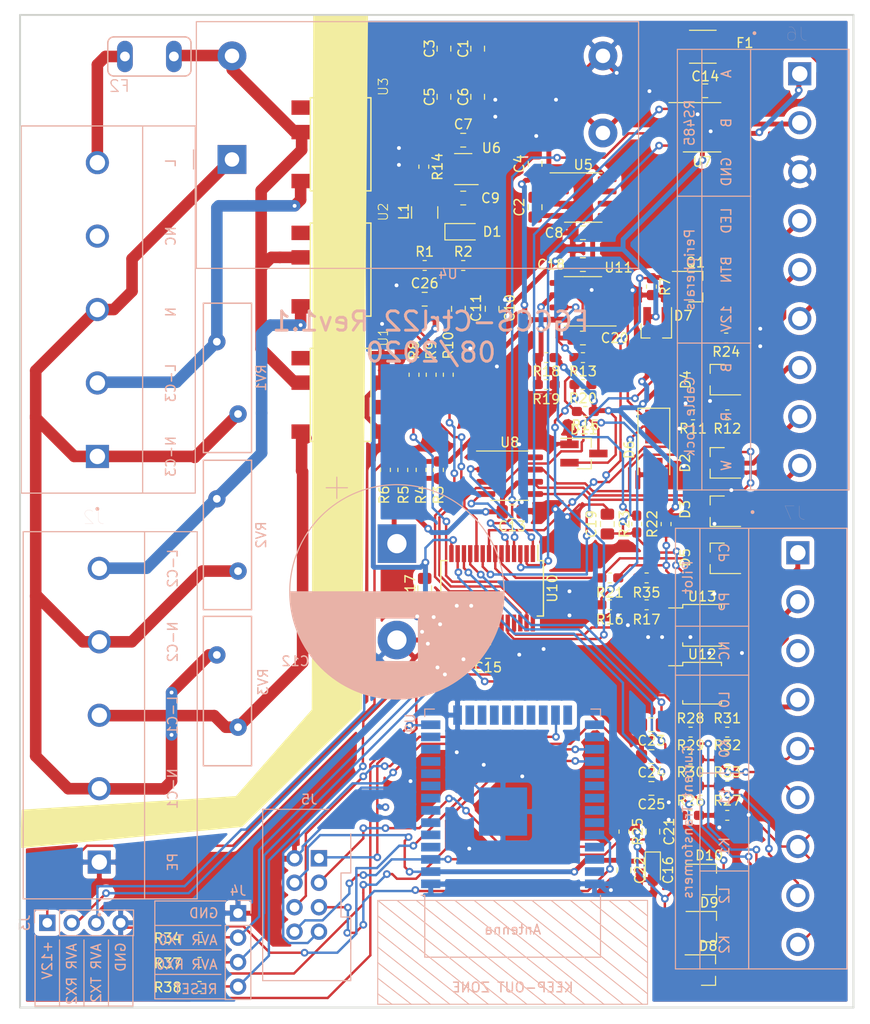
<source format=kicad_pcb>
(kicad_pcb (version 20171130) (host pcbnew "(5.1.5)-3")
  (layers (0 F.Cu signal) (31 B.Cu signal) (34 B.Paste user) (35 F.Paste user) (36 B.SilkS user) (37 F.SilkS user) (38 B.Mask user) (39 F.Mask user) (44 Edge.Cuts user))
  (net 0 "")
  (net 1 +12V)
  (net 2 GND)
  (net 3 "Net-(C2-Pad1)")
  (net 4 "Net-(C2-Pad2)")
  (net 5 -12V)
  (net 6 "Net-(C9-Pad2)")
  (net 7 "Net-(C9-Pad1)")
  (net 8 +3V3)
  (net 9 "Net-(C12-Pad1)")
  (net 10 "/Analog Section and Low Voltage Outputs/CP_to_relay")
  (net 11 "/ATmega4808 and Peripherals/EN")
  (net 12 "/ATmega4808 and Peripherals/CT0")
  (net 13 "/ATmega4808 and Peripherals/CT1")
  (net 14 "/ATmega4808 and Peripherals/CT2")
  (net 15 "Net-(C26-Pad2)")
  (net 16 "/ATmega4808 and Peripherals/Lock_R")
  (net 17 "/ATmega4808 and Peripherals/Lock_W")
  (net 18 "/ATmega4808 and Peripherals/Lock_State")
  (net 19 "/ATmega4808 and Peripherals/PP")
  (net 20 "/ATmega4808 and Peripherals/Button")
  (net 21 "/Analog Section and Low Voltage Outputs/12V_Fused")
  (net 22 "Net-(F2-Pad1)")
  (net 23 "/Mains and Power Circuitry/L")
  (net 24 "/Mains and Power Circuitry/N")
  (net 25 "/Mains and Power Circuitry/C_L3")
  (net 26 "/Mains and Power Circuitry/C_L2")
  (net 27 "/Mains and Power Circuitry/C_L1")
  (net 28 "/Analog Section and Low Voltage Outputs/BIAS")
  (net 29 "/Analog Section and Low Voltage Outputs/CT2_L")
  (net 30 "/Analog Section and Low Voltage Outputs/CT1_L")
  (net 31 "/Analog Section and Low Voltage Outputs/CT0_L")
  (net 32 "/Analog Section and Low Voltage Outputs/PP_con")
  (net 33 "/Analog Section and Low Voltage Outputs/CP_con")
  (net 34 "/ATmega4808 and Peripherals/Lock_B")
  (net 35 "/ATmega4808 and Peripherals/LED")
  (net 36 "/ATmega4808 and Peripherals/RS485_B")
  (net 37 "/ATmega4808 and Peripherals/RS485_A")
  (net 38 "/ATmega4808 and Peripherals/ATmega_RX2")
  (net 39 "/ATmega4808 and Peripherals/ATmega_TX2")
  (net 40 "/ATmega4808 and Peripherals/ESP_IO12")
  (net 41 "/ATmega4808 and Peripherals/ESP_TX2")
  (net 42 "/ATmega4808 and Peripherals/ESP_RX2")
  (net 43 "/ATmega4808 and Peripherals/ATmega_RESET")
  (net 44 "/ATmega4808 and Peripherals/ATmega_RX0")
  (net 45 "/ATmega4808 and Peripherals/ATmega_TX0")
  (net 46 "/ATmega4808 and Peripherals/ESP_RX0")
  (net 47 "/ATmega4808 and Peripherals/ESP_TX0")
  (net 48 "/ATmega4808 and Peripherals/IO0")
  (net 49 "Net-(Q1-Pad1)")
  (net 50 "/ATmega4808 and Peripherals/SSR_L1")
  (net 51 "Net-(R8-Pad1)")
  (net 52 "Net-(R9-Pad1)")
  (net 53 "/ATmega4808 and Peripherals/SSR_L2")
  (net 54 "/ATmega4808 and Peripherals/SSR_L3")
  (net 55 "Net-(R10-Pad1)")
  (net 56 "Net-(R13-Pad1)")
  (net 57 "/ATmega4808 and Peripherals/CP")
  (net 58 "Net-(R14-Pad1)")
  (net 59 "Net-(R17-Pad1)")
  (net 60 "/ATmega4808 and Peripherals/Signal_Relay")
  (net 61 "Net-(R18-Pad2)")
  (net 62 "Net-(R20-Pad1)")
  (net 63 "/ATmega4808 and Peripherals/PWM_Out")
  (net 64 "/Analog Section and Low Voltage Outputs/PP_to_relay")
  (net 65 "Net-(R23-Pad1)")
  (net 66 "Net-(R35-Pad1)")
  (net 67 "Net-(U1-Pad5)")
  (net 68 "Net-(U2-Pad5)")
  (net 69 "Net-(U3-Pad5)")
  (net 70 "Net-(U5-Pad6)")
  (net 71 "Net-(U5-Pad7)")
  (net 72 "/ATmega4808 and Peripherals/RS485_TX")
  (net 73 "/ATmega4808 and Peripherals/RS485_XDIR")
  (net 74 "/ATmega4808 and Peripherals/RS485_RX")
  (net 75 "Net-(U8-Pad8)")
  (net 76 "/ATmega4808 and Peripherals/Lock_Drive_B")
  (net 77 "/ATmega4808 and Peripherals/Lock_Drive_A")
  (net 78 "Net-(U8-Pad1)")
  (net 79 "Net-(U9-Pad4)")
  (net 80 "Net-(U9-Pad5)")
  (net 81 "Net-(U9-Pad6)")
  (net 82 "Net-(U9-Pad7)")
  (net 83 "Net-(U9-Pad8)")
  (net 84 "Net-(U9-Pad9)")
  (net 85 "Net-(U9-Pad10)")
  (net 86 "Net-(U9-Pad11)")
  (net 87 "Net-(U9-Pad12)")
  (net 88 "Net-(U9-Pad13)")
  (net 89 "Net-(U9-Pad16)")
  (net 90 "Net-(U9-Pad17)")
  (net 91 "Net-(U9-Pad18)")
  (net 92 "Net-(U9-Pad19)")
  (net 93 "Net-(U9-Pad20)")
  (net 94 "Net-(U9-Pad21)")
  (net 95 "Net-(U9-Pad22)")
  (net 96 "Net-(U9-Pad24)")
  (net 97 "Net-(U9-Pad26)")
  (net 98 "Net-(U9-Pad29)")
  (net 99 "Net-(U9-Pad30)")
  (net 100 "Net-(U9-Pad31)")
  (net 101 "Net-(U9-Pad32)")
  (net 102 "Net-(U9-Pad33)")
  (net 103 "Net-(U9-Pad36)")
  (net 104 "Net-(U9-Pad37)")
  (net 105 "Net-(J2-Pad4)")
  (net 106 "/ATmega4808 and Peripherals/ESP_IO15")
  (net 107 "Net-(J5-Pad1)")
  (net 108 "Net-(J6-Pad5)")
  (net 109 "Net-(J7-Pad3)")
  (module Package_TO_SOT_SMD:SOT-23_Handsoldering (layer F.Cu) (at 164.7 89.2)
    (fp_text reference D11 (at 0 -2.5) (layer F.SilkS))
    (fp_text value BAT54S)
    (pad 3 smd rect (at 1.5 0) (size 1.9 0.8) (layers F.Cu F.Paste F.Mask) (net 57 "/ATmega4808 and Peripherals/CP"))
    (pad 2 smd rect (at -1.5 0.95) (size 1.9 0.8) (layers F.Cu F.Paste F.Mask) (net 8 +3V3))
    (pad 1 smd rect (at -1.5 -0.95) (size 1.9 0.8) (layers F.Cu F.Paste F.Mask) (net 2 GND))
  )
  (module atmevse-footprints:PROGRAM-Header (layer B.Cu) (at 137.2 131.2 180)
    (fp_text reference J5 (at 1.016 6.096) (layer B.SilkS) (effects (justify mirror)))
    (fp_text value Conn_02x04_Top_Bottom)
    (pad 8 thru_hole oval (at 2.54 -7.62 180) (size 1.7 1.7) (drill 1) (layers *.Cu *.Mask) (net 11 "/ATmega4808 and Peripherals/EN"))
    (pad 4 thru_hole oval (at 0 -7.62 180) (size 1.7 1.7) (drill 1) (layers *.Cu *.Mask) (net 48 "/ATmega4808 and Peripherals/IO0"))
    (pad 7 thru_hole oval (at 2.54 -5.08 180) (size 1.7 1.7) (drill 1) (layers *.Cu *.Mask) (net 106 "/ATmega4808 and Peripherals/ESP_IO15"))
    (pad 3 thru_hole oval (at 0 -5.08 180) (size 1.7 1.7) (drill 1) (layers *.Cu *.Mask) (net 46 "/ATmega4808 and Peripherals/ESP_RX0"))
    (pad 6 thru_hole oval (at 2.54 -2.54 180) (size 1.7 1.7) (drill 1) (layers *.Cu *.Mask) (net 8 +3V3))
    (pad 2 thru_hole oval (at 0 -2.54 180) (size 1.7 1.7) (drill 1) (layers *.Cu *.Mask) (net 47 "/ATmega4808 and Peripherals/ESP_TX0"))
    (pad 5 thru_hole oval (at 2.54 0 180) (size 1.7 1.7) (drill 1) (layers *.Cu *.Mask) (net 2 GND))
    (pad 1 thru_hole rect (at 0 0 180) (size 1.7 1.7) (drill 1) (layers *.Cu *.Mask) (net 107 "Net-(J5-Pad1)"))
  )
  (module RF_Module:ESP32-WROOM-32 (layer B.Cu) (at 157.3 125.6)
    (fp_text reference U9 (at -10.61 -8.43 90) (layer B.SilkS) (effects (justify mirror)))
    (fp_text value ESP32-WROOM-32)
    (fp_text user "KEEP-OUT ZONE" (at 0 19 180) (layer B.SilkS) (effects (justify mirror)))
    (fp_text user Antenna (at 0 13 180) (layer B.SilkS) (effects (justify mirror)))
    (pad 39 smd rect (at -1 0.755) (size 5 5) (layers B.Cu B.Paste B.Mask) (net 2 GND))
    (pad 1 smd rect (at -8.5 8.255) (size 2 0.9) (layers B.Cu B.Paste B.Mask) (net 2 GND))
    (pad 2 smd rect (at -8.5 6.985) (size 2 0.9) (layers B.Cu B.Paste B.Mask) (net 8 +3V3))
    (pad 3 smd rect (at -8.5 5.715) (size 2 0.9) (layers B.Cu B.Paste B.Mask) (net 11 "/ATmega4808 and Peripherals/EN"))
    (pad 4 smd rect (at -8.5 4.445) (size 2 0.9) (layers B.Cu B.Paste B.Mask) (net 79 "Net-(U9-Pad4)"))
    (pad 5 smd rect (at -8.5 3.175) (size 2 0.9) (layers B.Cu B.Paste B.Mask) (net 80 "Net-(U9-Pad5)"))
    (pad 6 smd rect (at -8.5 1.905) (size 2 0.9) (layers B.Cu B.Paste B.Mask) (net 81 "Net-(U9-Pad6)"))
    (pad 7 smd rect (at -8.5 0.635) (size 2 0.9) (layers B.Cu B.Paste B.Mask) (net 82 "Net-(U9-Pad7)"))
    (pad 8 smd rect (at -8.5 -0.635) (size 2 0.9) (layers B.Cu B.Paste B.Mask) (net 83 "Net-(U9-Pad8)"))
    (pad 9 smd rect (at -8.5 -1.905) (size 2 0.9) (layers B.Cu B.Paste B.Mask) (net 84 "Net-(U9-Pad9)"))
    (pad 10 smd rect (at -8.5 -3.175) (size 2 0.9) (layers B.Cu B.Paste B.Mask) (net 85 "Net-(U9-Pad10)"))
    (pad 11 smd rect (at -8.5 -4.445) (size 2 0.9) (layers B.Cu B.Paste B.Mask) (net 86 "Net-(U9-Pad11)"))
    (pad 12 smd rect (at -8.5 -5.715) (size 2 0.9) (layers B.Cu B.Paste B.Mask) (net 87 "Net-(U9-Pad12)"))
    (pad 13 smd rect (at -8.5 -6.985) (size 2 0.9) (layers B.Cu B.Paste B.Mask) (net 88 "Net-(U9-Pad13)"))
    (pad 14 smd rect (at -8.5 -8.255) (size 2 0.9) (layers B.Cu B.Paste B.Mask) (net 40 "/ATmega4808 and Peripherals/ESP_IO12"))
    (pad 15 smd rect (at -5.715 -9.255 270) (size 2 0.9) (layers B.Cu B.Paste B.Mask) (net 2 GND))
    (pad 16 smd rect (at -4.445 -9.255 270) (size 2 0.9) (layers B.Cu B.Paste B.Mask) (net 89 "Net-(U9-Pad16)"))
    (pad 17 smd rect (at -3.175 -9.255 270) (size 2 0.9) (layers B.Cu B.Paste B.Mask) (net 90 "Net-(U9-Pad17)"))
    (pad 18 smd rect (at -1.905 -9.255 270) (size 2 0.9) (layers B.Cu B.Paste B.Mask) (net 91 "Net-(U9-Pad18)"))
    (pad 19 smd rect (at -0.635 -9.255 270) (size 2 0.9) (layers B.Cu B.Paste B.Mask) (net 92 "Net-(U9-Pad19)"))
    (pad 20 smd rect (at 0.635 -9.255 270) (size 2 0.9) (layers B.Cu B.Paste B.Mask) (net 93 "Net-(U9-Pad20)"))
    (pad 21 smd rect (at 1.905 -9.255 270) (size 2 0.9) (layers B.Cu B.Paste B.Mask) (net 94 "Net-(U9-Pad21)"))
    (pad 22 smd rect (at 3.175 -9.255 270) (size 2 0.9) (layers B.Cu B.Paste B.Mask) (net 95 "Net-(U9-Pad22)"))
    (pad 23 smd rect (at 4.445 -9.255 270) (size 2 0.9) (layers B.Cu B.Paste B.Mask) (net 106 "/ATmega4808 and Peripherals/ESP_IO15"))
    (pad 24 smd rect (at 5.715 -9.255 270) (size 2 0.9) (layers B.Cu B.Paste B.Mask) (net 96 "Net-(U9-Pad24)"))
    (pad 25 smd rect (at 8.5 -8.255) (size 2 0.9) (layers B.Cu B.Paste B.Mask) (net 48 "/ATmega4808 and Peripherals/IO0"))
    (pad 26 smd rect (at 8.5 -6.985) (size 2 0.9) (layers B.Cu B.Paste B.Mask) (net 97 "Net-(U9-Pad26)"))
    (pad 27 smd rect (at 8.5 -5.715) (size 2 0.9) (layers B.Cu B.Paste B.Mask) (net 42 "/ATmega4808 and Peripherals/ESP_RX2"))
    (pad 28 smd rect (at 8.5 -4.445) (size 2 0.9) (layers B.Cu B.Paste B.Mask) (net 41 "/ATmega4808 and Peripherals/ESP_TX2"))
    (pad 29 smd rect (at 8.5 -3.175) (size 2 0.9) (layers B.Cu B.Paste B.Mask) (net 98 "Net-(U9-Pad29)"))
    (pad 30 smd rect (at 8.5 -1.905) (size 2 0.9) (layers B.Cu B.Paste B.Mask) (net 99 "Net-(U9-Pad30)"))
    (pad 31 smd rect (at 8.5 -0.635) (size 2 0.9) (layers B.Cu B.Paste B.Mask) (net 100 "Net-(U9-Pad31)"))
    (pad 32 smd rect (at 8.5 0.635) (size 2 0.9) (layers B.Cu B.Paste B.Mask) (net 101 "Net-(U9-Pad32)"))
    (pad 33 smd rect (at 8.5 1.905) (size 2 0.9) (layers B.Cu B.Paste B.Mask) (net 102 "Net-(U9-Pad33)"))
    (pad 34 smd rect (at 8.5 3.175) (size 2 0.9) (layers B.Cu B.Paste B.Mask) (net 46 "/ATmega4808 and Peripherals/ESP_RX0"))
    (pad 35 smd rect (at 8.5 4.445) (size 2 0.9) (layers B.Cu B.Paste B.Mask) (net 47 "/ATmega4808 and Peripherals/ESP_TX0"))
    (pad 36 smd rect (at 8.5 5.715) (size 2 0.9) (layers B.Cu B.Paste B.Mask) (net 103 "Net-(U9-Pad36)"))
    (pad 37 smd rect (at 8.5 6.985) (size 2 0.9) (layers B.Cu B.Paste B.Mask) (net 104 "Net-(U9-Pad37)"))
    (pad 38 smd rect (at 8.5 8.255) (size 2 0.9) (layers B.Cu B.Paste B.Mask) (net 2 GND))
  )
  (module Resistor_SMD:R_0603_1608Metric_Pad1.05x0.95mm_HandSolder (layer F.Cu) (at 124.8 144.5)
    (fp_text reference R38 (at -3.3 0.1) (layer F.SilkS))
    (fp_text value 1k)
    (pad 2 smd roundrect (at 0.875 0) (size 1.05 0.95) (layers F.Cu F.Paste F.Mask) (net 43 "/ATmega4808 and Peripherals/ATmega_RESET"))
    (pad 1 smd roundrect (at -0.875 0) (size 1.05 0.95) (layers F.Cu F.Paste F.Mask) (net 40 "/ATmega4808 and Peripherals/ESP_IO12"))
  )
  (module Resistor_SMD:R_0603_1608Metric_Pad1.05x0.95mm_HandSolder (layer F.Cu) (at 124.8 142)
    (fp_text reference R37 (at -3.3 0.1) (layer F.SilkS))
    (fp_text value 1k)
    (pad 2 smd roundrect (at 0.875 0) (size 1.05 0.95) (layers F.Cu F.Paste F.Mask) (net 44 "/ATmega4808 and Peripherals/ATmega_RX0"))
    (pad 1 smd roundrect (at -0.875 0) (size 1.05 0.95) (layers F.Cu F.Paste F.Mask) (net 41 "/ATmega4808 and Peripherals/ESP_TX2"))
  )
  (module Resistor_SMD:R_0603_1608Metric_Pad1.05x0.95mm_HandSolder (layer F.Cu) (at 124.9 139.4)
    (fp_text reference R34 (at -3.4 0.1) (layer F.SilkS))
    (fp_text value 1k)
    (pad 2 smd roundrect (at 0.875 0) (size 1.05 0.95) (layers F.Cu F.Paste F.Mask) (net 45 "/ATmega4808 and Peripherals/ATmega_TX0"))
    (pad 1 smd roundrect (at -0.875 0) (size 1.05 0.95) (layers F.Cu F.Paste F.Mask) (net 42 "/ATmega4808 and Peripherals/ESP_RX2"))
  )
  (module atmevse-footprints:lv_screw_9pin_2 (layer B.Cu) (at 186.9 99.5 270)
    (fp_text reference J7 (at -4.12 0.32 180) (layer B.SilkS) (effects (font (size 1.4 1.4) (thickness 0.015)) (justify mirror)))
    (fp_text value Screw_Terminal_01x09)
    (fp_text user "Current Transformers" (at 27.94 11.43 90) (layer B.SilkS) (effects (justify mirror)))
    (fp_text user K2 (at 40.64 7.62 90) (layer B.SilkS) (effects (justify mirror)))
    (fp_text user L2 (at 35.56 7.62 90) (layer B.SilkS) (effects (justify mirror)))
    (fp_text user K1 (at 30.48 7.62 90) (layer B.SilkS) (effects (justify mirror)))
    (fp_text user L1 (at 25.4 7.62 90) (layer B.SilkS) (effects (justify mirror)))
    (fp_text user K0 (at 20.32 7.62 90) (layer B.SilkS) (effects (justify mirror)))
    (fp_text user L0 (at 15.24 7.62 90) (layer B.SilkS) (effects (justify mirror)))
    (fp_text user NC (at 10.16 7.62 90) (layer B.SilkS) (effects (justify mirror)))
    (fp_text user Pilot (at 2.54 11.43 90) (layer B.SilkS) (effects (justify mirror)))
    (fp_text user PP (at 5.08 7.62 90) (layer B.SilkS) (effects (justify mirror)))
    (fp_text user CP (at 0 7.62 90) (layer B.SilkS) (effects (justify mirror)))
    (pad 1 thru_hole rect (at 0 0 270) (size 2.4 2.4) (drill 1.6) (layers *.Cu *.Mask) (net 33 "/Analog Section and Low Voltage Outputs/CP_con"))
    (pad 2 thru_hole circle (at 5.08 0 270) (size 2.4 2.4) (drill 1.6) (layers *.Cu *.Mask) (net 32 "/Analog Section and Low Voltage Outputs/PP_con"))
    (pad 3 thru_hole circle (at 10.16 0 270) (size 2.4 2.4) (drill 1.6) (layers *.Cu *.Mask) (net 109 "Net-(J7-Pad3)"))
    (pad 4 thru_hole circle (at 15.24 0 270) (size 2.4 2.4) (drill 1.6) (layers *.Cu *.Mask) (net 31 "/Analog Section and Low Voltage Outputs/CT0_L"))
    (pad 5 thru_hole circle (at 20.32 0 270) (size 2.4 2.4) (drill 1.6) (layers *.Cu *.Mask) (net 28 "/Analog Section and Low Voltage Outputs/BIAS"))
    (pad 6 thru_hole circle (at 25.4 0 270) (size 2.4 2.4) (drill 1.6) (layers *.Cu *.Mask) (net 30 "/Analog Section and Low Voltage Outputs/CT1_L"))
    (pad 7 thru_hole circle (at 30.48 0 270) (size 2.4 2.4) (drill 1.6) (layers *.Cu *.Mask) (net 28 "/Analog Section and Low Voltage Outputs/BIAS"))
    (pad 8 thru_hole circle (at 35.56 0 270) (size 2.4 2.4) (drill 1.6) (layers *.Cu *.Mask) (net 29 "/Analog Section and Low Voltage Outputs/CT2_L"))
    (pad 9 thru_hole circle (at 40.64 0 270) (size 2.4 2.4) (drill 1.6) (layers *.Cu *.Mask) (net 28 "/Analog Section and Low Voltage Outputs/BIAS"))
  )
  (module atmevse-footprints:lv_screw_9pin_1 (layer B.Cu) (at 187.1 49.8 270)
    (fp_text reference J6 (at -4.12 0.32 180) (layer B.SilkS) (effects (font (size 1.4 1.4) (thickness 0.015)) (justify mirror)))
    (fp_text value Screw_Terminal_01x09)
    (fp_text user W (at 40.64 7.62 90) (layer B.SilkS) (effects (justify mirror)))
    (fp_text user R (at 35.56 7.62 90) (layer B.SilkS) (effects (justify mirror)))
    (fp_text user B (at 30.48 7.62 90) (layer B.SilkS) (effects (justify mirror)))
    (fp_text user "Cable Lock" (at 35.56 11.43 90) (layer B.SilkS) (effects (justify mirror)))
    (fp_text user 12V (at 25.4 7.62 90) (layer B.SilkS) (effects (justify mirror)))
    (fp_text user BTN (at 20.32 7.62 90) (layer B.SilkS) (effects (justify mirror)))
    (fp_text user LED (at 15.24 7.62 90) (layer B.SilkS) (effects (justify mirror)))
    (fp_text user Peripherals (at 20.32 11.43 90) (layer B.SilkS) (effects (justify mirror)))
    (fp_text user RS485 (at 5.08 11.43 90) (layer B.SilkS) (effects (justify mirror)))
    (fp_text user GND (at 10.16 7.62 90) (layer B.SilkS) (effects (justify mirror)))
    (fp_text user B (at 5.08 7.62 90) (layer B.SilkS) (effects (justify mirror)))
    (fp_text user A (at 0 7.62 90) (layer B.SilkS) (effects (justify mirror)))
    (pad 1 thru_hole rect (at 0 0 270) (size 2.4 2.4) (drill 1.6) (layers *.Cu *.Mask) (net 37 "/ATmega4808 and Peripherals/RS485_A"))
    (pad 2 thru_hole circle (at 5.08 0 270) (size 2.4 2.4) (drill 1.6) (layers *.Cu *.Mask) (net 36 "/ATmega4808 and Peripherals/RS485_B"))
    (pad 3 thru_hole circle (at 10.16 0 270) (size 2.4 2.4) (drill 1.6) (layers *.Cu *.Mask) (net 2 GND))
    (pad 4 thru_hole circle (at 15.24 0 270) (size 2.4 2.4) (drill 1.6) (layers *.Cu *.Mask) (net 35 "/ATmega4808 and Peripherals/LED"))
    (pad 5 thru_hole circle (at 20.32 0 270) (size 2.4 2.4) (drill 1.6) (layers *.Cu *.Mask) (net 108 "Net-(J6-Pad5)"))
    (pad 6 thru_hole circle (at 25.4 0 270) (size 2.4 2.4) (drill 1.6) (layers *.Cu *.Mask) (net 21 "/Analog Section and Low Voltage Outputs/12V_Fused"))
    (pad 7 thru_hole circle (at 30.48 0 270) (size 2.4 2.4) (drill 1.6) (layers *.Cu *.Mask) (net 34 "/ATmega4808 and Peripherals/Lock_B"))
    (pad 8 thru_hole circle (at 35.56 0 270) (size 2.4 2.4) (drill 1.6) (layers *.Cu *.Mask) (net 16 "/ATmega4808 and Peripherals/Lock_R"))
    (pad 9 thru_hole circle (at 40.64 0 270) (size 2.4 2.4) (drill 1.6) (layers *.Cu *.Mask) (net 17 "/ATmega4808 and Peripherals/Lock_W"))
  )
  (module atmevse-footprints:UART0-Header (layer B.Cu) (at 128.8 136.9 180)
    (fp_text reference J4 (at 0 2.33) (layer B.SilkS) (effects (justify mirror)))
    (fp_text value Conn_01x04)
    (fp_text user RESET (at 2.032 -7.874) (layer B.SilkS) (effects (justify left mirror)))
    (fp_text user "AVR RX0" (at 2.032 -5.334) (layer B.SilkS) (effects (justify left mirror)))
    (fp_text user "AVR TX0" (at 2.032 -2.794) (layer B.SilkS) (effects (justify left mirror)))
    (fp_text user GND (at 3.556 0) (layer B.SilkS) (effects (justify mirror)))
    (pad 4 thru_hole oval (at 0 -7.62 180) (size 1.7 1.7) (drill 1) (layers *.Cu *.Mask) (net 43 "/ATmega4808 and Peripherals/ATmega_RESET"))
    (pad 3 thru_hole oval (at 0 -5.08 180) (size 1.7 1.7) (drill 1) (layers *.Cu *.Mask) (net 44 "/ATmega4808 and Peripherals/ATmega_RX0"))
    (pad 2 thru_hole oval (at 0 -2.54 180) (size 1.7 1.7) (drill 1) (layers *.Cu *.Mask) (net 45 "/ATmega4808 and Peripherals/ATmega_TX0"))
    (pad 1 thru_hole rect (at 0 0 180) (size 1.7 1.7) (drill 1) (layers *.Cu *.Mask) (net 2 GND))
  )
  (module atmevse-footprints:UART2-Header (layer B.Cu) (at 109 137.9 270)
    (fp_text reference J3 (at 0 2.33 90) (layer B.SilkS) (effects (justify mirror)))
    (fp_text value Conn_01x04)
    (fp_text user GND (at 3.556 -7.62 90) (layer B.SilkS) (effects (justify mirror)))
    (fp_text user "AVR RX2" (at 2.032 -2.54 90) (layer B.SilkS) (effects (justify left mirror)))
    (fp_text user "AVR TX2" (at 2.032 -5.08 90) (layer B.SilkS) (effects (justify left mirror)))
    (fp_text user +12V (at 1.778 0 90) (layer B.SilkS) (effects (justify left mirror)))
    (pad 4 thru_hole oval (at 0 -7.62 270) (size 1.7 1.7) (drill 1) (layers *.Cu *.Mask) (net 2 GND))
    (pad 3 thru_hole oval (at 0 -5.08 270) (size 1.7 1.7) (drill 1) (layers *.Cu *.Mask) (net 39 "/ATmega4808 and Peripherals/ATmega_TX2"))
    (pad 2 thru_hole oval (at 0 -2.54 270) (size 1.7 1.7) (drill 1) (layers *.Cu *.Mask) (net 38 "/ATmega4808 and Peripherals/ATmega_RX2"))
    (pad 1 thru_hole rect (at 0 0 270) (size 1.7 1.7) (drill 1) (layers *.Cu *.Mask) (net 1 +12V))
  )
  (module atmevse-footprints:hv_screw_5pin_2 (layer B.Cu) (at 114.2 89.5 90)
    (fp_text reference J2 (at -6.335 -0.365 180) (layer B.SilkS) (effects (font (size 1.4 1.4) (thickness 0.015)) (justify mirror)))
    (fp_text value Screw_Terminal_01x05)
    (fp_text user N-C3 (at 0 7.62 90) (layer B.SilkS) (effects (justify mirror)))
    (fp_text user L-C3 (at 7.62 7.62 90) (layer B.SilkS) (effects (justify mirror)))
    (fp_text user N (at 14.986 7.62 90) (layer B.SilkS) (effects (justify mirror)))
    (fp_text user NC (at 22.86 7.62 90) (layer B.SilkS) (effects (justify mirror)))
    (fp_text user L (at 30.48 7.62 90) (layer B.SilkS) (effects (justify mirror)))
    (pad 5 thru_hole circle (at 30.48 0 90) (size 2.4 2.4) (drill 1.6) (layers *.Cu *.Mask) (net 23 "/Mains and Power Circuitry/L"))
    (pad 4 thru_hole circle (at 22.86 0 90) (size 2.4 2.4) (drill 1.6) (layers *.Cu *.Mask) (net 105 "Net-(J2-Pad4)"))
    (pad 3 thru_hole circle (at 15.24 0 90) (size 2.4 2.4) (drill 1.6) (layers *.Cu *.Mask) (net 24 "/Mains and Power Circuitry/N"))
    (pad 2 thru_hole circle (at 7.62 0 90) (size 2.4 2.4) (drill 1.6) (layers *.Cu *.Mask) (net 25 "/Mains and Power Circuitry/C_L3"))
    (pad 1 thru_hole rect (at 0 0 90) (size 2.4 2.4) (drill 1.6) (layers *.Cu *.Mask) (net 24 "/Mains and Power Circuitry/N"))
  )
  (module atmevse-footprints:hv_screw_5pin_1 (layer B.Cu) (at 114.4 131.6 90)
    (fp_text reference J1 (at -6.335 -0.365 180) (layer B.SilkS) (effects (font (size 1.4 1.4) (thickness 0.015)) (justify mirror)))
    (fp_text value Screw_Terminal_01x05)
    (fp_text user L-C2 (at 30.48 7.62 90) (layer B.SilkS) (effects (justify mirror)))
    (fp_text user N-C2 (at 22.86 7.62 90) (layer B.SilkS) (effects (justify mirror)))
    (fp_text user L-C1 (at 15.24 7.62 90) (layer B.SilkS) (effects (justify mirror)))
    (fp_text user N-C1 (at 7.62 7.62 90) (layer B.SilkS) (effects (justify mirror)))
    (fp_text user PE (at 0 7.62 90) (layer B.SilkS) (effects (justify mirror)))
    (pad 1 thru_hole rect (at 0 0 90) (size 2.4 2.4) (drill 1.6) (layers *.Cu *.Mask) (net 2 GND))
    (pad 2 thru_hole circle (at 7.62 0 90) (size 2.4 2.4) (drill 1.6) (layers *.Cu *.Mask) (net 24 "/Mains and Power Circuitry/N"))
    (pad 3 thru_hole circle (at 15.24 0 90) (size 2.4 2.4) (drill 1.6) (layers *.Cu *.Mask) (net 27 "/Mains and Power Circuitry/C_L1"))
    (pad 4 thru_hole circle (at 22.86 0 90) (size 2.4 2.4) (drill 1.6) (layers *.Cu *.Mask) (net 24 "/Mains and Power Circuitry/N"))
    (pad 5 thru_hole circle (at 30.48 0 90) (size 2.4 2.4) (drill 1.6) (layers *.Cu *.Mask) (net 26 "/Mains and Power Circuitry/C_L2"))
  )
  (module Package_TO_SOT_SMD:SOT-23_Handsoldering (layer F.Cu) (at 177.7 133.4)
    (fp_text reference D10 (at 0 -2.5) (layer F.SilkS))
    (fp_text value BAT54S)
    (pad 3 smd rect (at 1.5 0) (size 1.9 0.8) (layers F.Cu F.Paste F.Mask) (net 14 "/ATmega4808 and Peripherals/CT2"))
    (pad 2 smd rect (at -1.5 0.95) (size 1.9 0.8) (layers F.Cu F.Paste F.Mask) (net 8 +3V3))
    (pad 1 smd rect (at -1.5 -0.95) (size 1.9 0.8) (layers F.Cu F.Paste F.Mask) (net 2 GND))
  )
  (module Package_TO_SOT_SMD:SOT-23_Handsoldering (layer F.Cu) (at 177.7 138.3)
    (fp_text reference D9 (at 0 -2.5) (layer F.SilkS))
    (fp_text value BAT54S)
    (pad 3 smd rect (at 1.5 0) (size 1.9 0.8) (layers F.Cu F.Paste F.Mask) (net 13 "/ATmega4808 and Peripherals/CT1"))
    (pad 2 smd rect (at -1.5 0.95) (size 1.9 0.8) (layers F.Cu F.Paste F.Mask) (net 8 +3V3))
    (pad 1 smd rect (at -1.5 -0.95) (size 1.9 0.8) (layers F.Cu F.Paste F.Mask) (net 2 GND))
  )
  (module Package_TO_SOT_SMD:SOT-23_Handsoldering (layer F.Cu) (at 177.6 142.8)
    (fp_text reference D8 (at 0 -2.5) (layer F.SilkS))
    (fp_text value BAT54S)
    (pad 3 smd rect (at 1.5 0) (size 1.9 0.8) (layers F.Cu F.Paste F.Mask) (net 12 "/ATmega4808 and Peripherals/CT0"))
    (pad 2 smd rect (at -1.5 0.95) (size 1.9 0.8) (layers F.Cu F.Paste F.Mask) (net 8 +3V3))
    (pad 1 smd rect (at -1.5 -0.95) (size 1.9 0.8) (layers F.Cu F.Paste F.Mask) (net 2 GND))
  )
  (module Capacitor_Tantalum_SMD:CP_EIA-2012-15_AVX-P_Pad1.30x1.05mm_HandSolder (layer F.Cu) (at 171.854 132.434 270)
    (fp_text reference C16 (at 0 -1.58 90) (layer F.SilkS))
    (fp_text value "100u / 6.3V")
    (pad 2 smd roundrect (at 0.975 0 270) (size 1.3 1.05) (layers F.Cu F.Paste F.Mask) (roundrect_rratio 0.238095) (net 2 GND))
    (pad 1 smd roundrect (at -0.975 0 270) (size 1.3 1.05) (layers F.Cu F.Paste F.Mask) (roundrect_rratio 0.238095) (net 8 +3V3))
  )
  (module Capacitor_THT:CP_Radial_D22.0mm_P10.00mm_SnapIn (layer B.Cu) (at 145.288 98.552 270)
    (fp_text reference C12 (at 12.198 10.538 180) (layer B.SilkS) (effects (justify mirror)))
    (fp_text value 10000u16V)
    (pad 1 thru_hole rect (at 0 0 270) (size 4 4) (drill 2) (layers *.Cu *.Mask) (net 9 "Net-(C12-Pad1)"))
    (pad 2 thru_hole circle (at 10 0 270) (size 4 4) (drill 2) (layers *.Cu *.Mask) (net 2 GND))
  )
  (module Package_SO:SSOP-28_5.3x10.2mm_P0.65mm (layer F.Cu) (at 155.172 103.188 270)
    (fp_text reference U10 (at 0 -6.25 90) (layer F.SilkS))
    (fp_text value ATmega4808-X)
    (pad 1 smd rect (at -3.6 -4.225 270) (size 1.75 0.45) (layers F.Cu F.Paste F.Mask) (net 77 "/ATmega4808 and Peripherals/Lock_Drive_A"))
    (pad 2 smd rect (at -3.6 -3.575 270) (size 1.75 0.45) (layers F.Cu F.Paste F.Mask) (net 72 "/ATmega4808 and Peripherals/RS485_TX"))
    (pad 3 smd rect (at -3.6 -2.925 270) (size 1.75 0.45) (layers F.Cu F.Paste F.Mask) (net 74 "/ATmega4808 and Peripherals/RS485_RX"))
    (pad 4 smd rect (at -3.6 -2.275 270) (size 1.75 0.45) (layers F.Cu F.Paste F.Mask) (net 76 "/ATmega4808 and Peripherals/Lock_Drive_B"))
    (pad 5 smd rect (at -3.6 -1.625 270) (size 1.75 0.45) (layers F.Cu F.Paste F.Mask) (net 73 "/ATmega4808 and Peripherals/RS485_XDIR"))
    (pad 6 smd rect (at -3.6 -0.975 270) (size 1.75 0.45) (layers F.Cu F.Paste F.Mask) (net 19 "/ATmega4808 and Peripherals/PP"))
    (pad 7 smd rect (at -3.6 -0.325 270) (size 1.75 0.45) (layers F.Cu F.Paste F.Mask) (net 57 "/ATmega4808 and Peripherals/CP"))
    (pad 8 smd rect (at -3.6 0.325 270) (size 1.75 0.45) (layers F.Cu F.Paste F.Mask) (net 18 "/ATmega4808 and Peripherals/Lock_State"))
    (pad 9 smd rect (at -3.6 0.975 270) (size 1.75 0.45) (layers F.Cu F.Paste F.Mask) (net 49 "Net-(Q1-Pad1)"))
    (pad 10 smd rect (at -3.6 1.625 270) (size 1.75 0.45) (layers F.Cu F.Paste F.Mask) (net 20 "/ATmega4808 and Peripherals/Button"))
    (pad 11 smd rect (at -3.6 2.275 270) (size 1.75 0.45) (layers F.Cu F.Paste F.Mask) (net 12 "/ATmega4808 and Peripherals/CT0"))
    (pad 12 smd rect (at -3.6 2.925 270) (size 1.75 0.45) (layers F.Cu F.Paste F.Mask) (net 13 "/ATmega4808 and Peripherals/CT1"))
    (pad 13 smd rect (at -3.6 3.575 270) (size 1.75 0.45) (layers F.Cu F.Paste F.Mask) (net 14 "/ATmega4808 and Peripherals/CT2"))
    (pad 14 smd rect (at -3.6 4.225 270) (size 1.75 0.45) (layers F.Cu F.Paste F.Mask) (net 8 +3V3))
    (pad 15 smd rect (at 3.6 4.225 270) (size 1.75 0.45) (layers F.Cu F.Paste F.Mask) (net 2 GND))
    (pad 16 smd rect (at 3.6 3.575 270) (size 1.75 0.45) (layers F.Cu F.Paste F.Mask) (net 39 "/ATmega4808 and Peripherals/ATmega_TX2"))
    (pad 17 smd rect (at 3.6 2.925 270) (size 1.75 0.45) (layers F.Cu F.Paste F.Mask) (net 38 "/ATmega4808 and Peripherals/ATmega_RX2"))
    (pad 18 smd rect (at 3.6 2.275 270) (size 1.75 0.45) (layers F.Cu F.Paste F.Mask) (net 43 "/ATmega4808 and Peripherals/ATmega_RESET"))
    (pad 19 smd rect (at 3.6 1.625 270) (size 1.75 0.45) (layers F.Cu F.Paste F.Mask) (net 107 "Net-(J5-Pad1)"))
    (pad 20 smd rect (at 3.6 0.975 270) (size 1.75 0.45) (layers F.Cu F.Paste F.Mask) (net 8 +3V3))
    (pad 21 smd rect (at 3.6 0.325 270) (size 1.75 0.45) (layers F.Cu F.Paste F.Mask) (net 2 GND))
    (pad 22 smd rect (at 3.6 -0.325 270) (size 1.75 0.45) (layers F.Cu F.Paste F.Mask) (net 45 "/ATmega4808 and Peripherals/ATmega_TX0"))
    (pad 23 smd rect (at 3.6 -0.975 270) (size 1.75 0.45) (layers F.Cu F.Paste F.Mask) (net 44 "/ATmega4808 and Peripherals/ATmega_RX0"))
    (pad 24 smd rect (at 3.6 -1.625 270) (size 1.75 0.45) (layers F.Cu F.Paste F.Mask) (net 63 "/ATmega4808 and Peripherals/PWM_Out"))
    (pad 25 smd rect (at 3.6 -2.275 270) (size 1.75 0.45) (layers F.Cu F.Paste F.Mask) (net 60 "/ATmega4808 and Peripherals/Signal_Relay"))
    (pad 26 smd rect (at 3.6 -2.925 270) (size 1.75 0.45) (layers F.Cu F.Paste F.Mask) (net 55 "Net-(R10-Pad1)"))
    (pad 27 smd rect (at 3.6 -3.575 270) (size 1.75 0.45) (layers F.Cu F.Paste F.Mask) (net 52 "Net-(R9-Pad1)"))
    (pad 28 smd rect (at 3.6 -4.225 270) (size 1.75 0.45) (layers F.Cu F.Paste F.Mask) (net 51 "Net-(R8-Pad1)"))
  )
  (module Varistor:RV_Disc_D15.5mm_W5mm_P7.5mm (layer B.Cu) (at 126.6 77.6 270)
    (fp_text reference RV1 (at 3.75 -4.6 90) (layer B.SilkS) (effects (justify mirror)))
    (fp_text value Varistor)
    (pad 1 thru_hole circle (at 0 0 270) (size 1.8 1.8) (drill 0.8) (layers *.Cu *.Mask) (net 25 "/Mains and Power Circuitry/C_L3"))
    (pad 2 thru_hole circle (at 7.5 -2.2 270) (size 1.8 1.8) (drill 0.8) (layers *.Cu *.Mask) (net 24 "/Mains and Power Circuitry/N"))
  )
  (module Resistor_SMD:R_0603_1608Metric_Pad1.05x0.95mm_HandSolder (layer F.Cu) (at 164.596 79.248 180)
    (fp_text reference R13 (at 0 -1.43) (layer F.SilkS))
    (fp_text value 40.2k)
    (pad 2 smd roundrect (at 0.875 0 180) (size 1.05 0.95) (layers F.Cu F.Paste F.Mask) (net 57 "/ATmega4808 and Peripherals/CP"))
    (pad 1 smd roundrect (at -0.875 0 180) (size 1.05 0.95) (layers F.Cu F.Paste F.Mask) (net 56 "Net-(R13-Pad1)"))
  )
  (module Capacitor_SMD:C_0805_2012Metric_Pad1.15x1.40mm_HandSolder (layer F.Cu) (at 153.672 47.188 270)
    (fp_text reference C1 (at 0 1.5 90) (layer F.SilkS))
    (fp_text value 10u16V)
    (pad 1 smd roundrect (at -1.025 0 270) (size 1.15 1.4) (layers F.Cu F.Paste F.Mask) (roundrect_rratio 0.217391) (net 1 +12V))
    (pad 2 smd roundrect (at 1.025 0 270) (size 1.15 1.4) (layers F.Cu F.Paste F.Mask) (roundrect_rratio 0.217391) (net 2 GND))
  )
  (module Capacitor_SMD:C_0805_2012Metric_Pad1.15x1.40mm_HandSolder (layer F.Cu) (at 159.634 63.638 270)
    (fp_text reference C2 (at 0 1.634 90) (layer F.SilkS))
    (fp_text value 10u16V)
    (pad 1 smd roundrect (at -1.025 0 270) (size 1.15 1.4) (layers F.Cu F.Paste F.Mask) (roundrect_rratio 0.217391) (net 3 "Net-(C2-Pad1)"))
    (pad 2 smd roundrect (at 1.025 0 270) (size 1.15 1.4) (layers F.Cu F.Paste F.Mask) (roundrect_rratio 0.217391) (net 4 "Net-(C2-Pad2)"))
  )
  (module Capacitor_SMD:C_0805_2012Metric_Pad1.15x1.40mm_HandSolder (layer F.Cu) (at 150.172 47.188 270)
    (fp_text reference C3 (at 0 1.5 90) (layer F.SilkS))
    (fp_text value 10u16V)
    (pad 2 smd roundrect (at 1.025 0 270) (size 1.15 1.4) (layers F.Cu F.Paste F.Mask) (roundrect_rratio 0.217391) (net 2 GND))
    (pad 1 smd roundrect (at -1.025 0 270) (size 1.15 1.4) (layers F.Cu F.Paste F.Mask) (roundrect_rratio 0.217391) (net 1 +12V))
  )
  (module Capacitor_SMD:C_0805_2012Metric_Pad1.15x1.40mm_HandSolder (layer F.Cu) (at 159.634 59.138 90)
    (fp_text reference C4 (at 0 -1.634 90) (layer F.SilkS))
    (fp_text value 100n)
    (pad 2 smd roundrect (at 1.025 0 90) (size 1.15 1.4) (layers F.Cu F.Paste F.Mask) (roundrect_rratio 0.217391) (net 2 GND))
    (pad 1 smd roundrect (at -1.025 0 90) (size 1.15 1.4) (layers F.Cu F.Paste F.Mask) (roundrect_rratio 0.217391) (net 1 +12V))
  )
  (module Capacitor_SMD:C_0805_2012Metric_Pad1.15x1.40mm_HandSolder (layer F.Cu) (at 150.172 52.188 90)
    (fp_text reference C5 (at 0 -1.5 90) (layer F.SilkS))
    (fp_text value 10u16V)
    (pad 1 smd roundrect (at -1.025 0 90) (size 1.15 1.4) (layers F.Cu F.Paste F.Mask) (roundrect_rratio 0.217391) (net 1 +12V))
    (pad 2 smd roundrect (at 1.025 0 90) (size 1.15 1.4) (layers F.Cu F.Paste F.Mask) (roundrect_rratio 0.217391) (net 2 GND))
  )
  (module Capacitor_SMD:C_0805_2012Metric_Pad1.15x1.40mm_HandSolder (layer F.Cu) (at 153.672 52.188 90)
    (fp_text reference C6 (at 0 -1.5 90) (layer F.SilkS))
    (fp_text value 10u16V)
    (pad 2 smd roundrect (at 1.025 0 90) (size 1.15 1.4) (layers F.Cu F.Paste F.Mask) (roundrect_rratio 0.217391) (net 2 GND))
    (pad 1 smd roundrect (at -1.025 0 90) (size 1.15 1.4) (layers F.Cu F.Paste F.Mask) (roundrect_rratio 0.217391) (net 1 +12V))
  )
  (module Capacitor_SMD:C_0805_2012Metric_Pad1.15x1.40mm_HandSolder (layer F.Cu) (at 152.172 56.688)
    (fp_text reference C7 (at 0 -1.65) (layer F.SilkS))
    (fp_text value 100n)
    (pad 1 smd roundrect (at -1.025 0) (size 1.15 1.4) (layers F.Cu F.Paste F.Mask) (roundrect_rratio 0.217391) (net 1 +12V))
    (pad 2 smd roundrect (at 1.025 0) (size 1.15 1.4) (layers F.Cu F.Paste F.Mask) (roundrect_rratio 0.217391) (net 2 GND))
  )
  (module Capacitor_SMD:C_0805_2012Metric_Pad1.15x1.40mm_HandSolder (layer F.Cu) (at 164.592 66.294 180)
    (fp_text reference C8 (at 2.992 -0.006) (layer F.SilkS))
    (fp_text value 10u16V)
    (pad 2 smd roundrect (at 1.025 0 180) (size 1.15 1.4) (layers F.Cu F.Paste F.Mask) (roundrect_rratio 0.217391) (net 2 GND))
    (pad 1 smd roundrect (at -1.025 0 180) (size 1.15 1.4) (layers F.Cu F.Paste F.Mask) (roundrect_rratio 0.217391) (net 5 -12V))
  )
  (module Capacitor_SMD:C_0805_2012Metric_Pad1.15x1.40mm_HandSolder (layer F.Cu) (at 152.172 62.688)
    (fp_text reference C9 (at 2.828 0.012) (layer F.SilkS))
    (fp_text value 100n)
    (pad 2 smd roundrect (at 1.025 0) (size 1.15 1.4) (layers F.Cu F.Paste F.Mask) (roundrect_rratio 0.217391) (net 6 "Net-(C9-Pad2)"))
    (pad 1 smd roundrect (at -1.025 0) (size 1.15 1.4) (layers F.Cu F.Paste F.Mask) (roundrect_rratio 0.217391) (net 7 "Net-(C9-Pad1)"))
  )
  (module Capacitor_SMD:C_0805_2012Metric_Pad1.15x1.40mm_HandSolder (layer F.Cu) (at 155.172 74.188 90)
    (fp_text reference C10 (at 0.088 1.828 90) (layer F.SilkS))
    (fp_text value 10u16V)
    (pad 1 smd roundrect (at -1.025 0 90) (size 1.15 1.4) (layers F.Cu F.Paste F.Mask) (roundrect_rratio 0.217391) (net 8 +3V3))
    (pad 2 smd roundrect (at 1.025 0 90) (size 1.15 1.4) (layers F.Cu F.Paste F.Mask) (roundrect_rratio 0.217391) (net 2 GND))
  )
  (module Capacitor_SMD:C_0805_2012Metric_Pad1.15x1.40mm_HandSolder (layer F.Cu) (at 151.672 74.188 90)
    (fp_text reference C11 (at 0.088 1.828 270) (layer F.SilkS))
    (fp_text value 10u16V)
    (pad 2 smd roundrect (at 1.025 0 90) (size 1.15 1.4) (layers F.Cu F.Paste F.Mask) (roundrect_rratio 0.217391) (net 2 GND))
    (pad 1 smd roundrect (at -1.025 0 90) (size 1.15 1.4) (layers F.Cu F.Paste F.Mask) (roundrect_rratio 0.217391) (net 8 +3V3))
  )
  (module Capacitor_SMD:C_0805_2012Metric_Pad1.15x1.40mm_HandSolder (layer F.Cu) (at 157.25 95.25)
    (fp_text reference C13 (at 0 1.5) (layer F.SilkS))
    (fp_text value 100n)
    (pad 1 smd roundrect (at -1.025 0) (size 1.15 1.4) (layers F.Cu F.Paste F.Mask) (roundrect_rratio 0.217391) (net 9 "Net-(C12-Pad1)"))
    (pad 2 smd roundrect (at 1.025 0) (size 1.15 1.4) (layers F.Cu F.Paste F.Mask) (roundrect_rratio 0.217391) (net 2 GND))
  )
  (module Capacitor_SMD:C_0805_2012Metric_Pad1.15x1.40mm_HandSolder (layer F.Cu) (at 177.292 51.562 180)
    (fp_text reference C14 (at 0 1.5) (layer F.SilkS))
    (fp_text value 100n)
    (pad 2 smd roundrect (at 1.025 0 180) (size 1.15 1.4) (layers F.Cu F.Paste F.Mask) (roundrect_rratio 0.217391) (net 2 GND))
    (pad 1 smd roundrect (at -1.025 0 180) (size 1.15 1.4) (layers F.Cu F.Paste F.Mask) (roundrect_rratio 0.217391) (net 8 +3V3))
  )
  (module Capacitor_SMD:C_0805_2012Metric_Pad1.15x1.40mm_HandSolder (layer F.Cu) (at 154.75 109.75 180)
    (fp_text reference C15 (at 0 -1.65) (layer F.SilkS))
    (fp_text value 100n)
    (pad 1 smd roundrect (at -1.025 0 180) (size 1.15 1.4) (layers F.Cu F.Paste F.Mask) (roundrect_rratio 0.217391) (net 2 GND))
    (pad 2 smd roundrect (at 1.025 0 180) (size 1.15 1.4) (layers F.Cu F.Paste F.Mask) (roundrect_rratio 0.217391) (net 8 +3V3))
  )
  (module Capacitor_SMD:C_0805_2012Metric_Pad1.15x1.40mm_HandSolder (layer F.Cu) (at 148.172 103.188 90)
    (fp_text reference C17 (at 0 -1.5 90) (layer F.SilkS))
    (fp_text value 100n)
    (pad 2 smd roundrect (at 1.025 0 90) (size 1.15 1.4) (layers F.Cu F.Paste F.Mask) (roundrect_rratio 0.217391) (net 8 +3V3))
    (pad 1 smd roundrect (at -1.025 0 90) (size 1.15 1.4) (layers F.Cu F.Paste F.Mask) (roundrect_rratio 0.217391) (net 2 GND))
  )
  (module Capacitor_SMD:C_0805_2012Metric_Pad1.15x1.40mm_HandSolder (layer F.Cu) (at 164.592 69.596 180)
    (fp_text reference C18 (at 3.302 0) (layer F.SilkS))
    (fp_text value 100n)
    (pad 2 smd roundrect (at 1.025 0 180) (size 1.15 1.4) (layers F.Cu F.Paste F.Mask) (roundrect_rratio 0.217391) (net 2 GND))
    (pad 1 smd roundrect (at -1.025 0 180) (size 1.15 1.4) (layers F.Cu F.Paste F.Mask) (roundrect_rratio 0.217391) (net 5 -12V))
  )
  (module Capacitor_SMD:C_0805_2012Metric_Pad1.15x1.40mm_HandSolder (layer F.Cu) (at 167.132 96.52 90)
    (fp_text reference C19 (at 0 -1.65 90) (layer F.SilkS))
    (fp_text value 270p)
    (pad 1 smd roundrect (at -1.025 0 90) (size 1.15 1.4) (layers F.Cu F.Paste F.Mask) (roundrect_rratio 0.217391) (net 10 "/Analog Section and Low Voltage Outputs/CP_to_relay"))
    (pad 2 smd roundrect (at 1.025 0 90) (size 1.15 1.4) (layers F.Cu F.Paste F.Mask) (roundrect_rratio 0.217391) (net 2 GND))
  )
  (module Capacitor_SMD:C_0805_2012Metric_Pad1.15x1.40mm_HandSolder (layer F.Cu) (at 164.592 77.216)
    (fp_text reference C20 (at 3.302 0) (layer F.SilkS))
    (fp_text value 100n)
    (pad 1 smd roundrect (at -1.025 0) (size 1.15 1.4) (layers F.Cu F.Paste F.Mask) (roundrect_rratio 0.217391) (net 1 +12V))
    (pad 2 smd roundrect (at 1.025 0) (size 1.15 1.4) (layers F.Cu F.Paste F.Mask) (roundrect_rratio 0.217391) (net 2 GND))
  )
  (module Capacitor_SMD:C_0805_2012Metric_Pad1.15x1.40mm_HandSolder (layer F.Cu) (at 171.854 128.434 90)
    (fp_text reference C21 (at 0 1.7 90) (layer F.SilkS))
    (fp_text value "1n / 50V")
    (pad 1 smd roundrect (at -1.025 0 90) (size 1.15 1.4) (layers F.Cu F.Paste F.Mask) (roundrect_rratio 0.217391) (net 11 "/ATmega4808 and Peripherals/EN"))
    (pad 2 smd roundrect (at 1.025 0 90) (size 1.15 1.4) (layers F.Cu F.Paste F.Mask) (roundrect_rratio 0.217391) (net 2 GND))
  )
  (module Capacitor_SMD:C_0805_2012Metric_Pad1.15x1.40mm_HandSolder (layer F.Cu) (at 168.854 132.434 270)
    (fp_text reference C22 (at 0 -1.65 90) (layer F.SilkS))
    (fp_text value "1u / 10V")
    (pad 1 smd roundrect (at -1.025 0 270) (size 1.15 1.4) (layers F.Cu F.Paste F.Mask) (roundrect_rratio 0.217391) (net 8 +3V3))
    (pad 2 smd roundrect (at 1.025 0 270) (size 1.15 1.4) (layers F.Cu F.Paste F.Mask) (roundrect_rratio 0.217391) (net 2 GND))
  )
  (module Capacitor_SMD:C_0805_2012Metric_Pad1.15x1.40mm_HandSolder (layer F.Cu) (at 171.704 117.348 180)
    (fp_text reference C23 (at 0 -1.65) (layer F.SilkS))
    (fp_text value 100n)
    (pad 2 smd roundrect (at 1.025 0 180) (size 1.15 1.4) (layers F.Cu F.Paste F.Mask) (roundrect_rratio 0.217391) (net 2 GND))
    (pad 1 smd roundrect (at -1.025 0 180) (size 1.15 1.4) (layers F.Cu F.Paste F.Mask) (roundrect_rratio 0.217391) (net 12 "/ATmega4808 and Peripherals/CT0"))
  )
  (module Capacitor_SMD:C_0805_2012Metric_Pad1.15x1.40mm_HandSolder (layer F.Cu) (at 171.704 120.65 180)
    (fp_text reference C24 (at 0 -1.65) (layer F.SilkS))
    (fp_text value 100n)
    (pad 1 smd roundrect (at -1.025 0 180) (size 1.15 1.4) (layers F.Cu F.Paste F.Mask) (roundrect_rratio 0.217391) (net 13 "/ATmega4808 and Peripherals/CT1"))
    (pad 2 smd roundrect (at 1.025 0 180) (size 1.15 1.4) (layers F.Cu F.Paste F.Mask) (roundrect_rratio 0.217391) (net 2 GND))
  )
  (module Capacitor_SMD:C_0805_2012Metric_Pad1.15x1.40mm_HandSolder (layer F.Cu) (at 171.704 123.952 180)
    (fp_text reference C25 (at 0 -1.65) (layer F.SilkS))
    (fp_text value 100n)
    (pad 1 smd roundrect (at -1.025 0 180) (size 1.15 1.4) (layers F.Cu F.Paste F.Mask) (roundrect_rratio 0.217391) (net 14 "/ATmega4808 and Peripherals/CT2"))
    (pad 2 smd roundrect (at 1.025 0 180) (size 1.15 1.4) (layers F.Cu F.Paste F.Mask) (roundrect_rratio 0.217391) (net 2 GND))
  )
  (module Capacitor_SMD:C_0805_2012Metric_Pad1.15x1.40mm_HandSolder (layer F.Cu) (at 148.172 73.188)
    (fp_text reference C26 (at 0 -1.65) (layer F.SilkS))
    (fp_text value 100p)
    (pad 2 smd roundrect (at 1.025 0) (size 1.15 1.4) (layers F.Cu F.Paste F.Mask) (roundrect_rratio 0.217391) (net 15 "Net-(C26-Pad2)"))
    (pad 1 smd roundrect (at -1.025 0) (size 1.15 1.4) (layers F.Cu F.Paste F.Mask) (roundrect_rratio 0.217391) (net 8 +3V3))
  )
  (module Diode_SMD:D_SOD-323_HandSoldering (layer F.Cu) (at 152.172 66.188)
    (fp_text reference D1 (at 3 0) (layer F.SilkS))
    (fp_text value PMEG4010BEA)
    (pad 2 smd rect (at 1.25 0) (size 1 1) (layers F.Cu F.Paste F.Mask) (net 2 GND))
    (pad 1 smd rect (at -1.25 0) (size 1 1) (layers F.Cu F.Paste F.Mask) (net 7 "Net-(C9-Pad1)"))
  )
  (module Package_TO_SOT_SMD:SOT-23_Handsoldering (layer F.Cu) (at 178.562 90.17 180)
    (fp_text reference D2 (at 3.362 -0.03 270) (layer F.SilkS))
    (fp_text value BAT54S)
    (pad 1 smd rect (at -1.5 -0.95 180) (size 1.9 0.8) (layers F.Cu F.Paste F.Mask) (net 2 GND))
    (pad 2 smd rect (at -1.5 0.95 180) (size 1.9 0.8) (layers F.Cu F.Paste F.Mask) (net 9 "Net-(C12-Pad1)"))
    (pad 3 smd rect (at 1.5 0 180) (size 1.9 0.8) (layers F.Cu F.Paste F.Mask) (net 16 "/ATmega4808 and Peripherals/Lock_R"))
  )
  (module Package_TO_SOT_SMD:SOT-23_Handsoldering (layer F.Cu) (at 178.562 95.188 180)
    (fp_text reference D3 (at 3.362 0.188 90) (layer F.SilkS))
    (fp_text value BAT54S)
    (pad 3 smd rect (at 1.5 0 180) (size 1.9 0.8) (layers F.Cu F.Paste F.Mask) (net 17 "/ATmega4808 and Peripherals/Lock_W"))
    (pad 2 smd rect (at -1.5 0.95 180) (size 1.9 0.8) (layers F.Cu F.Paste F.Mask) (net 9 "Net-(C12-Pad1)"))
    (pad 1 smd rect (at -1.5 -0.95 180) (size 1.9 0.8) (layers F.Cu F.Paste F.Mask) (net 2 GND))
  )
  (module Package_TO_SOT_SMD:SOT-23_Handsoldering (layer F.Cu) (at 178.562 81.534 180)
    (fp_text reference D4 (at 3.302 0 90) (layer F.SilkS))
    (fp_text value BAT54S)
    (pad 1 smd rect (at -1.5 -0.95 180) (size 1.9 0.8) (layers F.Cu F.Paste F.Mask) (net 2 GND))
    (pad 2 smd rect (at -1.5 0.95 180) (size 1.9 0.8) (layers F.Cu F.Paste F.Mask) (net 8 +3V3))
    (pad 3 smd rect (at 1.5 0 180) (size 1.9 0.8) (layers F.Cu F.Paste F.Mask) (net 18 "/ATmega4808 and Peripherals/Lock_State"))
  )
  (module Package_TO_SOT_SMD:SOT-23_Handsoldering (layer F.Cu) (at 178.562 100.076 180)
    (fp_text reference D5 (at 3.362 0.076 90) (layer F.SilkS))
    (fp_text value BAT54S)
    (pad 3 smd rect (at 1.5 0 180) (size 1.9 0.8) (layers F.Cu F.Paste F.Mask) (net 19 "/ATmega4808 and Peripherals/PP"))
    (pad 2 smd rect (at -1.5 0.95 180) (size 1.9 0.8) (layers F.Cu F.Paste F.Mask) (net 8 +3V3))
    (pad 1 smd rect (at -1.5 -0.95 180) (size 1.9 0.8) (layers F.Cu F.Paste F.Mask) (net 2 GND))
  )
  (module Diode_SMD:D_SMA_Handsoldering (layer F.Cu) (at 171.958 88.9 270)
    (fp_text reference D6 (at -0.1 2.558 90) (layer F.SilkS))
    (fp_text value SMAJ13CA)
    (pad 1 smd rect (at -2.5 0 270) (size 3.5 1.8) (layers F.Cu F.Paste F.Mask) (net 10 "/Analog Section and Low Voltage Outputs/CP_to_relay"))
    (pad 2 smd rect (at 2.5 0 270) (size 3.5 1.8) (layers F.Cu F.Paste F.Mask) (net 2 GND))
  )
  (module Package_TO_SOT_SMD:SOT-23_Handsoldering (layer F.Cu) (at 172.212 76.454 270)
    (fp_text reference D7 (at -1.554 -2.788 180) (layer F.SilkS))
    (fp_text value BAT54S)
    (pad 1 smd rect (at -1.5 -0.95 270) (size 1.9 0.8) (layers F.Cu F.Paste F.Mask) (net 2 GND))
    (pad 2 smd rect (at -1.5 0.95 270) (size 1.9 0.8) (layers F.Cu F.Paste F.Mask) (net 8 +3V3))
    (pad 3 smd rect (at 1.5 0 270) (size 1.9 0.8) (layers F.Cu F.Paste F.Mask) (net 20 "/ATmega4808 and Peripherals/Button"))
  )
  (module Fuse:Fuse_1812_4532Metric_Pad1.30x3.40mm_HandSolder (layer F.Cu) (at 177.038 46.99)
    (fp_text reference F1 (at 4.362 -0.39) (layer F.SilkS))
    (fp_text value "FSMD020 ")
    (pad 1 smd roundrect (at -2.225 0) (size 1.3 3.4) (layers F.Cu F.Paste F.Mask) (roundrect_rratio 0.192308) (net 1 +12V))
    (pad 2 smd roundrect (at 2.225 0) (size 1.3 3.4) (layers F.Cu F.Paste F.Mask) (roundrect_rratio 0.192308) (net 21 "/Analog Section and Low Voltage Outputs/12V_Fused"))
  )
  (module smartevse-footprints:TE5 (layer B.Cu) (at 119.6 48 180)
    (fp_text reference F2 (at 1.953 -3.778 180) (layer B.SilkS) (effects (font (size 1.2065 1.2065) (thickness 0.12065)) (justify left bottom mirror)))
    (fp_text value T1.25A)
    (pad 1 thru_hole oval (at -2.54 0 90) (size 3.2512 1.6256) (drill 1.016) (layers *.Cu *.Mask) (net 22 "Net-(F2-Pad1)"))
    (pad 2 thru_hole oval (at 2.54 0 90) (size 3.2512 1.6256) (drill 1.016) (layers *.Cu *.Mask) (net 23 "/Mains and Power Circuitry/L"))
  )
  (module Inductor_SMD:L_1210_3225Metric_Pad1.42x2.65mm_HandSolder (layer F.Cu) (at 148.172 64.188 270)
    (fp_text reference L1 (at -0.088 2.172 90) (layer F.SilkS))
    (fp_text value 3.3u)
    (pad 1 smd roundrect (at -1.4875 0 270) (size 1.425 2.65) (layers F.Cu F.Paste F.Mask) (roundrect_rratio 0.175439) (net 7 "Net-(C9-Pad1)"))
    (pad 2 smd roundrect (at 1.4875 0 270) (size 1.425 2.65) (layers F.Cu F.Paste F.Mask) (roundrect_rratio 0.175439) (net 8 +3V3))
  )
  (module Package_TO_SOT_SMD:SOT-23_Handsoldering (layer F.Cu) (at 176.276 71.882)
    (fp_text reference Q1 (at 0 -2.5) (layer F.SilkS))
    (fp_text value BSS138)
    (pad 3 smd rect (at 1.5 0) (size 1.9 0.8) (layers F.Cu F.Paste F.Mask) (net 35 "/ATmega4808 and Peripherals/LED"))
    (pad 2 smd rect (at -1.5 0.95) (size 1.9 0.8) (layers F.Cu F.Paste F.Mask) (net 2 GND))
    (pad 1 smd rect (at -1.5 -0.95) (size 1.9 0.8) (layers F.Cu F.Paste F.Mask) (net 49 "Net-(Q1-Pad1)"))
  )
  (module Resistor_SMD:R_0603_1608Metric_Pad1.05x0.95mm_HandSolder (layer F.Cu) (at 148.172 69.688)
    (fp_text reference R1 (at 0 -1.43) (layer F.SilkS))
    (fp_text value 31.6k)
    (pad 1 smd roundrect (at -0.875 0) (size 1.05 0.95) (layers F.Cu F.Paste F.Mask) (net 8 +3V3))
    (pad 2 smd roundrect (at 0.875 0) (size 1.05 0.95) (layers F.Cu F.Paste F.Mask) (net 15 "Net-(C26-Pad2)"))
  )
  (module Resistor_SMD:R_0603_1608Metric_Pad1.05x0.95mm_HandSolder (layer F.Cu) (at 152.172 69.688)
    (fp_text reference R2 (at 0 -1.43) (layer F.SilkS))
    (fp_text value 10k)
    (pad 2 smd roundrect (at 0.875 0) (size 1.05 0.95) (layers F.Cu F.Paste F.Mask) (net 2 GND))
    (pad 1 smd roundrect (at -0.875 0) (size 1.05 0.95) (layers F.Cu F.Paste F.Mask) (net 15 "Net-(C26-Pad2)"))
  )
  (module Resistor_SMD:R_0603_1608Metric_Pad1.05x0.95mm_HandSolder (layer F.Cu) (at 149.6 90.9 90)
    (fp_text reference R3 (at -2.6 0 90) (layer F.SilkS))
    (fp_text value 100)
    (pad 2 smd roundrect (at 0.875 0 90) (size 1.05 0.95) (layers F.Cu F.Paste F.Mask) (net 1 +12V))
    (pad 1 smd roundrect (at -0.875 0 90) (size 1.05 0.95) (layers F.Cu F.Paste F.Mask) (net 9 "Net-(C12-Pad1)"))
  )
  (module Resistor_SMD:R_0603_1608Metric_Pad1.05x0.95mm_HandSolder (layer F.Cu) (at 147.8 90.9 90)
    (fp_text reference R4 (at -2.6 0 90) (layer F.SilkS))
    (fp_text value 100)
    (pad 2 smd roundrect (at 0.875 0 90) (size 1.05 0.95) (layers F.Cu F.Paste F.Mask) (net 1 +12V))
    (pad 1 smd roundrect (at -0.875 0 90) (size 1.05 0.95) (layers F.Cu F.Paste F.Mask) (net 9 "Net-(C12-Pad1)"))
  )
  (module Resistor_SMD:R_0603_1608Metric_Pad1.05x0.95mm_HandSolder (layer F.Cu) (at 145.9 90.9 90)
    (fp_text reference R5 (at -2.594 0.078 90) (layer F.SilkS))
    (fp_text value 100)
    (pad 1 smd roundrect (at -0.875 0 90) (size 1.05 0.95) (layers F.Cu F.Paste F.Mask) (net 9 "Net-(C12-Pad1)"))
    (pad 2 smd roundrect (at 0.875 0 90) (size 1.05 0.95) (layers F.Cu F.Paste F.Mask) (net 1 +12V))
  )
  (module Resistor_SMD:R_0603_1608Metric_Pad1.05x0.95mm_HandSolder (layer F.Cu) (at 144.1 90.9 90)
    (fp_text reference R6 (at -2.594 -0.128 90) (layer F.SilkS))
    (fp_text value 100)
    (pad 2 smd roundrect (at 0.875 0 90) (size 1.05 0.95) (layers F.Cu F.Paste F.Mask) (net 1 +12V))
    (pad 1 smd roundrect (at -0.875 0 90) (size 1.05 0.95) (layers F.Cu F.Paste F.Mask) (net 9 "Net-(C12-Pad1)"))
  )
  (module Resistor_SMD:R_0603_1608Metric_Pad1.05x0.95mm_HandSolder (layer F.Cu) (at 171.704 71.882 270)
    (fp_text reference R7 (at 0 -1.43 90) (layer F.SilkS))
    (fp_text value 10k)
    (pad 2 smd roundrect (at 0.875 0 270) (size 1.05 0.95) (layers F.Cu F.Paste F.Mask) (net 2 GND))
    (pad 1 smd roundrect (at -0.875 0 270) (size 1.05 0.95) (layers F.Cu F.Paste F.Mask) (net 49 "Net-(Q1-Pad1)"))
  )
  (module Resistor_SMD:R_0603_1608Metric_Pad1.05x0.95mm_HandSolder (layer F.Cu) (at 147.066 81.026 90)
    (fp_text reference R8 (at 2.54 0 90) (layer F.SilkS))
    (fp_text value 100)
    (pad 2 smd roundrect (at 0.875 0 90) (size 1.05 0.95) (layers F.Cu F.Paste F.Mask) (net 50 "/ATmega4808 and Peripherals/SSR_L1"))
    (pad 1 smd roundrect (at -0.875 0 90) (size 1.05 0.95) (layers F.Cu F.Paste F.Mask) (net 51 "Net-(R8-Pad1)"))
  )
  (module Resistor_SMD:R_0603_1608Metric_Pad1.05x0.95mm_HandSolder (layer F.Cu) (at 148.844 81.026 90)
    (fp_text reference R9 (at 2.54 0 90) (layer F.SilkS))
    (fp_text value 100)
    (pad 1 smd roundrect (at -0.875 0 90) (size 1.05 0.95) (layers F.Cu F.Paste F.Mask) (net 52 "Net-(R9-Pad1)"))
    (pad 2 smd roundrect (at 0.875 0 90) (size 1.05 0.95) (layers F.Cu F.Paste F.Mask) (net 53 "/ATmega4808 and Peripherals/SSR_L2"))
  )
  (module Resistor_SMD:R_0603_1608Metric_Pad1.05x0.95mm_HandSolder (layer F.Cu) (at 150.622 81.026 90)
    (fp_text reference R10 (at 3.048 0 90) (layer F.SilkS))
    (fp_text value 100)
    (pad 2 smd roundrect (at 0.875 0 90) (size 1.05 0.95) (layers F.Cu F.Paste F.Mask) (net 54 "/ATmega4808 and Peripherals/SSR_L3"))
    (pad 1 smd roundrect (at -0.875 0 90) (size 1.05 0.95) (layers F.Cu F.Paste F.Mask) (net 55 "Net-(R10-Pad1)"))
  )
  (module Resistor_SMD:R_0603_1608Metric_Pad1.05x0.95mm_HandSolder (layer F.Cu) (at 176.022 85.188 180)
    (fp_text reference R11 (at 0 -1.43) (layer F.SilkS))
    (fp_text value 10k)
    (pad 2 smd roundrect (at 0.875 0 180) (size 1.05 0.95) (layers F.Cu F.Paste F.Mask) (net 2 GND))
    (pad 1 smd roundrect (at -0.875 0 180) (size 1.05 0.95) (layers F.Cu F.Paste F.Mask) (net 18 "/ATmega4808 and Peripherals/Lock_State"))
  )
  (module Resistor_SMD:R_0603_1608Metric_Pad1.05x0.95mm_HandSolder (layer F.Cu) (at 179.578 85.188 180)
    (fp_text reference R12 (at 0 -1.43) (layer F.SilkS))
    (fp_text value 31.6k)
    (pad 1 smd roundrect (at -0.875 0 180) (size 1.05 0.95) (layers F.Cu F.Paste F.Mask) (net 34 "/ATmega4808 and Peripherals/Lock_B"))
    (pad 2 smd roundrect (at 0.875 0 180) (size 1.05 0.95) (layers F.Cu F.Paste F.Mask) (net 18 "/ATmega4808 and Peripherals/Lock_State"))
  )
  (module Resistor_SMD:R_0603_1608Metric_Pad1.05x0.95mm_HandSolder (layer F.Cu) (at 148.082 59.436 270)
    (fp_text reference R14 (at 0 -1.43 90) (layer F.SilkS))
    (fp_text value 100k)
    (pad 1 smd roundrect (at -0.875 0 270) (size 1.05 0.95) (layers F.Cu F.Paste F.Mask) (net 58 "Net-(R14-Pad1)"))
    (pad 2 smd roundrect (at 0.875 0 270) (size 1.05 0.95) (layers F.Cu F.Paste F.Mask) (net 1 +12V))
  )
  (module Resistor_SMD:R_0603_1608Metric_Pad1.05x0.95mm_HandSolder (layer F.Cu) (at 164.846 84.836 180)
    (fp_text reference R15 (at 0 -1.43) (layer F.SilkS))
    (fp_text value 10k)
    (pad 2 smd roundrect (at 0.875 0 180) (size 1.05 0.95) (layers F.Cu F.Paste F.Mask) (net 57 "/ATmega4808 and Peripherals/CP"))
    (pad 1 smd roundrect (at -0.875 0 180) (size 1.05 0.95) (layers F.Cu F.Paste F.Mask) (net 8 +3V3))
  )
  (module Resistor_SMD:R_0603_1608Metric_Pad1.05x0.95mm_HandSolder (layer F.Cu) (at 167.386 104.902)
    (fp_text reference R16 (at 0 1.524) (layer F.SilkS))
    (fp_text value 15k)
    (pad 1 smd roundrect (at -0.875 0) (size 1.05 0.95) (layers F.Cu F.Paste F.Mask) (net 57 "/ATmega4808 and Peripherals/CP"))
    (pad 2 smd roundrect (at 0.875 0) (size 1.05 0.95) (layers F.Cu F.Paste F.Mask) (net 2 GND))
  )
  (module Resistor_SMD:R_0603_1608Metric_Pad1.05x0.95mm_HandSolder (layer F.Cu) (at 171.212 104.902 180)
    (fp_text reference R17 (at 0.016 -1.524) (layer F.SilkS))
    (fp_text value 2k)
    (pad 1 smd roundrect (at -0.875 0 180) (size 1.05 0.95) (layers F.Cu F.Paste F.Mask) (net 59 "Net-(R17-Pad1)"))
    (pad 2 smd roundrect (at 0.875 0 180) (size 1.05 0.95) (layers F.Cu F.Paste F.Mask) (net 60 "/ATmega4808 and Peripherals/Signal_Relay"))
  )
  (module Resistor_SMD:R_0603_1608Metric_Pad1.05x0.95mm_HandSolder (layer F.Cu) (at 160.786 79.248 180)
    (fp_text reference R18 (at 0 -1.43) (layer F.SilkS))
    (fp_text value 15k)
    (pad 1 smd roundrect (at -0.875 0 180) (size 1.05 0.95) (layers F.Cu F.Paste F.Mask) (net 8 +3V3))
    (pad 2 smd roundrect (at 0.875 0 180) (size 1.05 0.95) (layers F.Cu F.Paste F.Mask) (net 61 "Net-(R18-Pad2)"))
  )
  (module Resistor_SMD:R_0603_1608Metric_Pad1.05x0.95mm_HandSolder (layer F.Cu) (at 160.786 82.042)
    (fp_text reference R19 (at 0 1.524) (layer F.SilkS))
    (fp_text value 15k)
    (pad 2 smd roundrect (at 0.875 0) (size 1.05 0.95) (layers F.Cu F.Paste F.Mask) (net 2 GND))
    (pad 1 smd roundrect (at -0.875 0) (size 1.05 0.95) (layers F.Cu F.Paste F.Mask) (net 61 "Net-(R18-Pad2)"))
  )
  (module Resistor_SMD:R_0603_1608Metric_Pad1.05x0.95mm_HandSolder (layer F.Cu) (at 164.596 82.042 180)
    (fp_text reference R20 (at 0 -1.43) (layer F.SilkS))
    (fp_text value 15k)
    (pad 1 smd roundrect (at -0.875 0 180) (size 1.05 0.95) (layers F.Cu F.Paste F.Mask) (net 62 "Net-(R20-Pad1)"))
    (pad 2 smd roundrect (at 0.875 0 180) (size 1.05 0.95) (layers F.Cu F.Paste F.Mask) (net 63 "/ATmega4808 and Peripherals/PWM_Out"))
  )
  (module Resistor_SMD:R_0603_1608Metric_Pad1.05x0.95mm_HandSolder (layer F.Cu) (at 167.386 102.108 180)
    (fp_text reference R21 (at 0 -1.524) (layer F.SilkS))
    (fp_text value 10k)
    (pad 1 smd roundrect (at -0.875 0 180) (size 1.05 0.95) (layers F.Cu F.Paste F.Mask) (net 64 "/Analog Section and Low Voltage Outputs/PP_to_relay"))
    (pad 2 smd roundrect (at 0.875 0 180) (size 1.05 0.95) (layers F.Cu F.Paste F.Mask) (net 19 "/ATmega4808 and Peripherals/PP"))
  )
  (module Resistor_SMD:R_0603_1608Metric_Pad1.05x0.95mm_HandSolder (layer F.Cu) (at 173.228 96.52 90)
    (fp_text reference R22 (at 0 -1.43 90) (layer F.SilkS))
    (fp_text value "1k 1%")
    (pad 2 smd roundrect (at 0.875 0 90) (size 1.05 0.95) (layers F.Cu F.Paste F.Mask) (net 8 +3V3))
    (pad 1 smd roundrect (at -0.875 0 90) (size 1.05 0.95) (layers F.Cu F.Paste F.Mask) (net 64 "/Analog Section and Low Voltage Outputs/PP_to_relay"))
  )
  (module Resistor_SMD:R_0603_1608Metric_Pad1.05x0.95mm_HandSolder (layer F.Cu) (at 170.18 96.52 270)
    (fp_text reference R23 (at 0 1.27 90) (layer F.SilkS))
    (fp_text value "1k 1%")
    (pad 2 smd roundrect (at 0.875 0 270) (size 1.05 0.95) (layers F.Cu F.Paste F.Mask) (net 10 "/Analog Section and Low Voltage Outputs/CP_to_relay"))
    (pad 1 smd roundrect (at -0.875 0 270) (size 1.05 0.95) (layers F.Cu F.Paste F.Mask) (net 65 "Net-(R23-Pad1)"))
  )
  (module Resistor_SMD:R_0603_1608Metric_Pad1.05x0.95mm_HandSolder (layer F.Cu) (at 179.466 77.216 180)
    (fp_text reference R24 (at 0 -1.43) (layer F.SilkS))
    (fp_text value 1k)
    (pad 1 smd roundrect (at -0.875 0 180) (size 1.05 0.95) (layers F.Cu F.Paste F.Mask) (net 108 "Net-(J6-Pad5)"))
    (pad 2 smd roundrect (at 0.875 0 180) (size 1.05 0.95) (layers F.Cu F.Paste F.Mask) (net 20 "/ATmega4808 and Peripherals/Button"))
  )
  (module Resistor_SMD:R_0603_1608Metric_Pad1.05x0.95mm_HandSolder (layer F.Cu) (at 168.854 128.434 270)
    (fp_text reference R25 (at 0 -1.43 90) (layer F.SilkS))
    (fp_text value 12k)
    (pad 1 smd roundrect (at -0.875 0 270) (size 1.05 0.95) (layers F.Cu F.Paste F.Mask) (net 8 +3V3))
    (pad 2 smd roundrect (at 0.875 0 270) (size 1.05 0.95) (layers F.Cu F.Paste F.Mask) (net 11 "/ATmega4808 and Peripherals/EN"))
  )
  (module Resistor_SMD:R_0603_1608Metric_Pad1.05x0.95mm_HandSolder (layer F.Cu) (at 175.768 126.746)
    (fp_text reference R26 (at 0 -1.524) (layer F.SilkS))
    (fp_text value 10k)
    (pad 1 smd roundrect (at -0.875 0) (size 1.05 0.95) (layers F.Cu F.Paste F.Mask) (net 8 +3V3))
    (pad 2 smd roundrect (at 0.875 0) (size 1.05 0.95) (layers F.Cu F.Paste F.Mask) (net 28 "/Analog Section and Low Voltage Outputs/BIAS"))
  )
  (module Resistor_SMD:R_0603_1608Metric_Pad1.05x0.95mm_HandSolder (layer F.Cu) (at 179.578 126.746)
    (fp_text reference R27 (at 0 -1.524) (layer F.SilkS))
    (fp_text value 10k)
    (pad 2 smd roundrect (at 0.875 0) (size 1.05 0.95) (layers F.Cu F.Paste F.Mask) (net 2 GND))
    (pad 1 smd roundrect (at -0.875 0) (size 1.05 0.95) (layers F.Cu F.Paste F.Mask) (net 28 "/Analog Section and Low Voltage Outputs/BIAS"))
  )
  (module Resistor_SMD:R_0603_1608Metric_Pad1.05x0.95mm_HandSolder (layer F.Cu) (at 175.768 118.11)
    (fp_text reference R28 (at 0 -1.43) (layer F.SilkS))
    (fp_text value 100)
    (pad 2 smd roundrect (at 0.875 0) (size 1.05 0.95) (layers F.Cu F.Paste F.Mask) (net 31 "/Analog Section and Low Voltage Outputs/CT0_L"))
    (pad 1 smd roundrect (at -0.875 0) (size 1.05 0.95) (layers F.Cu F.Paste F.Mask) (net 12 "/ATmega4808 and Peripherals/CT0"))
  )
  (module Resistor_SMD:R_0603_1608Metric_Pad1.05x0.95mm_HandSolder (layer F.Cu) (at 175.768 120.904)
    (fp_text reference R29 (at 0 -1.43) (layer F.SilkS))
    (fp_text value 100)
    (pad 2 smd roundrect (at 0.875 0) (size 1.05 0.95) (layers F.Cu F.Paste F.Mask) (net 30 "/Analog Section and Low Voltage Outputs/CT1_L"))
    (pad 1 smd roundrect (at -0.875 0) (size 1.05 0.95) (layers F.Cu F.Paste F.Mask) (net 13 "/ATmega4808 and Peripherals/CT1"))
  )
  (module Resistor_SMD:R_0603_1608Metric_Pad1.05x0.95mm_HandSolder (layer F.Cu) (at 175.768 123.698)
    (fp_text reference R30 (at 0 -1.43) (layer F.SilkS))
    (fp_text value 100)
    (pad 2 smd roundrect (at 0.875 0) (size 1.05 0.95) (layers F.Cu F.Paste F.Mask) (net 29 "/Analog Section and Low Voltage Outputs/CT2_L"))
    (pad 1 smd roundrect (at -0.875 0) (size 1.05 0.95) (layers F.Cu F.Paste F.Mask) (net 14 "/ATmega4808 and Peripherals/CT2"))
  )
  (module Resistor_SMD:R_0603_1608Metric_Pad1.05x0.95mm_HandSolder (layer F.Cu) (at 179.578 118.11)
    (fp_text reference R31 (at 0 -1.43) (layer F.SilkS))
    (fp_text value 22)
    (pad 1 smd roundrect (at -0.875 0) (size 1.05 0.95) (layers F.Cu F.Paste F.Mask) (net 31 "/Analog Section and Low Voltage Outputs/CT0_L"))
    (pad 2 smd roundrect (at 0.875 0) (size 1.05 0.95) (layers F.Cu F.Paste F.Mask) (net 28 "/Analog Section and Low Voltage Outputs/BIAS"))
  )
  (module Resistor_SMD:R_0603_1608Metric_Pad1.05x0.95mm_HandSolder (layer F.Cu) (at 179.578 120.904)
    (fp_text reference R32 (at 0 -1.43) (layer F.SilkS))
    (fp_text value 22)
    (pad 1 smd roundrect (at -0.875 0) (size 1.05 0.95) (layers F.Cu F.Paste F.Mask) (net 30 "/Analog Section and Low Voltage Outputs/CT1_L"))
    (pad 2 smd roundrect (at 0.875 0) (size 1.05 0.95) (layers F.Cu F.Paste F.Mask) (net 28 "/Analog Section and Low Voltage Outputs/BIAS"))
  )
  (module Resistor_SMD:R_0603_1608Metric_Pad1.05x0.95mm_HandSolder (layer F.Cu) (at 179.578 123.698)
    (fp_text reference R33 (at 0 -1.43) (layer F.SilkS))
    (fp_text value 22)
    (pad 1 smd roundrect (at -0.875 0) (size 1.05 0.95) (layers F.Cu F.Paste F.Mask) (net 29 "/Analog Section and Low Voltage Outputs/CT2_L"))
    (pad 2 smd roundrect (at 0.875 0) (size 1.05 0.95) (layers F.Cu F.Paste F.Mask) (net 28 "/Analog Section and Low Voltage Outputs/BIAS"))
  )
  (module Resistor_SMD:R_0603_1608Metric_Pad1.05x0.95mm_HandSolder (layer F.Cu) (at 171.212 102.108 180)
    (fp_text reference R35 (at 0.016 -1.524) (layer F.SilkS))
    (fp_text value 2k)
    (pad 1 smd roundrect (at -0.875 0 180) (size 1.05 0.95) (layers F.Cu F.Paste F.Mask) (net 66 "Net-(R35-Pad1)"))
    (pad 2 smd roundrect (at 0.875 0 180) (size 1.05 0.95) (layers F.Cu F.Paste F.Mask) (net 60 "/ATmega4808 and Peripherals/Signal_Relay"))
  )
  (module Varistor:RV_Disc_D15.5mm_W5mm_P7.5mm (layer B.Cu) (at 126.6 93.9 270)
    (fp_text reference RV2 (at 3.75 -4.6 90) (layer B.SilkS) (effects (justify mirror)))
    (fp_text value Varistor)
    (pad 1 thru_hole circle (at 0 0 270) (size 1.8 1.8) (drill 0.8) (layers *.Cu *.Mask) (net 26 "/Mains and Power Circuitry/C_L2"))
    (pad 2 thru_hole circle (at 7.5 -2.2 270) (size 1.8 1.8) (drill 0.8) (layers *.Cu *.Mask) (net 24 "/Mains and Power Circuitry/N"))
  )
  (module Varistor:RV_Disc_D15.5mm_W5mm_P7.5mm (layer B.Cu) (at 128.8 117.6 90)
    (fp_text reference RV3 (at 4.7 2.6 90) (layer B.SilkS) (effects (justify mirror)))
    (fp_text value Varistor)
    (pad 2 thru_hole circle (at 7.5 -2.2 90) (size 1.8 1.8) (drill 0.8) (layers *.Cu *.Mask) (net 24 "/Mains and Power Circuitry/N"))
    (pad 1 thru_hole circle (at 0 0 90) (size 1.8 1.8) (drill 0.8) (layers *.Cu *.Mask) (net 27 "/Mains and Power Circuitry/C_L1"))
  )
  (module smartevse-footprints:DIL07SMD (layer F.Cu) (at 139.446 83.116 90)
    (fp_text reference U1 (at 4.953 4.9896 90) (layer F.SilkS) (effects (font (size 0.9652 0.9652) (thickness 0.09652)) (justify left bottom)))
    (fp_text value AQH3223)
    (pad 1 smd rect (at -3.81 4.15 90) (size 1.5 1.9) (layers F.Cu F.Paste F.Mask) (net 2 GND))
    (pad 2 smd rect (at -1.27 4.15 90) (size 1.5 1.9) (layers F.Cu F.Paste F.Mask) (net 50 "/ATmega4808 and Peripherals/SSR_L1"))
    (pad 3 smd rect (at 1.27 4.15 90) (size 1.5 1.9) (layers F.Cu F.Paste F.Mask) (net 2 GND))
    (pad 4 smd rect (at 3.81 4.15 90) (size 1.5 1.9) (layers F.Cu F.Paste F.Mask) (net 2 GND))
    (pad 5 smd rect (at 3.81 -4.15 90) (size 1.5 1.9) (layers F.Cu F.Paste F.Mask) (net 67 "Net-(U1-Pad5)"))
    (pad 6 smd rect (at 1.27 -4.15 90) (size 1.5 1.9) (layers F.Cu F.Paste F.Mask) (net 22 "Net-(F2-Pad1)"))
    (pad 8 smd rect (at -3.81 -4.15 90) (size 1.5 1.9) (layers F.Cu F.Paste F.Mask) (net 27 "/Mains and Power Circuitry/C_L1"))
  )
  (module smartevse-footprints:DIL07SMD (layer F.Cu) (at 139.446 70.116 90)
    (fp_text reference U2 (at 4.953 4.9896 90) (layer F.SilkS) (effects (font (size 0.9652 0.9652) (thickness 0.09652)) (justify left bottom)))
    (fp_text value AQH3223)
    (pad 8 smd rect (at -3.81 -4.15 90) (size 1.5 1.9) (layers F.Cu F.Paste F.Mask) (net 26 "/Mains and Power Circuitry/C_L2"))
    (pad 6 smd rect (at 1.27 -4.15 90) (size 1.5 1.9) (layers F.Cu F.Paste F.Mask) (net 22 "Net-(F2-Pad1)"))
    (pad 5 smd rect (at 3.81 -4.15 90) (size 1.5 1.9) (layers F.Cu F.Paste F.Mask) (net 68 "Net-(U2-Pad5)"))
    (pad 4 smd rect (at 3.81 4.15 90) (size 1.5 1.9) (layers F.Cu F.Paste F.Mask) (net 2 GND))
    (pad 3 smd rect (at 1.27 4.15 90) (size 1.5 1.9) (layers F.Cu F.Paste F.Mask) (net 2 GND))
    (pad 2 smd rect (at -1.27 4.15 90) (size 1.5 1.9) (layers F.Cu F.Paste F.Mask) (net 53 "/ATmega4808 and Peripherals/SSR_L2"))
    (pad 1 smd rect (at -3.81 4.15 90) (size 1.5 1.9) (layers F.Cu F.Paste F.Mask) (net 2 GND))
  )
  (module smartevse-footprints:DIL07SMD (layer F.Cu) (at 139.446 57.116 90)
    (fp_text reference U3 (at 4.953 4.9896 90) (layer F.SilkS) (effects (font (size 0.9652 0.9652) (thickness 0.09652)) (justify left bottom)))
    (fp_text value AQH3223)
    (pad 1 smd rect (at -3.81 4.15 90) (size 1.5 1.9) (layers F.Cu F.Paste F.Mask) (net 2 GND))
    (pad 2 smd rect (at -1.27 4.15 90) (size 1.5 1.9) (layers F.Cu F.Paste F.Mask) (net 54 "/ATmega4808 and Peripherals/SSR_L3"))
    (pad 3 smd rect (at 1.27 4.15 90) (size 1.5 1.9) (layers F.Cu F.Paste F.Mask) (net 2 GND))
    (pad 4 smd rect (at 3.81 4.15 90) (size 1.5 1.9) (layers F.Cu F.Paste F.Mask) (net 2 GND))
    (pad 5 smd rect (at 3.81 -4.15 90) (size 1.5 1.9) (layers F.Cu F.Paste F.Mask) (net 69 "Net-(U3-Pad5)"))
    (pad 6 smd rect (at 1.27 -4.15 90) (size 1.5 1.9) (layers F.Cu F.Paste F.Mask) (net 22 "Net-(F2-Pad1)"))
    (pad 8 smd rect (at -3.81 -4.15 90) (size 1.5 1.9) (layers F.Cu F.Paste F.Mask) (net 25 "/Mains and Power Circuitry/C_L3"))
  )
  (module Converter_ACDC:Converter_ACDC_MeanWell_IRM-10-xx_THT (layer B.Cu) (at 128.172 58.688)
    (fp_text reference U4 (at 22.42 11.88) (layer B.SilkS) (effects (justify mirror)))
    (fp_text value IRM-10-12)
    (pad 3 thru_hole circle (at 38.5 -10.75) (size 3 3) (drill 1.5) (layers *.Cu *.Mask) (net 2 GND))
    (pad 2 thru_hole circle (at 0 -10.75) (size 3 3) (drill 1.5) (layers *.Cu *.Mask) (net 22 "Net-(F2-Pad1)"))
    (pad 4 thru_hole circle (at 38.5 -2.75) (size 3 3) (drill 1.5) (layers *.Cu *.Mask) (net 1 +12V))
    (pad 1 thru_hole rect (at 0 0) (size 3 3) (drill 1.5) (layers *.Cu *.Mask) (net 24 "/Mains and Power Circuitry/N"))
  )
  (module Package_SO:SOIC-8_3.9x4.9mm_P1.27mm (layer F.Cu) (at 164.634 62.638)
    (fp_text reference U5 (at 0 -3.4) (layer F.SilkS))
    (fp_text value TC7660SEOA)
    (pad 1 smd roundrect (at -2.475 -1.905) (size 1.95 0.6) (layers F.Cu F.Paste F.Mask) (net 1 +12V))
    (pad 2 smd roundrect (at -2.475 -0.635) (size 1.95 0.6) (layers F.Cu F.Paste F.Mask) (net 3 "Net-(C2-Pad1)"))
    (pad 3 smd roundrect (at -2.475 0.635) (size 1.95 0.6) (layers F.Cu F.Paste F.Mask) (net 2 GND))
    (pad 4 smd roundrect (at -2.475 1.905) (size 1.95 0.6) (layers F.Cu F.Paste F.Mask) (net 4 "Net-(C2-Pad2)"))
    (pad 5 smd roundrect (at 2.475 1.905) (size 1.95 0.6) (layers F.Cu F.Paste F.Mask) (net 5 -12V))
    (pad 6 smd roundrect (at 2.475 0.635) (size 1.95 0.6) (layers F.Cu F.Paste F.Mask) (net 70 "Net-(U5-Pad6)"))
    (pad 7 smd roundrect (at 2.475 -0.635) (size 1.95 0.6) (layers F.Cu F.Paste F.Mask) (net 71 "Net-(U5-Pad7)"))
    (pad 8 smd roundrect (at 2.475 -1.905) (size 1.95 0.6) (layers F.Cu F.Paste F.Mask) (net 1 +12V))
  )
  (module Package_TO_SOT_SMD:SOT-23-6 (layer F.Cu) (at 152.172 59.688 180)
    (fp_text reference U6 (at -2.928 2.188) (layer F.SilkS))
    (fp_text value AP5100)
    (pad 1 smd rect (at -1.1 -0.95 180) (size 1.06 0.65) (layers F.Cu F.Paste F.Mask) (net 6 "Net-(C9-Pad2)"))
    (pad 2 smd rect (at -1.1 0 180) (size 1.06 0.65) (layers F.Cu F.Paste F.Mask) (net 2 GND))
    (pad 3 smd rect (at -1.1 0.95 180) (size 1.06 0.65) (layers F.Cu F.Paste F.Mask) (net 15 "Net-(C26-Pad2)"))
    (pad 4 smd rect (at 1.1 0.95 180) (size 1.06 0.65) (layers F.Cu F.Paste F.Mask) (net 58 "Net-(R14-Pad1)"))
    (pad 6 smd rect (at 1.1 -0.95 180) (size 1.06 0.65) (layers F.Cu F.Paste F.Mask) (net 7 "Net-(C9-Pad1)"))
    (pad 5 smd rect (at 1.1 0 180) (size 1.06 0.65) (layers F.Cu F.Paste F.Mask) (net 1 +12V))
  )
  (module Package_SO:SOIC-8_3.9x4.9mm_P1.27mm (layer F.Cu) (at 176.966 55.346)
    (fp_text reference U7 (at 0 3.582) (layer F.SilkS))
    (fp_text value SN65HVD72C)
    (pad 8 smd roundrect (at 2.475 -1.905) (size 1.95 0.6) (layers F.Cu F.Paste F.Mask) (net 8 +3V3))
    (pad 7 smd roundrect (at 2.475 -0.635) (size 1.95 0.6) (layers F.Cu F.Paste F.Mask) (net 36 "/ATmega4808 and Peripherals/RS485_B"))
    (pad 6 smd roundrect (at 2.475 0.635) (size 1.95 0.6) (layers F.Cu F.Paste F.Mask) (net 37 "/ATmega4808 and Peripherals/RS485_A"))
    (pad 5 smd roundrect (at 2.475 1.905) (size 1.95 0.6) (layers F.Cu F.Paste F.Mask) (net 2 GND))
    (pad 4 smd roundrect (at -2.475 1.905) (size 1.95 0.6) (layers F.Cu F.Paste F.Mask) (net 72 "/ATmega4808 and Peripherals/RS485_TX"))
    (pad 3 smd roundrect (at -2.475 0.635) (size 1.95 0.6) (layers F.Cu F.Paste F.Mask) (net 73 "/ATmega4808 and Peripherals/RS485_XDIR"))
    (pad 2 smd roundrect (at -2.475 -0.635) (size 1.95 0.6) (layers F.Cu F.Paste F.Mask) (net 73 "/ATmega4808 and Peripherals/RS485_XDIR"))
    (pad 1 smd roundrect (at -2.475 -1.905) (size 1.95 0.6) (layers F.Cu F.Paste F.Mask) (net 74 "/ATmega4808 and Peripherals/RS485_RX"))
  )
  (module Package_SO:SOIC-8_3.9x4.9mm_P1.27mm (layer F.Cu) (at 157 91.5)
    (fp_text reference U8 (at 0 -3.454) (layer F.SilkS))
    (fp_text value FAN3214TMX)
    (pad 8 smd roundrect (at 2.475 -1.905) (size 1.95 0.6) (layers F.Cu F.Paste F.Mask) (net 75 "Net-(U8-Pad8)"))
    (pad 7 smd roundrect (at 2.475 -0.635) (size 1.95 0.6) (layers F.Cu F.Paste F.Mask) (net 16 "/ATmega4808 and Peripherals/Lock_R"))
    (pad 6 smd roundrect (at 2.475 0.635) (size 1.95 0.6) (layers F.Cu F.Paste F.Mask) (net 9 "Net-(C12-Pad1)"))
    (pad 5 smd roundrect (at 2.475 1.905) (size 1.95 0.6) (layers F.Cu F.Paste F.Mask) (net 17 "/ATmega4808 and Peripherals/Lock_W"))
    (pad 4 smd roundrect (at -2.475 1.905) (size 1.95 0.6) (layers F.Cu F.Paste F.Mask) (net 76 "/ATmega4808 and Peripherals/Lock_Drive_B"))
    (pad 3 smd roundrect (at -2.475 0.635) (size 1.95 0.6) (layers F.Cu F.Paste F.Mask) (net 2 GND))
    (pad 2 smd roundrect (at -2.475 -0.635) (size 1.95 0.6) (layers F.Cu F.Paste F.Mask) (net 77 "/ATmega4808 and Peripherals/Lock_Drive_A"))
    (pad 1 smd roundrect (at -2.475 -1.905) (size 1.95 0.6) (layers F.Cu F.Paste F.Mask) (net 78 "Net-(U8-Pad1)"))
  )
  (module Package_SO:SOIC-8_3.9x4.9mm_P1.27mm (layer F.Cu) (at 164.592 73.406 180)
    (fp_text reference U11 (at -3.708 3.506) (layer F.SilkS))
    (fp_text value LM7332)
    (pad 1 smd roundrect (at -2.475 -1.905 180) (size 1.95 0.6) (layers F.Cu F.Paste F.Mask) (net 56 "Net-(R13-Pad1)"))
    (pad 2 smd roundrect (at -2.475 -0.635 180) (size 1.95 0.6) (layers F.Cu F.Paste F.Mask) (net 56 "Net-(R13-Pad1)"))
    (pad 3 smd roundrect (at -2.475 0.635 180) (size 1.95 0.6) (layers F.Cu F.Paste F.Mask) (net 10 "/Analog Section and Low Voltage Outputs/CP_to_relay"))
    (pad 4 smd roundrect (at -2.475 1.905 180) (size 1.95 0.6) (layers F.Cu F.Paste F.Mask) (net 5 -12V))
    (pad 5 smd roundrect (at 2.475 1.905 180) (size 1.95 0.6) (layers F.Cu F.Paste F.Mask) (net 62 "Net-(R20-Pad1)"))
    (pad 6 smd roundrect (at 2.475 0.635 180) (size 1.95 0.6) (layers F.Cu F.Paste F.Mask) (net 61 "Net-(R18-Pad2)"))
    (pad 7 smd roundrect (at 2.475 -0.635 180) (size 1.95 0.6) (layers F.Cu F.Paste F.Mask) (net 65 "Net-(R23-Pad1)"))
    (pad 8 smd roundrect (at 2.475 -1.905 180) (size 1.95 0.6) (layers F.Cu F.Paste F.Mask) (net 1 +12V))
  )
  (module Package_SO:SOP-4_3.8x4.1mm_P2.54mm (layer F.Cu) (at 176.966 113.03)
    (fp_text reference U12 (at 0 -3) (layer F.SilkS))
    (fp_text value CPC1114N)
    (pad 1 smd roundrect (at -2.75 -1.27) (size 1.45 0.55) (layers F.Cu F.Paste F.Mask) (net 59 "Net-(R17-Pad1)"))
    (pad 2 smd roundrect (at -2.75 1.27) (size 1.45 0.55) (layers F.Cu F.Paste F.Mask) (net 2 GND))
    (pad 3 smd roundrect (at 2.75 1.27) (size 1.45 0.55) (layers F.Cu F.Paste F.Mask) (net 32 "/Analog Section and Low Voltage Outputs/PP_con"))
    (pad 4 smd roundrect (at 2.75 -1.27) (size 1.45 0.55) (layers F.Cu F.Paste F.Mask) (net 64 "/Analog Section and Low Voltage Outputs/PP_to_relay"))
  )
  (module Package_SO:SOP-4_3.8x4.1mm_P2.54mm (layer F.Cu) (at 176.966 107.03)
    (fp_text reference U13 (at 0 -3) (layer F.SilkS))
    (fp_text value CPC1114N)
    (pad 4 smd roundrect (at 2.75 -1.27) (size 1.45 0.55) (layers F.Cu F.Paste F.Mask) (net 10 "/Analog Section and Low Voltage Outputs/CP_to_relay"))
    (pad 3 smd roundrect (at 2.75 1.27) (size 1.45 0.55) (layers F.Cu F.Paste F.Mask) (net 33 "/Analog Section and Low Voltage Outputs/CP_con"))
    (pad 2 smd roundrect (at -2.75 1.27) (size 1.45 0.55) (layers F.Cu F.Paste F.Mask) (net 2 GND))
    (pad 1 smd roundrect (at -2.75 -1.27) (size 1.45 0.55) (layers F.Cu F.Paste F.Mask) (net 66 "Net-(R35-Pad1)"))
  )
  (gr_line (start 192.672 43.688) (end 192.672 146.688) (layer Edge.Cuts) (width 0.2))
  (gr_text "FGCCS-Ctrl22 Rev1.1\n08/2020" (at 148.8 77.1) (layer B.SilkS) (effects (font (size 2 2) (thickness 0.3)) (justify mirror)))
  (gr_poly (pts (xy 141.6 115.7) (xy 129.2 127.9) (xy 106.2 130.1) (xy 106.4 126.2) (xy 128.6 124.8) (xy 136.5 115.8) (xy 136.652 43.688) (xy 142.24 43.688)) (layer F.SilkS) (width 0.1))
  (gr_line (start 106.172 146.688) (end 192.672 146.688) (layer Edge.Cuts) (width 0.2))
  (gr_line (start 106.172 43.688) (end 106.172 146.688) (layer Edge.Cuts) (width 0.2))
  (gr_line (start 106.172 43.688) (end 192.672 43.688) (layer Edge.Cuts) (width 0.2))
  (via (at 144.1 125.9) (size 0.8) (drill 0.4) (layers F.Cu B.Cu) (net 0))
  (segment (start 144.2 126) (end 144.1 125.9) (width 0.508) (layer F.Cu) (net 0))
  (segment (start 143.534315 125.9) (end 143.434315 125.8) (width 0.508) (layer B.Cu) (net 0))
  (segment (start 144.1 125.9) (end 143.534315 125.9) (width 0.508) (layer B.Cu) (net 0))
  (segment (start 157.666 47.938) (end 155.956 46.228) (width 0.5) (layer F.Cu) (net 1))
  (segment (start 155.956 46.228) (end 150.114 46.228) (width 0.5) (layer F.Cu) (net 1))
  (segment (start 150.872 53.213) (end 150.999 53.34) (width 0.5) (layer F.Cu) (net 1))
  (segment (start 150.172 53.213) (end 150.872 53.213) (width 0.5) (layer F.Cu) (net 1))
  (segment (start 150.999 53.34) (end 153.259966 53.34) (width 0.5) (layer F.Cu) (net 1))
  (segment (start 166.624 48.006) (end 167.64 46.99) (width 0.5) (layer F.Cu) (net 2))
  (segment (start 150.999 53.34) (end 150.999 56.511) (width 0.5) (layer F.Cu) (net 1))
  (segment (start 150.999 56.511) (end 151.13 56.642) (width 0.5) (layer F.Cu) (net 1))
  (segment (start 151.072 59.688) (end 150.878 59.688) (width 0.5) (layer F.Cu) (net 1))
  (segment (start 151.072 59.688) (end 148.846 59.688) (width 0.508) (layer F.Cu) (net 1))
  (segment (start 148.846 59.688) (end 148.082 60.452) (width 0.508) (layer F.Cu) (net 1))
  (segment (start 160.334 60.163) (end 160.877 60.706) (width 0.508) (layer F.Cu) (net 1))
  (segment (start 159.634 60.163) (end 160.334 60.163) (width 0.508) (layer F.Cu) (net 1))
  (segment (start 160.877 60.706) (end 162.052 60.706) (width 0.508) (layer F.Cu) (net 1))
  (segment (start 160.334 60.163) (end 161.061 59.436) (width 0.508) (layer F.Cu) (net 1))
  (segment (start 161.061 59.436) (end 165.862 59.436) (width 0.508) (layer F.Cu) (net 1))
  (segment (start 165.862 59.436) (end 167.132 60.706) (width 0.508) (layer F.Cu) (net 1))
  (segment (start 161.061 53.365) (end 161.036 53.34) (width 0.508) (layer F.Cu) (net 1))
  (segment (start 161.061 59.436) (end 161.061 53.365) (width 0.508) (layer F.Cu) (net 1))
  (segment (start 153.259966 53.34) (end 161.036 53.34) (width 0.5) (layer F.Cu) (net 1))
  (segment (start 161.036 53.34) (end 161.29 53.34) (width 0.5) (layer F.Cu) (net 1))
  (segment (start 151.147 56.688) (end 148.307177 56.688) (width 0.508) (layer F.Cu) (net 1))
  (segment (start 147.15299 57.842187) (end 147.15299 59.52299) (width 0.508) (layer F.Cu) (net 1))
  (segment (start 148.307177 56.688) (end 147.15299 57.842187) (width 0.508) (layer F.Cu) (net 1))
  (segment (start 147.15299 59.52299) (end 148.082 60.452) (width 0.508) (layer F.Cu) (net 1))
  (segment (start 162.117 75.311) (end 159.311 75.311) (width 0.508) (layer F.Cu) (net 1))
  (segment (start 163.567 77.216) (end 162.034 77.216) (width 0.508) (layer F.Cu) (net 1))
  (segment (start 162.034 77.216) (end 162 77.182) (width 0.508) (layer F.Cu) (net 1))
  (segment (start 162 77.182) (end 162 75.25) (width 0.508) (layer F.Cu) (net 1))
  (via (at 162.75 78.25) (size 0.8) (drill 0.4) (layers F.Cu B.Cu) (net 1))
  (segment (start 163.5 79) (end 162.75 78.25) (width 0.25) (layer B.Cu) (net 1))
  (segment (start 162 77.5) (end 162 77.182) (width 0.25) (layer F.Cu) (net 1))
  (segment (start 162.75 78.25) (end 162 77.5) (width 0.25) (layer F.Cu) (net 1))
  (segment (start 158.561 76.061) (end 158.561 73.811) (width 0.508) (layer F.Cu) (net 1))
  (segment (start 158.561 73.811) (end 158.52137 73.77137) (width 0.508) (layer F.Cu) (net 1))
  (segment (start 158.561 76.061) (end 153.5 81.122) (width 0.508) (layer F.Cu) (net 1))
  (via (at 158.52137 73.77137) (size 0.8) (drill 0.4) (layers F.Cu B.Cu) (net 1))
  (segment (start 159.311 75.311) (end 158.561 76.061) (width 0.508) (layer F.Cu) (net 1))
  (segment (start 158.52137 73.77137) (end 158.52137 61.52137) (width 0.508) (layer B.Cu) (net 1))
  (via (at 158.25 61.25) (size 0.8) (drill 0.4) (layers F.Cu B.Cu) (net 1))
  (segment (start 158.52137 61.52137) (end 158.25 61.25) (width 0.508) (layer B.Cu) (net 1))
  (segment (start 158.649999 60.850001) (end 158.899999 60.850001) (width 0.508) (layer F.Cu) (net 1))
  (segment (start 158.25 61.25) (end 158.649999 60.850001) (width 0.508) (layer F.Cu) (net 1))
  (segment (start 158.899999 60.850001) (end 159.5 60.25) (width 0.508) (layer F.Cu) (net 1))
  (segment (start 153.5 87.263922) (end 153.5 87.2) (width 0.508) (layer F.Cu) (net 1))
  (segment (start 153.5 81.122) (end 153.5 87.2) (width 0.508) (layer F.Cu) (net 1))
  (segment (start 150.738922 90.025) (end 153.5 87.263922) (width 0.508) (layer F.Cu) (net 1))
  (segment (start 144.1 90.025) (end 150.738922 90.025) (width 0.508) (layer F.Cu) (net 1))
  (segment (start 153.5 87.2) (end 153.5 87.25) (width 0.508) (layer F.Cu) (net 1))
  (segment (start 109 134.014998) (end 113.114998 129.9) (width 0.25) (layer F.Cu) (net 1))
  (segment (start 109 137.9) (end 109 134.014998) (width 0.25) (layer F.Cu) (net 1))
  (segment (start 142.962999 115.200591) (end 142.962999 91.037001) (width 0.25) (layer F.Cu) (net 1))
  (segment (start 113.114998 129.9) (end 128.26359 129.9) (width 0.25) (layer F.Cu) (net 1))
  (segment (start 128.26359 129.9) (end 142.962999 115.200591) (width 0.25) (layer F.Cu) (net 1))
  (segment (start 142.962999 91.037001) (end 144 90) (width 0.25) (layer F.Cu) (net 1))
  (segment (start 157.638 47.938) (end 157.6 47.9) (width 0.25) (layer F.Cu) (net 1))
  (segment (start 157.666 47.938) (end 157.6 47.9) (width 0.25) (layer F.Cu) (net 1))
  (segment (start 157.666 49.716) (end 161.29 53.34) (width 0.508) (layer F.Cu) (net 1))
  (segment (start 157.666 47.938) (end 157.666 49.716) (width 0.508) (layer F.Cu) (net 1))
  (segment (start 161.29 53.34) (end 164.04 53.34) (width 0.508) (layer F.Cu) (net 1))
  (segment (start 164.04 53.34) (end 166.7 56) (width 0.508) (layer F.Cu) (net 1))
  (segment (start 168.171999 54.438001) (end 168.171999 53.528001) (width 0.508) (layer F.Cu) (net 1))
  (segment (start 166.672 55.938) (end 168.171999 54.438001) (width 0.508) (layer F.Cu) (net 1))
  (segment (start 168.171999 53.528001) (end 174.8 46.9) (width 0.508) (layer F.Cu) (net 1))
  (segment (start 154.847 106.788) (end 154.847 108.847) (width 0.25) (layer F.Cu) (net 2))
  (segment (start 154.847 108.847) (end 155.75 109.75) (width 0.25) (layer F.Cu) (net 2))
  (segment (start 154.525 92.135) (end 154.825 91.835) (width 0.25) (layer F.Cu) (net 2))
  (segment (start 153.672 48.213) (end 153.672 51.172) (width 0.508) (layer F.Cu) (net 2))
  (segment (start 153.672 51.172) (end 153.75 51.25) (width 0.508) (layer F.Cu) (net 2))
  (segment (start 153.75 51.25) (end 150 51.25) (width 0.508) (layer F.Cu) (net 2))
  (segment (start 150 51.25) (end 150 48.25) (width 0.508) (layer F.Cu) (net 2))
  (segment (start 150 48.25) (end 148.75 48.25) (width 0.508) (layer F.Cu) (net 2))
  (segment (start 148.75 48.25) (end 143.5 53.5) (width 0.508) (layer F.Cu) (net 2))
  (segment (start 143.596 53.306) (end 143.596 55.846) (width 0.508) (layer F.Cu) (net 2))
  (segment (start 143.596 55.846) (end 143.5 55.942) (width 0.508) (layer F.Cu) (net 2))
  (segment (start 153.197 56.688) (end 153.197 56.553) (width 0.508) (layer F.Cu) (net 2))
  (via (at 155.5 54.25) (size 0.8) (drill 0.4) (layers F.Cu B.Cu) (net 2))
  (segment (start 153.197 56.553) (end 155.5 54.25) (width 0.508) (layer F.Cu) (net 2))
  (via (at 155.5 52.49) (size 0.8) (drill 0.4) (layers F.Cu B.Cu) (net 2))
  (segment (start 155.5 54.25) (end 155.5 52.49) (width 0.508) (layer B.Cu) (net 2))
  (segment (start 155.5 52.49) (end 154.26 51.25) (width 0.508) (layer F.Cu) (net 2))
  (segment (start 154.26 51.25) (end 153.75 51.25) (width 0.508) (layer F.Cu) (net 2))
  (segment (start 155.5 54.25) (end 159.25 58) (width 0.508) (layer F.Cu) (net 2))
  (segment (start 159.25 58) (end 159.5 58) (width 0.508) (layer F.Cu) (net 2))
  (via (at 145.5 57.5) (size 0.8) (drill 0.4) (layers F.Cu B.Cu) (net 2))
  (segment (start 143.596 55.846) (end 143.846 55.846) (width 0.508) (layer F.Cu) (net 2))
  (segment (start 143.846 55.846) (end 145.5 57.5) (width 0.508) (layer F.Cu) (net 2))
  (via (at 145.5 59.25) (size 0.8) (drill 0.4) (layers F.Cu B.Cu) (net 2))
  (segment (start 145.5 57.5) (end 145.5 59.25) (width 0.508) (layer B.Cu) (net 2))
  (segment (start 145.5 59.25) (end 143.75 61) (width 0.508) (layer F.Cu) (net 2))
  (segment (start 143.75 61) (end 143.75 66.5) (width 0.508) (layer F.Cu) (net 2))
  (segment (start 143.75 66.5) (end 143.75 69) (width 0.508) (layer F.Cu) (net 2))
  (via (at 145.25 71.75) (size 0.8) (drill 0.4) (layers F.Cu B.Cu) (net 2))
  (segment (start 143.75 69) (end 145.25 70.5) (width 0.508) (layer F.Cu) (net 2))
  (segment (start 145.25 70.5) (end 145.25 71.75) (width 0.508) (layer F.Cu) (net 2))
  (via (at 143.75 75.75) (size 0.8) (drill 0.4) (layers F.Cu B.Cu) (net 2))
  (segment (start 145.25 71.75) (end 145.25 74.25) (width 0.508) (layer B.Cu) (net 2))
  (segment (start 145.25 74.25) (end 143.75 75.75) (width 0.508) (layer B.Cu) (net 2))
  (segment (start 143.350001 75.350001) (end 143.350001 74.399999) (width 0.508) (layer F.Cu) (net 2))
  (segment (start 143.75 75.75) (end 143.350001 75.350001) (width 0.508) (layer F.Cu) (net 2))
  (segment (start 143.350001 74.399999) (end 143.75 74) (width 0.508) (layer F.Cu) (net 2))
  (segment (start 143.75 74) (end 143.75 79.25) (width 0.508) (layer F.Cu) (net 2))
  (segment (start 143.75 79.25) (end 143.75 81.75) (width 0.508) (layer F.Cu) (net 2))
  (segment (start 142.191999 83.308001) (end 142.191999 85.441999) (width 0.508) (layer F.Cu) (net 2))
  (segment (start 143.75 81.75) (end 142.191999 83.308001) (width 0.508) (layer F.Cu) (net 2))
  (segment (start 142.191999 85.441999) (end 143.75 87) (width 0.508) (layer F.Cu) (net 2))
  (segment (start 159.634 58.113) (end 159.634 56.366) (width 0.508) (layer F.Cu) (net 2))
  (via (at 159.75 56.25) (size 0.8) (drill 0.4) (layers F.Cu B.Cu) (net 2))
  (segment (start 159.634 56.366) (end 159.75 56.25) (width 0.508) (layer F.Cu) (net 2))
  (via (at 177.854 55.76527) (size 0.8) (drill 0.4) (layers F.Cu B.Cu) (net 2))
  (segment (start 177.854 56.2232) (end 177.854 55.76527) (width 0.508) (layer F.Cu) (net 2))
  (segment (start 179.5 57.25) (end 178.8808 57.25) (width 0.508) (layer F.Cu) (net 2))
  (segment (start 178.8808 57.25) (end 177.854 56.2232) (width 0.508) (layer F.Cu) (net 2))
  (via (at 176.5 54) (size 0.8) (drill 0.4) (layers F.Cu B.Cu) (net 2))
  (segment (start 177.854 55.76527) (end 177.854 55.354) (width 0.508) (layer B.Cu) (net 2))
  (segment (start 177.854 55.354) (end 176.5 54) (width 0.508) (layer B.Cu) (net 2))
  (segment (start 176.5 54) (end 176.5 52) (width 0.508) (layer F.Cu) (net 2))
  (segment (start 176.5 52) (end 176.25 51.75) (width 0.508) (layer F.Cu) (net 2))
  (segment (start 159.494378 66.294) (end 159.450378 66.25) (width 0.508) (layer F.Cu) (net 2))
  (segment (start 163.567 66.294) (end 159.494378 66.294) (width 0.508) (layer F.Cu) (net 2))
  (segment (start 159.450378 66.25) (end 153.5 66.25) (width 0.508) (layer F.Cu) (net 2))
  (segment (start 155.39401 64.809267) (end 155.39401 62.35599) (width 0.508) (layer F.Cu) (net 2))
  (segment (start 153.5 66.25) (end 153.953277 66.25) (width 0.508) (layer F.Cu) (net 2))
  (segment (start 153.953277 66.25) (end 155.39401 64.809267) (width 0.508) (layer F.Cu) (net 2))
  (segment (start 155.39401 62.35599) (end 159.5 58.25) (width 0.508) (layer F.Cu) (net 2))
  (segment (start 152.287999 58.281797) (end 152.287999 59.426201) (width 0.508) (layer F.Cu) (net 2))
  (segment (start 152.287999 59.426201) (end 152.611798 59.75) (width 0.508) (layer F.Cu) (net 2))
  (segment (start 159 58.75) (end 155.007479 58.75) (width 0.508) (layer F.Cu) (net 2))
  (segment (start 159.5 58.25) (end 159 58.75) (width 0.508) (layer F.Cu) (net 2))
  (segment (start 155.007479 58.75) (end 154.216478 57.958999) (width 0.508) (layer F.Cu) (net 2))
  (segment (start 154.216478 57.958999) (end 151.965201 57.958999) (width 0.508) (layer F.Cu) (net 2))
  (segment (start 151.965201 57.958999) (end 152.287999 58.281797) (width 0.508) (layer F.Cu) (net 2))
  (segment (start 152.611798 59.75) (end 153.25 59.75) (width 0.508) (layer F.Cu) (net 2))
  (segment (start 163.58801 64.14281) (end 163.58801 66.16199) (width 0.508) (layer F.Cu) (net 2))
  (segment (start 163.0182 63.573) (end 163.58801 64.14281) (width 0.508) (layer F.Cu) (net 2))
  (segment (start 162.159 63.273) (end 162.459 63.573) (width 0.508) (layer F.Cu) (net 2))
  (segment (start 162.459 63.573) (end 163.0182 63.573) (width 0.508) (layer F.Cu) (net 2))
  (segment (start 163.58801 66.16199) (end 163.5 66.25) (width 0.508) (layer F.Cu) (net 2))
  (segment (start 163.567 70.296) (end 165.5 72.229) (width 0.508) (layer F.Cu) (net 2))
  (segment (start 163.567 69.596) (end 163.567 70.296) (width 0.508) (layer F.Cu) (net 2))
  (segment (start 165.5 72.229) (end 165.5 77.25) (width 0.508) (layer F.Cu) (net 2))
  (via (at 165.5 72.229) (size 0.8) (drill 0.4) (layers F.Cu B.Cu) (net 2))
  (segment (start 165.5 72.229) (end 169.729 72.229) (width 0.25) (layer B.Cu) (net 2))
  (via (at 169.75 72.25) (size 0.8) (drill 0.4) (layers F.Cu B.Cu) (net 2))
  (segment (start 169.729 72.229) (end 169.75 72.25) (width 0.25) (layer B.Cu) (net 2))
  (segment (start 170.149999 72.649999) (end 171.649999 72.649999) (width 0.25) (layer F.Cu) (net 2))
  (segment (start 169.75 72.25) (end 170.149999 72.649999) (width 0.25) (layer F.Cu) (net 2))
  (segment (start 171.649999 72.649999) (end 171.75 72.75) (width 0.25) (layer F.Cu) (net 2))
  (segment (start 171.75 72.75) (end 174.75 72.75) (width 0.25) (layer F.Cu) (net 2))
  (segment (start 174.75 72.75) (end 174.75 73.25) (width 0.25) (layer F.Cu) (net 2))
  (segment (start 174.75 73.25) (end 173 75) (width 0.25) (layer F.Cu) (net 2))
  (segment (start 173 75) (end 175 77) (width 0.25) (layer F.Cu) (net 2))
  (segment (start 175 77) (end 176.75 75.25) (width 0.25) (layer F.Cu) (net 2))
  (segment (start 176.75 75.25) (end 177.75 75.25) (width 0.25) (layer F.Cu) (net 2))
  (via (at 183 78.07) (size 0.8) (drill 0.4) (layers F.Cu B.Cu) (net 2))
  (segment (start 180.062 82.484) (end 181.262 82.484) (width 0.25) (layer F.Cu) (net 2))
  (segment (start 183 80.746) (end 183 78.07) (width 0.25) (layer F.Cu) (net 2))
  (segment (start 181.262 82.484) (end 183 80.746) (width 0.25) (layer F.Cu) (net 2))
  (via (at 183 76.25) (size 0.8) (drill 0.4) (layers F.Cu B.Cu) (net 2))
  (segment (start 183 78.07) (end 183 76.25) (width 0.25) (layer B.Cu) (net 2))
  (segment (start 181.108999 74.358999) (end 178.641001 74.358999) (width 0.25) (layer F.Cu) (net 2))
  (segment (start 183 76.25) (end 181.108999 74.358999) (width 0.25) (layer F.Cu) (net 2))
  (segment (start 178.641001 74.358999) (end 177.75 75.25) (width 0.25) (layer F.Cu) (net 2))
  (via (at 177.787 83.75) (size 0.8) (drill 0.4) (layers F.Cu B.Cu) (net 2))
  (segment (start 179.446 83.75) (end 177.787 83.75) (width 0.25) (layer F.Cu) (net 2))
  (segment (start 180.062 82.484) (end 180.062 83.134) (width 0.25) (layer F.Cu) (net 2))
  (segment (start 180.062 83.134) (end 179.446 83.75) (width 0.25) (layer F.Cu) (net 2))
  (via (at 175.25 84) (size 0.8) (drill 0.4) (layers F.Cu B.Cu) (net 2))
  (segment (start 177.787 83.75) (end 175.5 83.75) (width 0.25) (layer B.Cu) (net 2))
  (segment (start 175.5 83.75) (end 175.25 84) (width 0.25) (layer B.Cu) (net 2))
  (segment (start 175.25 84) (end 175.25 85.25) (width 0.25) (layer F.Cu) (net 2))
  (via (at 155.66487 80.16487) (size 0.8) (drill 0.4) (layers F.Cu B.Cu) (net 2))
  (segment (start 158.34201 82.84201) (end 155.66487 80.16487) (width 0.25) (layer F.Cu) (net 2))
  (segment (start 161.33599 82.84201) (end 158.34201 82.84201) (width 0.25) (layer F.Cu) (net 2))
  (segment (start 161.661 82.042) (end 161.661 82.517) (width 0.25) (layer F.Cu) (net 2))
  (segment (start 161.661 82.517) (end 161.33599 82.84201) (width 0.25) (layer F.Cu) (net 2))
  (via (at 156.5 73.25) (size 0.8) (drill 0.4) (layers F.Cu B.Cu) (net 2))
  (segment (start 155.66487 80.16487) (end 156.5 79.32974) (width 0.25) (layer B.Cu) (net 2))
  (segment (start 156.5 73.25) (end 155 73.25) (width 0.25) (layer F.Cu) (net 2))
  (segment (start 155 70.75) (end 154 69.75) (width 0.25) (layer F.Cu) (net 2))
  (segment (start 155 73.25) (end 155 70.75) (width 0.25) (layer F.Cu) (net 2))
  (segment (start 154 69.75) (end 153 69.75) (width 0.25) (layer F.Cu) (net 2))
  (segment (start 153 69.75) (end 153 71.75) (width 0.25) (layer F.Cu) (net 2))
  (segment (start 153 71.75) (end 151.5 73.25) (width 0.25) (layer F.Cu) (net 2))
  (segment (start 153.422 66.938) (end 153 67.36) (width 0.25) (layer F.Cu) (net 2))
  (segment (start 153.422 66.188) (end 153.422 66.938) (width 0.25) (layer F.Cu) (net 2))
  (segment (start 153 67.36) (end 153 69.75) (width 0.25) (layer F.Cu) (net 2))
  (via (at 158.25 94.25) (size 0.8) (drill 0.4) (layers F.Cu B.Cu) (net 2))
  (segment (start 158.275 95.25) (end 158.275 94.275) (width 0.25) (layer F.Cu) (net 2))
  (segment (start 158.275 94.275) (end 158.25 94.25) (width 0.25) (layer F.Cu) (net 2))
  (via (at 157.975 88.25) (size 0.8) (drill 0.4) (layers F.Cu B.Cu) (net 2))
  (segment (start 158.25 94.25) (end 158.25 88.525) (width 0.25) (layer B.Cu) (net 2))
  (segment (start 158.25 88.525) (end 157.975 88.25) (width 0.25) (layer B.Cu) (net 2))
  (segment (start 157.975 89.061768) (end 154.786768 92.25) (width 0.25) (layer F.Cu) (net 2))
  (segment (start 157.975 88.25) (end 157.975 89.061768) (width 0.25) (layer F.Cu) (net 2))
  (segment (start 154.786768 92.25) (end 154.5 92.25) (width 0.25) (layer F.Cu) (net 2))
  (segment (start 157.975 83.20902) (end 157.975 88.25) (width 0.25) (layer F.Cu) (net 2))
  (segment (start 158.34201 82.84201) (end 157.975 83.20902) (width 0.25) (layer F.Cu) (net 2))
  (segment (start 171.958 91.4) (end 179.85 91.4) (width 0.25) (layer F.Cu) (net 2))
  (segment (start 179.85 91.4) (end 180 91.25) (width 0.25) (layer F.Cu) (net 2))
  (segment (start 175.147 85.188) (end 175.147 86.077694) (width 0.25) (layer F.Cu) (net 2))
  (via (at 174.612347 86.612347) (size 0.8) (drill 0.4) (layers F.Cu B.Cu) (net 2))
  (segment (start 175.147 86.077694) (end 174.612347 86.612347) (width 0.25) (layer F.Cu) (net 2))
  (via (at 175.051154 90.496327) (size 0.8) (drill 0.4) (layers F.Cu B.Cu) (net 2))
  (segment (start 174.612347 86.612347) (end 175.051154 87.051154) (width 0.25) (layer B.Cu) (net 2))
  (segment (start 175.051154 87.051154) (end 175.051154 90.496327) (width 0.25) (layer B.Cu) (net 2))
  (segment (start 175.051154 90.496327) (end 173.253673 90.496327) (width 0.25) (layer F.Cu) (net 2))
  (segment (start 173.253673 90.496327) (end 172.25 91.5) (width 0.25) (layer F.Cu) (net 2))
  (via (at 180 93) (size 0.8) (drill 0.4) (layers F.Cu B.Cu) (net 2))
  (segment (start 180.062 91.12) (end 180.062 92.938) (width 0.25) (layer F.Cu) (net 2))
  (segment (start 180.062 92.938) (end 180 93) (width 0.25) (layer F.Cu) (net 2))
  (segment (start 180 93) (end 178.25 94.75) (width 0.25) (layer B.Cu) (net 2))
  (via (at 178.25 96.5) (size 0.8) (drill 0.4) (layers F.Cu B.Cu) (net 2))
  (segment (start 178.25 94.75) (end 178.25 96.5) (width 0.25) (layer B.Cu) (net 2))
  (segment (start 178.649999 96.100001) (end 179.850001 96.100001) (width 0.25) (layer F.Cu) (net 2))
  (segment (start 178.25 96.5) (end 178.649999 96.100001) (width 0.25) (layer F.Cu) (net 2))
  (segment (start 179.850001 96.100001) (end 180 96.25) (width 0.25) (layer F.Cu) (net 2))
  (segment (start 181.337001 98.063001) (end 181.337001 99.662999) (width 0.25) (layer F.Cu) (net 2))
  (segment (start 180.062 96.138) (end 180.062 96.788) (width 0.25) (layer F.Cu) (net 2))
  (segment (start 180.062 96.788) (end 181.337001 98.063001) (width 0.25) (layer F.Cu) (net 2))
  (segment (start 181.337001 99.662999) (end 180 101) (width 0.25) (layer F.Cu) (net 2))
  (via (at 178.237153 103.762847) (size 0.8) (drill 0.4) (layers F.Cu B.Cu) (net 2))
  (segment (start 180 101) (end 178.237153 102.762847) (width 0.25) (layer F.Cu) (net 2))
  (segment (start 178.237153 102.762847) (end 178.237153 103.762847) (width 0.25) (layer F.Cu) (net 2))
  (via (at 175.75 108.25) (size 0.8) (drill 0.4) (layers F.Cu B.Cu) (net 2))
  (segment (start 178.237153 103.762847) (end 178.237153 105.762847) (width 0.25) (layer B.Cu) (net 2))
  (segment (start 178.237153 105.762847) (end 175.75 108.25) (width 0.25) (layer B.Cu) (net 2))
  (segment (start 175.350001 108.649999) (end 174.649999 108.649999) (width 0.25) (layer F.Cu) (net 2))
  (segment (start 175.75 108.25) (end 175.350001 108.649999) (width 0.25) (layer F.Cu) (net 2))
  (segment (start 174.649999 108.649999) (end 174.25 108.25) (width 0.25) (layer F.Cu) (net 2))
  (via (at 172.812 108.25) (size 0.8) (drill 0.4) (layers F.Cu B.Cu) (net 2))
  (segment (start 174.25 108.25) (end 172.812 108.25) (width 0.25) (layer F.Cu) (net 2))
  (via (at 171.362 108.25) (size 0.8) (drill 0.4) (layers F.Cu B.Cu) (net 2))
  (segment (start 172.812 108.25) (end 171.362 108.25) (width 0.25) (layer B.Cu) (net 2))
  (via (at 169.262653 107.012653) (size 0.8) (drill 0.4) (layers F.Cu B.Cu) (net 2))
  (segment (start 171.362 108.25) (end 170.5 108.25) (width 0.25) (layer F.Cu) (net 2))
  (segment (start 170.5 108.25) (end 169.262653 107.012653) (width 0.25) (layer F.Cu) (net 2))
  (via (at 168.237347 105.987347) (size 0.8) (drill 0.4) (layers F.Cu B.Cu) (net 2))
  (segment (start 169.262653 107.012653) (end 168.237347 105.987347) (width 0.25) (layer B.Cu) (net 2))
  (segment (start 168.637346 105.587348) (end 168.637346 105.387346) (width 0.25) (layer F.Cu) (net 2))
  (segment (start 168.237347 105.987347) (end 168.637346 105.587348) (width 0.25) (layer F.Cu) (net 2))
  (segment (start 168.637346 105.387346) (end 168.25 105) (width 0.25) (layer F.Cu) (net 2))
  (segment (start 175.26601 109.35001) (end 175.26601 113.48399) (width 0.25) (layer F.Cu) (net 2))
  (segment (start 174.216 108.3) (end 175.26601 109.35001) (width 0.25) (layer F.Cu) (net 2))
  (segment (start 175.26601 113.48399) (end 174.5 114.25) (width 0.25) (layer F.Cu) (net 2))
  (segment (start 174.5 114.25) (end 174 114.25) (width 0.25) (layer F.Cu) (net 2))
  (segment (start 172.401999 114.274999) (end 170.75 115.926998) (width 0.25) (layer F.Cu) (net 2))
  (segment (start 173.098001 114.274999) (end 172.401999 114.274999) (width 0.25) (layer F.Cu) (net 2))
  (segment (start 174 114.25) (end 174 115.176998) (width 0.25) (layer F.Cu) (net 2))
  (segment (start 174 115.176998) (end 173.098001 114.274999) (width 0.25) (layer F.Cu) (net 2))
  (segment (start 170.75 115.926998) (end 170.75 117.25) (width 0.25) (layer F.Cu) (net 2))
  (segment (start 170.75 117.25) (end 170.75 124) (width 0.25) (layer F.Cu) (net 2))
  (segment (start 172.012653 127.762653) (end 171.75 127.5) (width 0.25) (layer F.Cu) (net 2))
  (via (at 178.74963 128.00037) (size 0.8) (drill 0.4) (layers F.Cu B.Cu) (net 2))
  (segment (start 171.75 127.5) (end 172.274999 128.024999) (width 0.25) (layer F.Cu) (net 2))
  (segment (start 178.725001 128.024999) (end 178.74963 128.00037) (width 0.25) (layer F.Cu) (net 2))
  (segment (start 150.917999 106.832001) (end 150.917999 106.75) (width 0.508) (layer F.Cu) (net 2))
  (segment (start 150.917999 106.75) (end 148.417999 104.25) (width 0.508) (layer F.Cu) (net 2))
  (segment (start 148.417999 104.25) (end 148 104.25) (width 0.508) (layer F.Cu) (net 2))
  (segment (start 153.307002 104.213) (end 154.75 105.655998) (width 0.25) (layer F.Cu) (net 2))
  (segment (start 148.172 104.213) (end 153.307002 104.213) (width 0.25) (layer F.Cu) (net 2))
  (segment (start 154.75 105.655998) (end 154.75 106.75) (width 0.25) (layer F.Cu) (net 2))
  (segment (start 167.75 115.5) (end 168.75 115.5) (width 0.508) (layer F.Cu) (net 2))
  (segment (start 168.75 115.5) (end 170.5 117.25) (width 0.508) (layer F.Cu) (net 2))
  (segment (start 168.862654 107.412652) (end 168.862654 115.387346) (width 0.25) (layer F.Cu) (net 2))
  (segment (start 168.862654 115.387346) (end 168.75 115.5) (width 0.25) (layer F.Cu) (net 2))
  (segment (start 169.262653 107.012653) (end 168.862654 107.412652) (width 0.25) (layer F.Cu) (net 2))
  (segment (start 168.5 133.75) (end 168.75 133.5) (width 0.25) (layer F.Cu) (net 2))
  (segment (start 168.75 133.5) (end 172 133.5) (width 0.25) (layer F.Cu) (net 2))
  (segment (start 172 133.5) (end 172.17901 133.67901) (width 0.25) (layer F.Cu) (net 2))
  (segment (start 167.149999 95.600001) (end 167.25 95.5) (width 0.508) (layer F.Cu) (net 2))
  (segment (start 167.132 94.92) (end 166.712 94.5) (width 0.25) (layer F.Cu) (net 2))
  (segment (start 167.132 95.495) (end 167.132 94.92) (width 0.25) (layer F.Cu) (net 2))
  (segment (start 166.712 94.5) (end 164.25 94.5) (width 0.25) (layer F.Cu) (net 2))
  (via (at 162.963499 95.786807) (size 0.8) (drill 0.4) (layers F.Cu B.Cu) (net 2))
  (segment (start 164.25 94.5) (end 164.25 94.500306) (width 0.25) (layer F.Cu) (net 2))
  (segment (start 164.25 94.500306) (end 162.963499 95.786807) (width 0.25) (layer F.Cu) (net 2))
  (via (at 161.724847 94.974847) (size 0.8) (drill 0.4) (layers F.Cu B.Cu) (net 2))
  (segment (start 162.963499 95.786807) (end 162.536807 95.786807) (width 0.25) (layer B.Cu) (net 2))
  (segment (start 162.536807 95.786807) (end 161.724847 94.974847) (width 0.25) (layer B.Cu) (net 2))
  (segment (start 161.724847 94.974847) (end 158.525153 94.974847) (width 0.25) (layer F.Cu) (net 2))
  (segment (start 158.525153 94.974847) (end 158.25 95.25) (width 0.25) (layer F.Cu) (net 2))
  (segment (start 155.775 109.75) (end 155.775 110.225) (width 0.508) (layer F.Cu) (net 2))
  (segment (start 166.75 109.525306) (end 169.262653 107.012653) (width 0.508) (layer F.Cu) (net 2))
  (via (at 160.512653 109.487347) (size 0.8) (drill 0.4) (layers F.Cu B.Cu) (net 2))
  (segment (start 160.550612 109.525306) (end 160.512653 109.487347) (width 0.508) (layer F.Cu) (net 2))
  (via (at 157.987347 110.07503) (size 0.8) (drill 0.4) (layers F.Cu B.Cu) (net 2))
  (segment (start 160.512653 109.487347) (end 158.57503 109.487347) (width 0.508) (layer B.Cu) (net 2))
  (segment (start 158.57503 109.487347) (end 157.987347 110.07503) (width 0.508) (layer B.Cu) (net 2))
  (segment (start 157.987347 110.07503) (end 156.07503 110.07503) (width 0.508) (layer F.Cu) (net 2))
  (segment (start 156.07503 110.07503) (end 155.75 109.75) (width 0.508) (layer F.Cu) (net 2))
  (segment (start 163.567 66.994) (end 163.5 67.061) (width 0.508) (layer F.Cu) (net 2))
  (segment (start 163.567 66.294) (end 163.567 66.994) (width 0.508) (layer F.Cu) (net 2))
  (segment (start 163.5 67.061) (end 163.5 69.75) (width 0.508) (layer F.Cu) (net 2))
  (via (at 163.2 106) (size 0.8) (drill 0.4) (layers F.Cu B.Cu) (net 2))
  (via (at 163.2 103.5) (size 0.8) (drill 0.4) (layers F.Cu B.Cu) (net 2))
  (segment (start 163.2 106) (end 163.2 103.5) (width 0.508) (layer B.Cu) (net 2))
  (segment (start 163.2 103.5) (end 163.765685 103.5) (width 0.508) (layer F.Cu) (net 2))
  (segment (start 163.765685 103.5) (end 164.8 103.5) (width 0.508) (layer F.Cu) (net 2))
  (via (at 152.9 78.3) (size 0.8) (drill 0.4) (layers F.Cu B.Cu) (net 2))
  (segment (start 152.9 78.3) (end 153.3 77.9) (width 0.508) (layer F.Cu) (net 2))
  (segment (start 164.125306 109.525306) (end 160.550612 109.525306) (width 0.508) (layer F.Cu) (net 2))
  (segment (start 166.75 109.525306) (end 164.125306 109.525306) (width 0.508) (layer F.Cu) (net 2))
  (segment (start 164.125306 111.875306) (end 167.75 115.5) (width 0.508) (layer F.Cu) (net 2))
  (segment (start 164.125306 109.525306) (end 164.125306 111.875306) (width 0.508) (layer F.Cu) (net 2))
  (via (at 167.5 134.5) (size 0.8) (drill 0.4) (layers F.Cu B.Cu) (net 2))
  (segment (start 168.854 133.459) (end 168.541 133.459) (width 0.508) (layer F.Cu) (net 2))
  (segment (start 168.541 133.459) (end 167.5 134.5) (width 0.508) (layer F.Cu) (net 2))
  (segment (start 166.934315 134.5) (end 166.334315 133.9) (width 0.508) (layer B.Cu) (net 2))
  (segment (start 167.5 134.5) (end 166.934315 134.5) (width 0.508) (layer B.Cu) (net 2))
  (segment (start 166.334315 133.9) (end 165.8 133.9) (width 0.508) (layer B.Cu) (net 2))
  (segment (start 164.292 133.855) (end 164.247 133.9) (width 0.508) (layer B.Cu) (net 2))
  (segment (start 165.8 133.855) (end 164.292 133.855) (width 0.508) (layer B.Cu) (net 2))
  (segment (start 164.247 133.9) (end 148.4 133.9) (width 0.508) (layer B.Cu) (net 2))
  (segment (start 151.585 116.345) (end 151.585 112.020573) (width 0.508) (layer B.Cu) (net 2))
  (segment (start 151.585 112.020573) (end 148.5 108.935573) (width 0.508) (layer B.Cu) (net 2))
  (segment (start 178.74963 128.00037) (end 180.49963 128.00037) (width 0.25) (layer B.Cu) (net 2))
  (via (at 181.8 126.7) (size 0.8) (drill 0.4) (layers F.Cu B.Cu) (net 2))
  (segment (start 180.49963 128.00037) (end 181.8 126.7) (width 0.25) (layer B.Cu) (net 2))
  (segment (start 181.8 126.7) (end 181.234315 126.7) (width 0.25) (layer F.Cu) (net 2))
  (segment (start 181.234315 126.7) (end 180.4 126.7) (width 0.25) (layer F.Cu) (net 2))
  (segment (start 172.87901 128.62901) (end 172.87901 132.42099) (width 0.25) (layer F.Cu) (net 2))
  (segment (start 172.274999 128.024999) (end 172.87901 128.62901) (width 0.25) (layer F.Cu) (net 2))
  (segment (start 172.87901 132.42099) (end 171.9 133.4) (width 0.25) (layer F.Cu) (net 2))
  (segment (start 171.9 133.4) (end 171.9 133.5) (width 0.25) (layer F.Cu) (net 2))
  (via (at 173.5 125.396) (size 0.8) (drill 0.4) (layers F.Cu B.Cu) (net 2))
  (segment (start 171.423 125.396) (end 173.5 125.396) (width 0.25) (layer F.Cu) (net 2))
  (segment (start 170.679 123.952) (end 170.679 124.652) (width 0.25) (layer F.Cu) (net 2))
  (segment (start 170.679 124.652) (end 171.423 125.396) (width 0.25) (layer F.Cu) (net 2))
  (via (at 173.5 127.2) (size 0.8) (drill 0.4) (layers F.Cu B.Cu) (net 2))
  (segment (start 173.5 125.396) (end 173.5 127.2) (width 0.25) (layer B.Cu) (net 2))
  (segment (start 173.5 127.2) (end 173.5 127.765685) (width 0.25) (layer F.Cu) (net 2))
  (segment (start 172.274999 128.024999) (end 173.5 128) (width 0.25) (layer F.Cu) (net 2))
  (segment (start 173.5 127.765685) (end 173.5 128) (width 0.25) (layer F.Cu) (net 2))
  (segment (start 173.5 128) (end 178.725001 128.024999) (width 0.25) (layer F.Cu) (net 2))
  (segment (start 116.108 131.6) (end 121.508 137) (width 0.508) (layer F.Cu) (net 2))
  (segment (start 114.4 131.6) (end 116.108 131.6) (width 0.508) (layer F.Cu) (net 2))
  (segment (start 121.508 137) (end 121.608 136.9) (width 0.508) (layer F.Cu) (net 2))
  (segment (start 121.608 136.9) (end 128.8 136.9) (width 0.508) (layer F.Cu) (net 2))
  (segment (start 128.8 135.542) (end 133.042 131.3) (width 0.508) (layer F.Cu) (net 2))
  (segment (start 128.8 136.9) (end 128.8 135.542) (width 0.508) (layer F.Cu) (net 2))
  (segment (start 133.042 131.3) (end 134.7 131.3) (width 0.508) (layer F.Cu) (net 2))
  (segment (start 145.288 108.552) (end 148.116427 108.552) (width 0.508) (layer F.Cu) (net 2))
  (via (at 148.5 108.935573) (size 0.8) (drill 0.4) (layers F.Cu B.Cu) (net 2))
  (segment (start 148.116427 108.552) (end 148.5 108.935573) (width 0.508) (layer F.Cu) (net 2))
  (segment (start 149.065685 108.935573) (end 150.9 107.101258) (width 0.508) (layer F.Cu) (net 2))
  (segment (start 148.5 108.935573) (end 149.065685 108.935573) (width 0.508) (layer F.Cu) (net 2))
  (segment (start 150.9 107.101258) (end 150.9 106.5) (width 0.508) (layer F.Cu) (net 2))
  (via (at 146.7 123.2) (size 0.8) (drill 0.4) (layers F.Cu B.Cu) (net 2))
  (segment (start 135.509999 130.350001) (end 135.509999 129.968589) (width 0.25) (layer B.Cu) (net 2))
  (segment (start 134.66 131.2) (end 135.509999 130.350001) (width 0.25) (layer B.Cu) (net 2))
  (segment (start 146.024989 123.875011) (end 146.7 123.2) (width 0.25) (layer B.Cu) (net 2))
  (segment (start 135.509999 129.968589) (end 141.603577 123.875011) (width 0.25) (layer B.Cu) (net 2))
  (segment (start 141.603577 123.875011) (end 146.024989 123.875011) (width 0.25) (layer B.Cu) (net 2))
  (via (at 151.5 120.2) (size 0.8) (drill 0.4) (layers F.Cu B.Cu) (net 2))
  (segment (start 146.7 123.2) (end 149.7 120.2) (width 0.25) (layer F.Cu) (net 2))
  (segment (start 149.7 120.2) (end 151.5 120.2) (width 0.25) (layer F.Cu) (net 2))
  (segment (start 151.5 120.2) (end 151.5 116.4) (width 0.25) (layer B.Cu) (net 2))
  (segment (start 151.5 120.2) (end 151.5 121.7) (width 0.25) (layer B.Cu) (net 2))
  (segment (start 151.5 121.7) (end 155.2 125.4) (width 0.25) (layer B.Cu) (net 2))
  (segment (start 120.108 138.4) (end 121.608 136.9) (width 0.25) (layer F.Cu) (net 2))
  (segment (start 120.108 138.4) (end 117.1 138.4) (width 0.25) (layer F.Cu) (net 2))
  (segment (start 117.1 138.4) (end 116.6 137.9) (width 0.25) (layer F.Cu) (net 2))
  (segment (start 163.2 88.25) (end 157.975 88.25) (width 0.25) (layer F.Cu) (net 2))
  (segment (start 152.9 78.3) (end 154.3 78.3) (width 0.25) (layer B.Cu) (net 2))
  (segment (start 156.5 79.32974) (end 156.5 76.1) (width 0.25) (layer B.Cu) (net 2))
  (segment (start 154.3 78.3) (end 156.5 76.1) (width 0.25) (layer B.Cu) (net 2))
  (segment (start 156.5 76.1) (end 156.5 73.25) (width 0.25) (layer B.Cu) (net 2))
  (segment (start 168.224694 106) (end 168.237347 105.987347) (width 0.25) (layer F.Cu) (net 2))
  (segment (start 163.2 106) (end 168.224694 106) (width 0.25) (layer F.Cu) (net 2))
  (segment (start 177.475001 133.689999) (end 177.475001 136.124999) (width 0.25) (layer F.Cu) (net 2))
  (segment (start 177.410001 133.624999) (end 177.475001 133.689999) (width 0.25) (layer F.Cu) (net 2))
  (segment (start 176.724999 133.624999) (end 177.410001 133.624999) (width 0.25) (layer F.Cu) (net 2))
  (segment (start 176.2 132.45) (end 176.2 133.1) (width 0.25) (layer F.Cu) (net 2))
  (segment (start 176.2 133.1) (end 176.724999 133.624999) (width 0.25) (layer F.Cu) (net 2))
  (segment (start 177.475001 136.124999) (end 176.2 137.4) (width 0.25) (layer F.Cu) (net 2))
  (segment (start 177.475001 138.589999) (end 177.475001 140.524999) (width 0.25) (layer F.Cu) (net 2))
  (segment (start 176.2 137.4) (end 176.285002 137.4) (width 0.25) (layer F.Cu) (net 2))
  (segment (start 176.285002 137.4) (end 177.475001 138.589999) (width 0.25) (layer F.Cu) (net 2))
  (segment (start 177.475001 140.524999) (end 176.1 141.9) (width 0.25) (layer F.Cu) (net 2))
  (segment (start 174.97099 132.42099) (end 172.87901 132.42099) (width 0.25) (layer F.Cu) (net 2))
  (segment (start 175 132.45) (end 174.97099 132.42099) (width 0.25) (layer F.Cu) (net 2))
  (segment (start 176.2 132.45) (end 175 132.45) (width 0.25) (layer F.Cu) (net 2))
  (via (at 171.5 51.6) (size 0.8) (drill 0.4) (layers F.Cu B.Cu) (net 2))
  (segment (start 176.267 51.562) (end 171.538 51.562) (width 0.508) (layer F.Cu) (net 2))
  (segment (start 171.538 51.562) (end 171.5 51.6) (width 0.508) (layer F.Cu) (net 2))
  (via (at 168.1 49.7) (size 0.8) (drill 0.4) (layers F.Cu B.Cu) (net 2))
  (segment (start 171.5 51.6) (end 170 51.6) (width 0.508) (layer B.Cu) (net 2))
  (segment (start 170 51.6) (end 168.1 49.7) (width 0.508) (layer B.Cu) (net 2))
  (segment (start 168.1 49.7) (end 166.7 48.3) (width 0.508) (layer F.Cu) (net 2))
  (segment (start 166.7 48.3) (end 166.7 48) (width 0.508) (layer F.Cu) (net 2))
  (segment (start 166.7 48) (end 166.286 48) (width 0.508) (layer F.Cu) (net 2))
  (via (at 161.8 52.486) (size 0.8) (drill 0.4) (layers F.Cu B.Cu) (net 2))
  (segment (start 166.286 48) (end 161.8 52.486) (width 0.508) (layer F.Cu) (net 2))
  (segment (start 161.8 54.2) (end 159.75 56.25) (width 0.508) (layer B.Cu) (net 2))
  (segment (start 161.8 52.486) (end 161.8 54.2) (width 0.508) (layer B.Cu) (net 2))
  (segment (start 179.441 57.251) (end 184.351 57.251) (width 0.508) (layer F.Cu) (net 2))
  (segment (start 184.351 57.251) (end 187.1 60) (width 0.508) (layer F.Cu) (net 2))
  (via (at 177.7 109.9) (size 0.8) (drill 0.4) (layers F.Cu B.Cu) (net 2))
  (segment (start 175.75 108.25) (end 176.05 108.25) (width 0.508) (layer F.Cu) (net 2))
  (segment (start 176.05 108.25) (end 177.7 109.9) (width 0.508) (layer F.Cu) (net 2))
  (via (at 181.1 109.9) (size 0.8) (drill 0.4) (layers F.Cu B.Cu) (net 2))
  (segment (start 177.7 109.9) (end 181.1 109.9) (width 0.508) (layer B.Cu) (net 2))
  (segment (start 181.665685 109.9) (end 183.4 108.165685) (width 0.508) (layer F.Cu) (net 2))
  (segment (start 181.1 109.9) (end 181.665685 109.9) (width 0.508) (layer F.Cu) (net 2))
  (via (at 154.3 121.5) (size 0.8) (drill 0.4) (layers F.Cu B.Cu) (net 2))
  (segment (start 151.5 120.2) (end 153 120.2) (width 0.508) (layer F.Cu) (net 2))
  (segment (start 153 120.2) (end 154.3 121.5) (width 0.508) (layer F.Cu) (net 2))
  (segment (start 154.865685 121.5) (end 156.3 122.934315) (width 0.508) (layer B.Cu) (net 2))
  (segment (start 154.3 121.5) (end 154.865685 121.5) (width 0.508) (layer B.Cu) (net 2))
  (segment (start 156.3 122.934315) (end 156.3 126.4) (width 0.508) (layer B.Cu) (net 2))
  (via (at 158.3 122.7) (size 0.8) (drill 0.4) (layers F.Cu B.Cu) (net 2))
  (segment (start 156.3 122.934315) (end 158.065685 122.934315) (width 0.508) (layer B.Cu) (net 2))
  (segment (start 158.065685 122.934315) (end 158.3 122.7) (width 0.508) (layer B.Cu) (net 2))
  (segment (start 158.3 122.7) (end 160.4 122.7) (width 0.508) (layer F.Cu) (net 2))
  (segment (start 155.463 130.2) (end 152.8 130.2) (width 0.508) (layer B.Cu) (net 2))
  (via (at 152.8 130.2) (size 0.8) (drill 0.4) (layers F.Cu B.Cu) (net 2))
  (segment (start 156.3 126.355) (end 156.3 129.363) (width 0.508) (layer B.Cu) (net 2))
  (segment (start 156.3 129.363) (end 155.463 130.2) (width 0.508) (layer B.Cu) (net 2))
  (segment (start 152.8 130.2) (end 151.9 129.3) (width 0.508) (layer F.Cu) (net 2))
  (segment (start 151.9 129.3) (end 151.9 129) (width 0.508) (layer F.Cu) (net 2))
  (segment (start 162.159 62.003) (end 161.571 62.003) (width 0.508) (layer F.Cu) (net 3))
  (segment (start 161.571 62.003) (end 161.544 61.976) (width 0.508) (layer F.Cu) (net 3))
  (segment (start 161.544 61.976) (end 160.274 61.976) (width 0.508) (layer F.Cu) (net 3))
  (segment (start 160.274 61.976) (end 159.512 62.738) (width 0.508) (layer F.Cu) (net 3))
  (segment (start 162.159 64.543) (end 161.571 64.543) (width 0.508) (layer F.Cu) (net 4))
  (segment (start 161.571 64.543) (end 161.544 64.516) (width 0.508) (layer F.Cu) (net 4))
  (segment (start 161.544 64.516) (end 159.512 64.516) (width 0.508) (layer F.Cu) (net 4))
  (segment (start 167.109 64.543) (end 167.109 65.047) (width 0.508) (layer F.Cu) (net 5))
  (segment (start 167.109 65.047) (end 165.608 66.548) (width 0.508) (layer F.Cu) (net 5))
  (segment (start 165.608 66.548) (end 165.608 70.104) (width 0.508) (layer F.Cu) (net 5))
  (segment (start 165.608 70.104) (end 167.132 71.628) (width 0.508) (layer F.Cu) (net 5))
  (segment (start 153.272 60.638) (end 153.272 62.628) (width 0.508) (layer F.Cu) (net 6))
  (segment (start 153.272 62.628) (end 153.162 62.738) (width 0.508) (layer F.Cu) (net 6))
  (segment (start 151.072 60.638) (end 151.072 62.68) (width 0.508) (layer F.Cu) (net 7))
  (segment (start 151.072 62.68) (end 151.13 62.738) (width 0.508) (layer F.Cu) (net 7))
  (segment (start 151.13 62.738) (end 148.082 62.738) (width 0.508) (layer F.Cu) (net 7))
  (segment (start 151.147 63.388) (end 150.876 63.659) (width 0.508) (layer F.Cu) (net 7))
  (segment (start 151.147 62.688) (end 151.147 63.388) (width 0.508) (layer F.Cu) (net 7))
  (segment (start 150.876 63.659) (end 150.876 66.294) (width 0.508) (layer F.Cu) (net 7))
  (segment (start 148.172 66.388) (end 147.32 67.24) (width 0.508) (layer F.Cu) (net 8))
  (segment (start 148.172 65.6755) (end 148.172 66.388) (width 0.508) (layer F.Cu) (net 8))
  (segment (start 147.32 67.24) (end 147.32 73.152) (width 0.508) (layer F.Cu) (net 8))
  (segment (start 147.32 73.152) (end 147.32 74.422) (width 0.508) (layer F.Cu) (net 8))
  (segment (start 147.32 74.422) (end 148.082 75.184) (width 0.508) (layer F.Cu) (net 8))
  (segment (start 151.638 75.184) (end 155.194 75.184) (width 0.508) (layer F.Cu) (net 8))
  (segment (start 178.317 52.262) (end 179.305 53.25) (width 0.508) (layer F.Cu) (net 8))
  (segment (start 178.317 51.562) (end 178.317 52.262) (width 0.508) (layer F.Cu) (net 8))
  (segment (start 179.305 53.25) (end 179.5 53.25) (width 0.508) (layer F.Cu) (net 8))
  (segment (start 168.281 131.5) (end 171.75 131.5) (width 0.508) (layer F.Cu) (net 8))
  (via (at 170.25 130) (size 0.8) (drill 0.4) (layers F.Cu B.Cu) (net 8))
  (segment (start 171.75 131.5) (end 170.25 130) (width 0.508) (layer F.Cu) (net 8))
  (via (at 170.25 128.5) (size 0.8) (drill 0.4) (layers F.Cu B.Cu) (net 8))
  (segment (start 170.25 130) (end 170.25 128.5) (width 0.508) (layer B.Cu) (net 8))
  (segment (start 169.850001 128.100001) (end 169.350001 128.100001) (width 0.508) (layer F.Cu) (net 8))
  (segment (start 170.25 128.5) (end 169.850001 128.100001) (width 0.508) (layer F.Cu) (net 8))
  (segment (start 169.350001 128.100001) (end 168.75 127.5) (width 0.508) (layer F.Cu) (net 8))
  (segment (start 154.197 106.788) (end 154.197 109.303) (width 0.25) (layer F.Cu) (net 8))
  (segment (start 154.197 109.303) (end 153.75 109.75) (width 0.25) (layer F.Cu) (net 8))
  (segment (start 174.368 126.746) (end 173.872 126.25) (width 0.508) (layer F.Cu) (net 8))
  (segment (start 174.893 126.746) (end 174.368 126.746) (width 0.508) (layer F.Cu) (net 8))
  (segment (start 170.25 127.934315) (end 170.25 128.5) (width 0.508) (layer F.Cu) (net 8))
  (segment (start 170.25 127.242378) (end 170.25 127.934315) (width 0.508) (layer F.Cu) (net 8))
  (segment (start 171.242378 126.25) (end 170.25 127.242378) (width 0.508) (layer F.Cu) (net 8))
  (segment (start 173.872 126.25) (end 171.242378 126.25) (width 0.508) (layer F.Cu) (net 8))
  (via (at 152.195757 110.550366) (size 0.8) (drill 0.4) (layers F.Cu B.Cu) (net 8))
  (segment (start 153.725 109.75) (end 152.996123 109.75) (width 0.508) (layer F.Cu) (net 8))
  (segment (start 152.996123 109.75) (end 152.195757 110.550366) (width 0.508) (layer F.Cu) (net 8))
  (segment (start 174.798202 95.645) (end 176.903202 97.75) (width 0.508) (layer F.Cu) (net 8))
  (segment (start 173.228 95.645) (end 174.798202 95.645) (width 0.508) (layer F.Cu) (net 8))
  (segment (start 176.903202 97.75) (end 178.75 97.75) (width 0.508) (layer F.Cu) (net 8))
  (segment (start 178.75 97.75) (end 180 99) (width 0.508) (layer F.Cu) (net 8))
  (via (at 174.199347 94.725) (size 0.8) (drill 0.4) (layers F.Cu B.Cu) (net 8))
  (segment (start 173.228 95.645) (end 173.279347 95.645) (width 0.508) (layer F.Cu) (net 8))
  (segment (start 173.279347 95.645) (end 174.199347 94.725) (width 0.508) (layer F.Cu) (net 8))
  (via (at 167.25 84.75) (size 0.8) (drill 0.4) (layers F.Cu B.Cu) (net 8))
  (segment (start 168.391844 84.75) (end 167.25 84.75) (width 0.508) (layer B.Cu) (net 8))
  (segment (start 174.199347 94.725) (end 174.199347 90.557503) (width 0.508) (layer B.Cu) (net 8))
  (segment (start 174.199347 90.557503) (end 168.391844 84.75) (width 0.508) (layer B.Cu) (net 8))
  (segment (start 167.25 84.75) (end 165.75 84.75) (width 0.508) (layer F.Cu) (net 8))
  (via (at 170.819253 84.048501) (size 0.8) (drill 0.4) (layers F.Cu B.Cu) (net 8))
  (segment (start 180.062 80.584) (end 174.283754 80.584) (width 0.508) (layer F.Cu) (net 8))
  (segment (start 174.283754 80.584) (end 170.819253 84.048501) (width 0.508) (layer F.Cu) (net 8))
  (segment (start 168.693344 84.4485) (end 168.391844 84.75) (width 0.508) (layer B.Cu) (net 8))
  (segment (start 170.419254 84.4485) (end 168.693344 84.4485) (width 0.508) (layer B.Cu) (net 8))
  (segment (start 170.819253 84.048501) (end 170.419254 84.4485) (width 0.508) (layer B.Cu) (net 8))
  (segment (start 171.262 74.954) (end 171.262 81.187694) (width 0.508) (layer F.Cu) (net 8))
  (via (at 170.724847 81.724847) (size 0.8) (drill 0.4) (layers F.Cu B.Cu) (net 8))
  (segment (start 171.262 81.187694) (end 170.724847 81.724847) (width 0.508) (layer F.Cu) (net 8))
  (segment (start 171.219252 83.648502) (end 170.819253 84.048501) (width 0.508) (layer B.Cu) (net 8))
  (segment (start 171.219252 82.219252) (end 171.219252 83.648502) (width 0.508) (layer B.Cu) (net 8))
  (segment (start 170.724847 81.724847) (end 171.219252 82.219252) (width 0.508) (layer B.Cu) (net 8))
  (segment (start 155.172 75.213) (end 155.872 75.213) (width 0.508) (layer F.Cu) (net 8))
  (via (at 172.161998 75) (size 0.8) (drill 0.4) (layers F.Cu B.Cu) (net 8))
  (segment (start 172.161998 71.398076) (end 172.161998 75) (width 0.508) (layer B.Cu) (net 8))
  (segment (start 164.5 68) (end 168.763922 68) (width 0.508) (layer B.Cu) (net 8))
  (segment (start 168.763922 68) (end 172.161998 71.398076) (width 0.508) (layer B.Cu) (net 8))
  (segment (start 172.161998 75) (end 171.25 75) (width 0.508) (layer F.Cu) (net 8))
  (segment (start 161.661 79.248) (end 162.125896 79.248) (width 0.508) (layer F.Cu) (net 8))
  (via (at 165.75 83.75) (size 0.8) (drill 0.4) (layers F.Cu B.Cu) (net 8))
  (segment (start 165.75 82.872104) (end 165.75 83.75) (width 0.508) (layer B.Cu) (net 8))
  (segment (start 165.75 83.75) (end 165.75 84.75) (width 0.508) (layer F.Cu) (net 8))
  (via (at 148.25 100.5) (size 0.8) (drill 0.4) (layers F.Cu B.Cu) (net 8))
  (segment (start 152.195757 110.550366) (end 148.25 106.604609) (width 0.508) (layer B.Cu) (net 8))
  (segment (start 148.25 106.604609) (end 148.25 100.5) (width 0.508) (layer B.Cu) (net 8))
  (segment (start 148.25 100.5) (end 148.25 102.25) (width 0.508) (layer F.Cu) (net 8))
  (segment (start 148.25 100.5) (end 147.743999 101.006001) (width 0.508) (layer B.Cu) (net 8))
  (segment (start 142.833999 100.915201) (end 142.833999 79.166001) (width 0.508) (layer B.Cu) (net 8))
  (segment (start 142.924799 101.006001) (end 142.833999 100.915201) (width 0.508) (layer B.Cu) (net 8))
  (segment (start 147.743999 101.006001) (end 142.924799 101.006001) (width 0.508) (layer B.Cu) (net 8))
  (via (at 149.25 76.25) (size 0.8) (drill 0.4) (layers F.Cu B.Cu) (net 8))
  (segment (start 142.833999 79.166001) (end 146.333999 79.166001) (width 0.508) (layer B.Cu) (net 8))
  (segment (start 146.333999 79.166001) (end 149.25 76.25) (width 0.508) (layer B.Cu) (net 8))
  (segment (start 149.25 76.25) (end 149.25 75.25) (width 0.508) (layer F.Cu) (net 8))
  (segment (start 148.082 75.184) (end 149.25 75.25) (width 0.508) (layer F.Cu) (net 8))
  (segment (start 149.25 75.25) (end 151.638 75.184) (width 0.508) (layer F.Cu) (net 8))
  (via (at 151.121999 98.167563) (size 0.8) (drill 0.4) (layers F.Cu B.Cu) (net 8))
  (segment (start 150.947 99.588) (end 150.947 98.342562) (width 0.25) (layer F.Cu) (net 8))
  (segment (start 150.947 98.342562) (end 151.121999 98.167563) (width 0.25) (layer F.Cu) (net 8))
  (segment (start 151.121999 98.167563) (end 149.082437 98.167563) (width 0.25) (layer B.Cu) (net 8))
  (segment (start 148.25 99) (end 148.25 100.5) (width 0.25) (layer B.Cu) (net 8))
  (segment (start 149.082437 98.167563) (end 148.25 99) (width 0.25) (layer B.Cu) (net 8))
  (via (at 162.612346 80.25) (size 0.8) (drill 0.4) (layers F.Cu B.Cu) (net 8))
  (segment (start 165.75 82.872104) (end 165.23445 82.872104) (width 0.508) (layer B.Cu) (net 8))
  (segment (start 165.23445 82.872104) (end 162.612346 80.25) (width 0.508) (layer B.Cu) (net 8))
  (segment (start 162.212347 79.850001) (end 162.212347 79.712347) (width 0.508) (layer F.Cu) (net 8))
  (segment (start 162.612346 80.25) (end 162.212347 79.850001) (width 0.508) (layer F.Cu) (net 8))
  (segment (start 162.212347 79.712347) (end 161.75 79.25) (width 0.508) (layer F.Cu) (net 8))
  (via (at 177 58.75) (size 0.8) (drill 0.4) (layers F.Cu B.Cu) (net 8))
  (segment (start 168.763922 68) (end 168.763922 66.986078) (width 0.508) (layer B.Cu) (net 8))
  (segment (start 168.763922 66.986078) (end 177 58.75) (width 0.508) (layer B.Cu) (net 8))
  (segment (start 177 55.3228) (end 178.8228 53.5) (width 0.508) (layer F.Cu) (net 8))
  (segment (start 177 58.75) (end 177 55.3228) (width 0.508) (layer F.Cu) (net 8))
  (segment (start 178.8228 53.5) (end 179.5 53.5) (width 0.508) (layer F.Cu) (net 8))
  (via (at 161.75 69.25) (size 0.8) (drill 0.4) (layers F.Cu B.Cu) (net 8))
  (segment (start 164.5 68) (end 163 68) (width 0.508) (layer B.Cu) (net 8))
  (segment (start 163 68) (end 161.75 69.25) (width 0.508) (layer B.Cu) (net 8))
  (segment (start 161.75 69.25) (end 155.75 75.25) (width 0.508) (layer F.Cu) (net 8))
  (segment (start 155.75 75.25) (end 155 75.25) (width 0.508) (layer F.Cu) (net 8))
  (via (at 163.7 132.6) (size 0.8) (drill 0.4) (layers F.Cu B.Cu) (net 8))
  (segment (start 168.854 131.409) (end 164.891 131.409) (width 0.508) (layer F.Cu) (net 8))
  (segment (start 164.891 131.409) (end 163.7 132.6) (width 0.508) (layer F.Cu) (net 8))
  (segment (start 163.7 132.6) (end 148.7 132.6) (width 0.508) (layer B.Cu) (net 8))
  (segment (start 134.66 133.74) (end 136.024999 132.375001) (width 0.25) (layer B.Cu) (net 8))
  (segment (start 137.314998 128.8) (end 146.6 128.8) (width 0.25) (layer B.Cu) (net 8))
  (segment (start 136.024999 130.089999) (end 137.314998 128.8) (width 0.25) (layer B.Cu) (net 8))
  (segment (start 136.024999 132.375001) (end 136.024999 130.089999) (width 0.25) (layer B.Cu) (net 8))
  (segment (start 147.5 132.6) (end 148.8 132.6) (width 0.25) (layer B.Cu) (net 8))
  (via (at 146.5 129) (size 0.8) (drill 0.4) (layers F.Cu B.Cu) (net 8))
  (segment (start 146.6 128.8) (end 146.6 128.9) (width 0.25) (layer B.Cu) (net 8))
  (segment (start 146.6 128.9) (end 146.5 129) (width 0.25) (layer B.Cu) (net 8))
  (via (at 146.6 132.6) (size 0.8) (drill 0.4) (layers F.Cu B.Cu) (net 8))
  (segment (start 146.100001 132.100001) (end 146.6 132.6) (width 0.25) (layer F.Cu) (net 8))
  (segment (start 146.5 129) (end 146.100001 129.399999) (width 0.25) (layer F.Cu) (net 8))
  (segment (start 146.100001 129.399999) (end 146.100001 132.100001) (width 0.25) (layer F.Cu) (net 8))
  (segment (start 146.6 132.6) (end 147.5 132.6) (width 0.25) (layer B.Cu) (net 8))
  (via (at 154.4 112.85) (size 0.8) (drill 0.4) (layers F.Cu B.Cu) (net 8))
  (segment (start 161.98641 112.85) (end 154.4 112.85) (width 0.25) (layer F.Cu) (net 8))
  (segment (start 168.854 127.559) (end 168.854 119.71759) (width 0.25) (layer F.Cu) (net 8))
  (segment (start 168.854 119.71759) (end 161.98641 112.85) (width 0.25) (layer F.Cu) (net 8))
  (segment (start 152.195757 110.645757) (end 152.195757 110.550366) (width 0.25) (layer B.Cu) (net 8))
  (segment (start 154.4 112.85) (end 152.195757 110.645757) (width 0.25) (layer B.Cu) (net 8))
  (segment (start 167.185002 90.15) (end 168 89.335002) (width 0.25) (layer F.Cu) (net 8))
  (segment (start 163.2 90.15) (end 167.185002 90.15) (width 0.25) (layer F.Cu) (net 8))
  (segment (start 168 85.5) (end 167.25 84.75) (width 0.25) (layer F.Cu) (net 8))
  (segment (start 168 89.335002) (end 168 85.5) (width 0.25) (layer F.Cu) (net 8))
  (via (at 173.1 135.4) (size 0.8) (drill 0.4) (layers F.Cu B.Cu) (net 8))
  (segment (start 170.25 130) (end 170.25 132.55) (width 0.25) (layer B.Cu) (net 8))
  (segment (start 170.25 132.55) (end 173.1 135.4) (width 0.25) (layer B.Cu) (net 8))
  (segment (start 173.1 135.4) (end 174.2 134.3) (width 0.25) (layer F.Cu) (net 8))
  (segment (start 174.2 134.3) (end 176.2 134.3) (width 0.25) (layer F.Cu) (net 8))
  (segment (start 173.1 135.4) (end 173.1 135.965685) (width 0.25) (layer F.Cu) (net 8))
  (segment (start 173.1 135.965685) (end 173.1 136.185002) (width 0.25) (layer F.Cu) (net 8))
  (segment (start 173.1 136.185002) (end 173.1 137.9) (width 0.25) (layer F.Cu) (net 8))
  (segment (start 173.1 137.9) (end 174.6 139.4) (width 0.25) (layer F.Cu) (net 8))
  (segment (start 174.6 139.4) (end 176.2 139.4) (width 0.25) (layer F.Cu) (net 8))
  (segment (start 173.1 137.9) (end 173.1 142.5) (width 0.25) (layer F.Cu) (net 8))
  (segment (start 173.1 142.5) (end 174.4 143.8) (width 0.25) (layer F.Cu) (net 8))
  (segment (start 174.4 143.8) (end 176.1 143.8) (width 0.25) (layer F.Cu) (net 8))
  (segment (start 181.600001 89.045001) (end 180.204999 89.045001) (width 0.25) (layer F.Cu) (net 9))
  (segment (start 180.204999 89.045001) (end 180 89.25) (width 0.25) (layer F.Cu) (net 9))
  (segment (start 145 95.25) (end 145 98.5) (width 0.508) (layer F.Cu) (net 9))
  (segment (start 156.225 95.25) (end 156.225 94.55) (width 0.25) (layer F.Cu) (net 9))
  (segment (start 159.25 92) (end 159.5 92.25) (width 0.25) (layer F.Cu) (net 9))
  (via (at 148.525 97) (size 0.8) (drill 0.4) (layers F.Cu B.Cu) (net 9))
  (segment (start 145 95.25) (end 146.775 95.25) (width 0.508) (layer F.Cu) (net 9))
  (segment (start 146.775 95.25) (end 148.525 97) (width 0.508) (layer F.Cu) (net 9))
  (via (at 154.5 95.25) (size 0.8) (drill 0.4) (layers F.Cu B.Cu) (net 9))
  (segment (start 150.538933 97.399999) (end 152.688932 95.25) (width 0.508) (layer B.Cu) (net 9))
  (segment (start 148.525 97) (end 148.924999 97.399999) (width 0.508) (layer B.Cu) (net 9))
  (segment (start 152.688932 95.25) (end 154.5 95.25) (width 0.508) (layer B.Cu) (net 9))
  (segment (start 148.924999 97.399999) (end 150.538933 97.399999) (width 0.508) (layer B.Cu) (net 9))
  (segment (start 154.5 95.25) (end 156.25 95.25) (width 0.508) (layer F.Cu) (net 9))
  (segment (start 156.25 93.76882) (end 157.76882 92.25) (width 0.508) (layer F.Cu) (net 9))
  (segment (start 156.25 95.25) (end 156.25 93.76882) (width 0.508) (layer F.Cu) (net 9))
  (segment (start 157.76882 92.25) (end 159.5 92.25) (width 0.508) (layer F.Cu) (net 9))
  (segment (start 182 92.25) (end 180 94.25) (width 0.25) (layer F.Cu) (net 9))
  (segment (start 179.29999 93.54999) (end 165.94512 93.54999) (width 0.25) (layer F.Cu) (net 9))
  (segment (start 180 94.25) (end 179.29999 93.54999) (width 0.25) (layer F.Cu) (net 9))
  (segment (start 165.4364 93.54999) (end 164.63641 92.75) (width 0.25) (layer F.Cu) (net 9))
  (segment (start 165.94512 93.54999) (end 165.4364 93.54999) (width 0.25) (layer F.Cu) (net 9))
  (segment (start 164.63641 92.75) (end 160 92.75) (width 0.25) (layer F.Cu) (net 9))
  (segment (start 160 92.75) (end 159.5 92.25) (width 0.25) (layer F.Cu) (net 9))
  (via (at 182 89) (size 0.8) (drill 0.4) (layers F.Cu B.Cu) (net 9))
  (segment (start 181.600001 89.045001) (end 181.954999 89.045001) (width 0.25) (layer F.Cu) (net 9))
  (segment (start 181.954999 89.045001) (end 182 89) (width 0.25) (layer F.Cu) (net 9))
  (via (at 182 92.25) (size 0.8) (drill 0.4) (layers F.Cu B.Cu) (net 9))
  (segment (start 182 89) (end 182 92.25) (width 0.25) (layer B.Cu) (net 9))
  (segment (start 149.675 91.775) (end 149.65 91.8) (width 1.2) (layer F.Cu) (net 9))
  (segment (start 144.1 91.775) (end 149.675 91.775) (width 0.508) (layer F.Cu) (net 9))
  (segment (start 145 93.2) (end 145 95.25) (width 0.508) (layer F.Cu) (net 9))
  (segment (start 144.1 92.3) (end 145 93.2) (width 0.508) (layer F.Cu) (net 9))
  (segment (start 144.1 91.775) (end 144.1 92.3) (width 0.508) (layer F.Cu) (net 9))
  (segment (start 169.705 97.395) (end 169.6 97.5) (width 0.25) (layer F.Cu) (net 10))
  (segment (start 170.18 97.395) (end 169.705 97.395) (width 0.25) (layer F.Cu) (net 10))
  (segment (start 174.192982 99.475001) (end 174.316983 99.351) (width 0.25) (layer F.Cu) (net 10))
  (via (at 174.316983 99.351) (size 0.8) (drill 0.4) (layers F.Cu B.Cu) (net 10))
  (segment (start 170.18 97.395) (end 170.18 97.92) (width 0.25) (layer F.Cu) (net 10))
  (segment (start 171.735001 99.475001) (end 174.192982 99.475001) (width 0.25) (layer F.Cu) (net 10))
  (segment (start 170.18 97.92) (end 171.735001 99.475001) (width 0.25) (layer F.Cu) (net 10))
  (segment (start 174.316983 99.351) (end 174.316983 100.734017) (width 0.25) (layer B.Cu) (net 10))
  (via (at 174.25 100.801) (size 0.8) (drill 0.4) (layers F.Cu B.Cu) (net 10))
  (segment (start 174.316983 100.734017) (end 174.25 100.801) (width 0.25) (layer B.Cu) (net 10))
  (segment (start 174.25 100.801) (end 179.199 105.75) (width 0.25) (layer F.Cu) (net 10))
  (segment (start 179.199 105.75) (end 179.75 105.75) (width 0.25) (layer F.Cu) (net 10))
  (segment (start 168.20741 73.071) (end 169.25 74.11359) (width 0.25) (layer F.Cu) (net 10))
  (segment (start 167.067 72.771) (end 167.367 73.071) (width 0.25) (layer F.Cu) (net 10))
  (segment (start 167.367 73.071) (end 168.20741 73.071) (width 0.25) (layer F.Cu) (net 10))
  (segment (start 169.25 74.11359) (end 169.25 83.75) (width 0.25) (layer F.Cu) (net 10))
  (segment (start 169.25 83.75) (end 172 86.5) (width 0.25) (layer F.Cu) (net 10))
  (via (at 169.5 87.750001) (size 0.8) (drill 0.4) (layers F.Cu B.Cu) (net 10))
  (segment (start 169.5 87.708) (end 169.5 87.750001) (width 0.25) (layer F.Cu) (net 10))
  (segment (start 171.958 86.4) (end 170.808 86.4) (width 0.25) (layer F.Cu) (net 10))
  (segment (start 170.808 86.4) (end 169.5 87.708) (width 0.25) (layer F.Cu) (net 10))
  (via (at 168.75 96.25) (size 0.8) (drill 0.4) (layers F.Cu B.Cu) (net 10))
  (segment (start 169.5 87.750001) (end 169.5 95.5) (width 0.25) (layer B.Cu) (net 10))
  (segment (start 169.5 95.5) (end 168.75 96.25) (width 0.25) (layer B.Cu) (net 10))
  (segment (start 169.6 97.5) (end 168.75 97.5) (width 0.25) (layer F.Cu) (net 10))
  (segment (start 168.75 96.25) (end 168.75 97.5) (width 0.25) (layer F.Cu) (net 10))
  (segment (start 168.75 97.5) (end 167 97.5) (width 0.25) (layer F.Cu) (net 10))
  (segment (start 169 129.253) (end 171.747 129.253) (width 0.25) (layer F.Cu) (net 11))
  (segment (start 171.747 129.253) (end 171.75 129.25) (width 0.25) (layer F.Cu) (net 11))
  (segment (start 166.85801 130.82999) (end 163.57001 130.82999) (width 0.25) (layer F.Cu) (net 11))
  (segment (start 168.854 129.309) (end 168.379 129.309) (width 0.25) (layer F.Cu) (net 11))
  (segment (start 168.379 129.309) (end 166.85801 130.82999) (width 0.25) (layer F.Cu) (net 11))
  (via (at 150.6 131.3) (size 0.8) (drill 0.4) (layers F.Cu B.Cu) (net 11))
  (segment (start 163.57001 130.82999) (end 163.1 131.3) (width 0.25) (layer F.Cu) (net 11))
  (segment (start 163.1 131.3) (end 150.6 131.3) (width 0.25) (layer F.Cu) (net 11))
  (segment (start 150.6 131.3) (end 150.034315 131.3) (width 0.25) (layer B.Cu) (net 11))
  (segment (start 150.034315 131.3) (end 148.7 131.3) (width 0.25) (layer B.Cu) (net 11))
  (segment (start 143.117391 132.946011) (end 141.803989 132.946011) (width 0.25) (layer B.Cu) (net 11))
  (via (at 141.803989 132.946011) (size 0.8) (drill 0.4) (layers F.Cu B.Cu) (net 11))
  (segment (start 148.8 131.315) (end 144.748402 131.315) (width 0.25) (layer B.Cu) (net 11))
  (segment (start 144.748402 131.315) (end 143.117391 132.946011) (width 0.25) (layer B.Cu) (net 11))
  (segment (start 141.803989 132.946011) (end 141.207978 132.946011) (width 0.25) (layer F.Cu) (net 11))
  (via (at 140.353989 133.8) (size 0.8) (drill 0.4) (layers F.Cu B.Cu) (net 11))
  (segment (start 141.207978 132.946011) (end 140.353989 133.8) (width 0.25) (layer F.Cu) (net 11))
  (segment (start 137.574003 137.644999) (end 135.755001 137.644999) (width 0.25) (layer B.Cu) (net 11))
  (segment (start 140.353989 133.8) (end 140.353989 134.865013) (width 0.25) (layer B.Cu) (net 11))
  (segment (start 140.353989 134.865013) (end 137.574003 137.644999) (width 0.25) (layer B.Cu) (net 11))
  (segment (start 135.755001 137.644999) (end 134.6 138.8) (width 0.25) (layer B.Cu) (net 11))
  (segment (start 172.729 117.348) (end 174.098 117.348) (width 0.25) (layer F.Cu) (net 12))
  (segment (start 174.098 117.348) (end 175 118.25) (width 0.25) (layer F.Cu) (net 12))
  (via (at 153.987347 101.762653) (size 0.8) (drill 0.4) (layers F.Cu B.Cu) (net 12))
  (segment (start 152.897 99.588) (end 152.897 100.713) (width 0.25) (layer F.Cu) (net 12))
  (segment (start 153.946653 101.762653) (end 153.987347 101.762653) (width 0.25) (layer F.Cu) (net 12))
  (segment (start 152.897 100.713) (end 153.946653 101.762653) (width 0.25) (layer F.Cu) (net 12))
  (segment (start 153.987347 101.762653) (end 159.224694 107) (width 0.25) (layer B.Cu) (net 12))
  (via (at 172.75 115) (size 0.8) (drill 0.4) (layers F.Cu B.Cu) (net 12))
  (segment (start 159.224694 107) (end 164.75 107) (width 0.25) (layer B.Cu) (net 12))
  (segment (start 164.75 107) (end 172.75 115) (width 0.25) (layer B.Cu) (net 12))
  (segment (start 172.75 115) (end 172.75 117.25) (width 0.25) (layer F.Cu) (net 12))
  (via (at 177.6 119.3) (size 0.8) (drill 0.4) (layers F.Cu B.Cu) (net 12))
  (segment (start 175.608 119.3) (end 177.6 119.3) (width 0.25) (layer F.Cu) (net 12))
  (segment (start 174.893 118.11) (end 174.893 118.585) (width 0.25) (layer F.Cu) (net 12))
  (segment (start 174.893 118.585) (end 175.608 119.3) (width 0.25) (layer F.Cu) (net 12))
  (via (at 182.6 130.3) (size 0.8) (drill 0.4) (layers F.Cu B.Cu) (net 12))
  (segment (start 177.6 119.3) (end 177.6 127.923742) (width 0.25) (layer B.Cu) (net 12))
  (segment (start 179.976258 130.3) (end 182.6 130.3) (width 0.25) (layer B.Cu) (net 12))
  (segment (start 177.6 127.923742) (end 179.976258 130.3) (width 0.25) (layer B.Cu) (net 12))
  (segment (start 182.6 130.3) (end 182.6 136.835002) (width 0.25) (layer F.Cu) (net 12))
  (segment (start 182.6 136.835002) (end 182.6 139.4) (width 0.25) (layer F.Cu) (net 12))
  (segment (start 182.6 139.4) (end 179.1 142.9) (width 0.25) (layer F.Cu) (net 12))
  (segment (start 172.729 120.65) (end 174.4 120.65) (width 0.25) (layer F.Cu) (net 13))
  (segment (start 174.4 120.65) (end 174.75 121) (width 0.25) (layer F.Cu) (net 13))
  (via (at 152.704347 101.545653) (size 0.8) (drill 0.4) (layers F.Cu B.Cu) (net 13))
  (segment (start 152.247 99.588) (end 152.247 101.088306) (width 0.25) (layer F.Cu) (net 13))
  (segment (start 152.247 101.088306) (end 152.704347 101.545653) (width 0.25) (layer F.Cu) (net 13))
  (via (at 172.75 119) (size 0.8) (drill 0.4) (layers F.Cu B.Cu) (net 13))
  (segment (start 173.149999 119.399999) (end 173.149999 120.350001) (width 0.25) (layer F.Cu) (net 13))
  (segment (start 172.75 119) (end 173.149999 119.399999) (width 0.25) (layer F.Cu) (net 13))
  (segment (start 173.149999 120.350001) (end 172.75 120.75) (width 0.25) (layer F.Cu) (net 13))
  (segment (start 171.75 118) (end 172.75 119) (width 0.25) (layer B.Cu) (net 13))
  (segment (start 171.75 115.073002) (end 171.75 118) (width 0.25) (layer B.Cu) (net 13))
  (segment (start 164.127008 107.45001) (end 171.75 115.073002) (width 0.25) (layer B.Cu) (net 13))
  (segment (start 152.704347 101.545653) (end 158.608704 107.45001) (width 0.25) (layer B.Cu) (net 13))
  (segment (start 158.608704 107.45001) (end 164.127008 107.45001) (width 0.25) (layer B.Cu) (net 13))
  (via (at 176.875 125.4) (size 0.8) (drill 0.4) (layers F.Cu B.Cu) (net 13))
  (segment (start 175.74301 124.26801) (end 176.875 125.4) (width 0.25) (layer F.Cu) (net 13))
  (segment (start 174.893 120.904) (end 175.418 120.904) (width 0.25) (layer F.Cu) (net 13))
  (segment (start 175.74301 121.22901) (end 175.74301 124.26801) (width 0.25) (layer F.Cu) (net 13))
  (segment (start 175.418 120.904) (end 175.74301 121.22901) (width 0.25) (layer F.Cu) (net 13))
  (via (at 181.8 131.025) (size 0.8) (drill 0.4) (layers F.Cu B.Cu) (net 13))
  (segment (start 180.064848 131.025) (end 181.8 131.025) (width 0.25) (layer B.Cu) (net 13))
  (segment (start 176.875 125.4) (end 176.875 127.835152) (width 0.25) (layer B.Cu) (net 13))
  (segment (start 176.875 127.835152) (end 180.064848 131.025) (width 0.25) (layer B.Cu) (net 13))
  (segment (start 181.8 131.590685) (end 182 131.790685) (width 0.25) (layer F.Cu) (net 13))
  (segment (start 181.8 131.025) (end 181.8 131.590685) (width 0.25) (layer F.Cu) (net 13))
  (segment (start 182 131.790685) (end 182 135.5) (width 0.25) (layer F.Cu) (net 13))
  (segment (start 182 135.5) (end 179.1 138.4) (width 0.25) (layer F.Cu) (net 13))
  (segment (start 174.893 123.698) (end 173.052 123.698) (width 0.25) (layer F.Cu) (net 14))
  (segment (start 173.052 123.698) (end 172.75 124) (width 0.25) (layer F.Cu) (net 14))
  (segment (start 151.597 99.588) (end 151.597 101.453884) (width 0.25) (layer F.Cu) (net 14))
  (via (at 151.668763 101.525647) (size 0.8) (drill 0.4) (layers F.Cu B.Cu) (net 14))
  (segment (start 151.597 101.453884) (end 151.668763 101.525647) (width 0.25) (layer F.Cu) (net 14))
  (segment (start 151.668763 102.091332) (end 157.477451 107.90002) (width 0.25) (layer B.Cu) (net 14))
  (segment (start 151.668763 101.525647) (end 151.668763 102.091332) (width 0.25) (layer B.Cu) (net 14))
  (segment (start 157.477451 107.90002) (end 163.65002 107.90002) (width 0.25) (layer B.Cu) (net 14))
  (segment (start 163.65002 107.90002) (end 168.75 113) (width 0.25) (layer B.Cu) (net 14))
  (via (at 172.75 122.25) (size 0.8) (drill 0.4) (layers F.Cu B.Cu) (net 14))
  (segment (start 168.75 113) (end 168.75 118.25) (width 0.25) (layer B.Cu) (net 14))
  (segment (start 168.75 118.25) (end 172.75 122.25) (width 0.25) (layer B.Cu) (net 14))
  (segment (start 172.75 122.25) (end 172.75 124) (width 0.25) (layer F.Cu) (net 14))
  (via (at 175.6 125.6) (size 0.8) (drill 0.4) (layers F.Cu B.Cu) (net 14))
  (segment (start 174.893 123.698) (end 174.893 124.893) (width 0.25) (layer F.Cu) (net 14))
  (segment (start 174.893 124.893) (end 175.6 125.6) (width 0.25) (layer F.Cu) (net 14))
  (via (at 179.2 131.4) (size 0.8) (drill 0.4) (layers F.Cu B.Cu) (net 14))
  (segment (start 175.6 125.6) (end 175.6 127.8) (width 0.25) (layer B.Cu) (net 14))
  (segment (start 175.6 127.8) (end 179.2 131.4) (width 0.25) (layer B.Cu) (net 14))
  (segment (start 179.2 131.4) (end 179.2 133.4) (width 0.25) (layer F.Cu) (net 14))
  (segment (start 149.197 73.188) (end 149.197 69.695) (width 0.508) (layer F.Cu) (net 15))
  (segment (start 149.197 69.695) (end 149.296 69.596) (width 0.508) (layer F.Cu) (net 15))
  (segment (start 149.296 69.596) (end 151.384 69.596) (width 0.508) (layer F.Cu) (net 15))
  (segment (start 151.297 69.213) (end 152.146 68.364) (width 0.508) (layer F.Cu) (net 15))
  (segment (start 151.297 69.688) (end 151.297 69.213) (width 0.508) (layer F.Cu) (net 15))
  (segment (start 152.146 65.646798) (end 153.276798 64.516) (width 0.508) (layer F.Cu) (net 15))
  (segment (start 152.146 68.364) (end 152.146 65.646798) (width 0.508) (layer F.Cu) (net 15))
  (segment (start 153.276798 64.516) (end 154.686 64.516) (width 0.508) (layer F.Cu) (net 15))
  (segment (start 154.686 59.429798) (end 153.930202 58.674) (width 0.508) (layer F.Cu) (net 15))
  (segment (start 154.686 64.516) (end 154.686 59.429798) (width 0.508) (layer F.Cu) (net 15))
  (segment (start 153.930202 58.674) (end 153.162 58.674) (width 0.508) (layer F.Cu) (net 15))
  (segment (start 159.512653 90.987347) (end 159.5 91) (width 0.25) (layer F.Cu) (net 16))
  (segment (start 177.062 89.52) (end 177.062 90.17) (width 0.25) (layer F.Cu) (net 16))
  (segment (start 170.797999 89.324999) (end 176.866999 89.324999) (width 0.25) (layer F.Cu) (net 16))
  (segment (start 169.40002 93.09998) (end 169.40002 90.722978) (width 0.25) (layer F.Cu) (net 16))
  (segment (start 176.866999 89.324999) (end 177.062 89.52) (width 0.25) (layer F.Cu) (net 16))
  (segment (start 160.45 90.865) (end 161.88499 92.29999) (width 0.25) (layer F.Cu) (net 16))
  (segment (start 169.40002 90.722978) (end 170.797999 89.324999) (width 0.25) (layer F.Cu) (net 16))
  (segment (start 159.475 90.865) (end 160.45 90.865) (width 0.25) (layer F.Cu) (net 16))
  (segment (start 164.822811 92.299991) (end 165.6228 93.09998) (width 0.25) (layer F.Cu) (net 16))
  (segment (start 165.6228 93.09998) (end 169.40002 93.09998) (width 0.25) (layer F.Cu) (net 16))
  (segment (start 161.88499 92.29999) (end 164.822811 92.299991) (width 0.25) (layer F.Cu) (net 16))
  (segment (start 187.1 85.36) (end 182.26 90.2) (width 0.508) (layer F.Cu) (net 16))
  (segment (start 182.26 90.2) (end 177 90.2) (width 0.508) (layer F.Cu) (net 16))
  (segment (start 175.862 95.188) (end 177.062 95.188) (width 0.25) (layer F.Cu) (net 17))
  (segment (start 174.674 94) (end 175.862 95.188) (width 0.25) (layer F.Cu) (net 17))
  (segment (start 165.25 94) (end 174.674 94) (width 0.25) (layer F.Cu) (net 17))
  (segment (start 164.655 93.405) (end 165.25 94) (width 0.25) (layer F.Cu) (net 17))
  (segment (start 159.475 93.405) (end 164.655 93.405) (width 0.25) (layer F.Cu) (net 17))
  (segment (start 177.062 95.188) (end 182.412 95.188) (width 0.508) (layer F.Cu) (net 17))
  (segment (start 182.412 95.188) (end 187.1 90.5) (width 0.508) (layer F.Cu) (net 17))
  (segment (start 177.062 81.534) (end 177.062 85.188) (width 0.25) (layer F.Cu) (net 18))
  (segment (start 177.062 85.188) (end 177.124 85.25) (width 0.25) (layer F.Cu) (net 18))
  (segment (start 177.124 85.25) (end 178.75 85.25) (width 0.25) (layer F.Cu) (net 18))
  (segment (start 154.847 99.588) (end 154.847 97.153) (width 0.25) (layer F.Cu) (net 18))
  (segment (start 154.847 97.153) (end 159.847 97.153) (width 0.25) (layer F.Cu) (net 18))
  (segment (start 173.774999 88.475001) (end 177 85.25) (width 0.25) (layer F.Cu) (net 18))
  (via (at 163.5 94.225) (size 0.8) (drill 0.4) (layers F.Cu B.Cu) (net 18))
  (segment (start 159.847 97.153) (end 160.572 97.153) (width 0.25) (layer F.Cu) (net 18))
  (segment (start 160.572 97.153) (end 163.5 94.225) (width 0.25) (layer F.Cu) (net 18))
  (via (at 165.707628 92.159502) (size 0.8) (drill 0.4) (layers F.Cu B.Cu) (net 18))
  (segment (start 163.64213 94.225) (end 163.5 94.225) (width 0.25) (layer B.Cu) (net 18))
  (segment (start 165.707628 92.159502) (end 163.64213 94.225) (width 0.25) (layer B.Cu) (net 18))
  (segment (start 165.707628 92.159502) (end 167.327086 92.159502) (width 0.25) (layer F.Cu) (net 18))
  (segment (start 167.327086 92.159502) (end 170.986588 88.5) (width 0.25) (layer F.Cu) (net 18))
  (segment (start 173.75 88.5) (end 173.774999 88.475001) (width 0.25) (layer F.Cu) (net 18))
  (segment (start 170.986588 88.5) (end 173.75 88.5) (width 0.25) (layer F.Cu) (net 18))
  (segment (start 177.062 100.076) (end 168.424 100.076) (width 0.25) (layer F.Cu) (net 19))
  (segment (start 168.424 100.076) (end 166.5 102) (width 0.25) (layer F.Cu) (net 19))
  (segment (start 157.631998 102.108) (end 156.047001 100.523003) (width 0.25) (layer F.Cu) (net 19))
  (segment (start 166.511 102.108) (end 157.631998 102.108) (width 0.25) (layer F.Cu) (net 19))
  (segment (start 156.047001 100.523003) (end 156.047001 99.5) (width 0.25) (layer F.Cu) (net 19))
  (segment (start 176.643 77.216) (end 178.466 77.216) (width 0.508) (layer F.Cu) (net 20))
  (segment (start 173.31101 78.14501) (end 175.85499 78.14501) (width 0.508) (layer F.Cu) (net 20))
  (segment (start 172.212 77.954) (end 173.12 77.954) (width 0.508) (layer F.Cu) (net 20))
  (segment (start 173.12 77.954) (end 173.31101 78.14501) (width 0.508) (layer F.Cu) (net 20))
  (segment (start 175.85499 78.14501) (end 176.75 77.25) (width 0.508) (layer F.Cu) (net 20))
  (via (at 164.644592 86.105408) (size 0.8) (drill 0.4) (layers F.Cu B.Cu) (net 20))
  (via (at 170.000153 83.474847) (size 0.8) (drill 0.4) (layers F.Cu B.Cu) (net 20))
  (segment (start 164.644592 86.105408) (end 167.275153 83.474847) (width 0.25) (layer B.Cu) (net 20))
  (segment (start 167.275153 83.474847) (end 170.000153 83.474847) (width 0.25) (layer B.Cu) (net 20))
  (segment (start 170.000153 83.474847) (end 172.25 81.225) (width 0.25) (layer F.Cu) (net 20))
  (segment (start 172.25 81.225) (end 172.25 78) (width 0.25) (layer F.Cu) (net 20))
  (segment (start 153.547 95.999892) (end 153.547 99.588) (width 0.25) (layer F.Cu) (net 20))
  (segment (start 164.410001 88.975001) (end 162.340684 88.975001) (width 0.25) (layer F.Cu) (net 20))
  (segment (start 155.913242 92.77999) (end 153.503242 92.77999) (width 0.25) (layer F.Cu) (net 20))
  (segment (start 164.475001 88.024999) (end 164.475001 88.910001) (width 0.25) (layer F.Cu) (net 20))
  (segment (start 164.475001 88.910001) (end 164.410001 88.975001) (width 0.25) (layer F.Cu) (net 20))
  (segment (start 164.644592 86.105408) (end 164.644592 87.855408) (width 0.25) (layer F.Cu) (net 20))
  (segment (start 152.291109 94.744001) (end 153.547 95.999892) (width 0.25) (layer F.Cu) (net 20))
  (segment (start 164.644592 87.855408) (end 164.475001 88.024999) (width 0.25) (layer F.Cu) (net 20))
  (segment (start 152.291109 93.992123) (end 152.291109 94.744001) (width 0.25) (layer F.Cu) (net 20))
  (segment (start 162.340684 88.975001) (end 161.075695 90.23999) (width 0.25) (layer F.Cu) (net 20))
  (segment (start 161.075695 90.23999) (end 158.453242 90.23999) (width 0.25) (layer F.Cu) (net 20))
  (segment (start 158.453242 90.23999) (end 155.913242 92.77999) (width 0.25) (layer F.Cu) (net 20))
  (segment (start 153.503242 92.77999) (end 152.291109 93.992123) (width 0.25) (layer F.Cu) (net 20))
  (segment (start 187.507202 46.99) (end 190.6 50.082798) (width 0.508) (layer F.Cu) (net 21))
  (segment (start 179.263 46.99) (end 187.507202 46.99) (width 0.508) (layer F.Cu) (net 21))
  (segment (start 190.6 50.082798) (end 190.6 71.6) (width 0.508) (layer F.Cu) (net 21))
  (segment (start 190.6 71.6) (end 187 75.2) (width 0.508) (layer F.Cu) (net 21))
  (segment (start 133.146 68.846) (end 133.134 68.834) (width 1.2) (layer F.Cu) (net 22))
  (segment (start 135.296 68.846) (end 133.146 68.846) (width 1.2) (layer F.Cu) (net 22))
  (segment (start 128.27 47.752) (end 128.016 47.752) (width 1.2) (layer F.Cu) (net 22))
  (segment (start 133.146 68.846) (end 132.254 68.846) (width 1.2) (layer F.Cu) (net 22))
  (segment (start 132.254 68.846) (end 131.2 69.9) (width 1.2) (layer F.Cu) (net 22))
  (segment (start 131.2 78.350002) (end 134.649998 81.8) (width 1.2) (layer F.Cu) (net 22))
  (segment (start 131.2 69.9) (end 131.2 78.350002) (width 1.2) (layer F.Cu) (net 22))
  (segment (start 134.649998 81.8) (end 135.4 81.8) (width 1.2) (layer F.Cu) (net 22))
  (segment (start 131.2 61.9) (end 135.4 57.7) (width 1.2) (layer F.Cu) (net 22))
  (segment (start 131.2 69.9) (end 131.2 61.9) (width 1.2) (layer F.Cu) (net 22))
  (segment (start 135.4 57.7) (end 135.4 55.8) (width 1.2) (layer F.Cu) (net 22))
  (segment (start 134.649998 55.8) (end 128.2 49.350002) (width 1.2) (layer F.Cu) (net 22))
  (segment (start 135.4 55.8) (end 134.649998 55.8) (width 1.2) (layer F.Cu) (net 22))
  (segment (start 128.2 49.350002) (end 128.2 47.9) (width 1.2) (layer F.Cu) (net 22))
  (segment (start 128.2 47.9) (end 122.3 47.9) (width 1.2) (layer F.Cu) (net 22))
  (segment (start 122.3 47.9) (end 122.2 48) (width 1.2) (layer F.Cu) (net 22))
  (segment (start 115.0472 48) (end 114.2 48.8472) (width 1.2) (layer F.Cu) (net 23))
  (segment (start 117.06 48) (end 115.0472 48) (width 1.2) (layer F.Cu) (net 23))
  (segment (start 114.2 48.8472) (end 114.2 59) (width 1.2) (layer F.Cu) (net 23))
  (via (at 121.9 114) (size 0.8) (drill 0.4) (layers F.Cu B.Cu) (net 24))
  (segment (start 126.6 110.1) (end 125.8 110.1) (width 1.2) (layer F.Cu) (net 24))
  (segment (start 125.8 110.1) (end 121.9 114) (width 1.2) (layer F.Cu) (net 24))
  (via (at 121.9 118.4) (size 0.8) (drill 0.4) (layers F.Cu B.Cu) (net 24))
  (segment (start 121.9 114) (end 121.9 118.4) (width 1.2) (layer B.Cu) (net 24))
  (segment (start 121.9 118.4) (end 121.9 123.2) (width 1.2) (layer F.Cu) (net 24))
  (segment (start 121.9 123.2) (end 121.1 124) (width 1.2) (layer F.Cu) (net 24))
  (segment (start 121.1 124) (end 114.3 124) (width 1.2) (layer F.Cu) (net 24))
  (segment (start 128.8 85.1) (end 124.3 89.6) (width 1.2) (layer F.Cu) (net 24))
  (segment (start 124.3 89.6) (end 124.2 89.5) (width 1.2) (layer F.Cu) (net 24))
  (segment (start 124.2 89.5) (end 114.2 89.5) (width 1.2) (layer F.Cu) (net 24))
  (segment (start 114.4 108.74) (end 117.76 108.74) (width 1.2) (layer F.Cu) (net 24))
  (segment (start 117.76 108.74) (end 125.1 101.4) (width 1.2) (layer F.Cu) (net 24))
  (segment (start 125.1 101.4) (end 128.9 101.4) (width 1.2) (layer F.Cu) (net 24))
  (segment (start 114.4 123.98) (end 111.18 123.98) (width 1.2) (layer F.Cu) (net 24))
  (segment (start 111.18 123.98) (end 107.8 120.6) (width 1.2) (layer F.Cu) (net 24))
  (segment (start 107.8 85.319998) (end 107.8 80.6) (width 1.2) (layer F.Cu) (net 24))
  (segment (start 107.8 80.6) (end 114.2 74.2) (width 1.2) (layer F.Cu) (net 24))
  (segment (start 107.8 85.5) (end 107.8 85.319998) (width 1.2) (layer F.Cu) (net 24))
  (segment (start 111.8 89.5) (end 107.8 85.5) (width 1.2) (layer F.Cu) (net 24))
  (segment (start 114.2 89.5) (end 111.8 89.5) (width 1.2) (layer F.Cu) (net 24))
  (segment (start 112.702944 108.74) (end 107.962944 104) (width 1.2) (layer F.Cu) (net 24))
  (segment (start 107.962944 104) (end 107.8 104) (width 1.2) (layer F.Cu) (net 24))
  (segment (start 114.4 108.74) (end 112.702944 108.74) (width 1.2) (layer F.Cu) (net 24))
  (segment (start 107.8 120.6) (end 107.8 104) (width 1.2) (layer F.Cu) (net 24))
  (segment (start 107.8 104) (end 107.8 85.319998) (width 1.2) (layer F.Cu) (net 24))
  (segment (start 115.897056 74.26) (end 117.8 72.357056) (width 1.2) (layer F.Cu) (net 24))
  (segment (start 114.2 74.26) (end 115.897056 74.26) (width 1.2) (layer F.Cu) (net 24))
  (segment (start 117.8 72.357056) (end 117.8 69) (width 1.2) (layer F.Cu) (net 24))
  (segment (start 117.8 69) (end 128.1 58.7) (width 1.2) (layer F.Cu) (net 24))
  (segment (start 135.296 62.876) (end 134.672 63.5) (width 1.2) (layer F.Cu) (net 25))
  (segment (start 135.296 60.926) (end 135.296 62.876) (width 1.2) (layer F.Cu) (net 25))
  (via (at 134.672 63.5) (size 0.8) (drill 0.4) (layers F.Cu B.Cu) (net 25))
  (segment (start 129.794 63.5) (end 134.672 63.5) (width 1.2) (layer B.Cu) (net 25))
  (segment (start 126.8 63.5) (end 126.6 63.7) (width 1.2) (layer B.Cu) (net 25))
  (segment (start 126.8 63.5) (end 129.794 63.5) (width 1.2) (layer B.Cu) (net 25))
  (segment (start 126.6 63.7) (end 126.6 77.6) (width 1.2) (layer B.Cu) (net 25))
  (segment (start 126.6 77.6) (end 122.4 81.8) (width 1.2) (layer B.Cu) (net 25))
  (segment (start 122.4 81.8) (end 114.2 81.8) (width 1.2) (layer B.Cu) (net 25))
  (segment (start 135.296 73.926) (end 135.296 75.876) (width 1.2) (layer F.Cu) (net 26))
  (via (at 135.296 75.876) (size 0.8) (drill 0.4) (layers F.Cu B.Cu) (net 26))
  (segment (start 132.15 75.876) (end 135.296 75.876) (width 1.2) (layer B.Cu) (net 26))
  (segment (start 131.25 76.776) (end 132.15 75.876) (width 1.2) (layer B.Cu) (net 26))
  (segment (start 131.25 85) (end 131.25 76.776) (width 1.2) (layer B.Cu) (net 26))
  (segment (start 131.25 85) (end 131.25 89.15) (width 1.2) (layer B.Cu) (net 26))
  (segment (start 131.25 89.15) (end 119.3 101.1) (width 1.2) (layer B.Cu) (net 26))
  (segment (start 119.3 101.1) (end 114.2 101.1) (width 1.2) (layer B.Cu) (net 26))
  (segment (start 135.85199 87.60199) (end 135.25 87) (width 1.2) (layer F.Cu) (net 27))
  (segment (start 127.527208 117.6) (end 126.327208 116.4) (width 1.2) (layer F.Cu) (net 27))
  (segment (start 128.8 117.6) (end 127.527208 117.6) (width 1.2) (layer F.Cu) (net 27))
  (segment (start 126.327208 116.4) (end 114.4 116.4) (width 1.2) (layer F.Cu) (net 27))
  (segment (start 128.8 117.6) (end 135.50199 110.89801) (width 1.2) (layer F.Cu) (net 27))
  (segment (start 135.50199 91.09801) (end 135.4 90.99602) (width 1.2) (layer F.Cu) (net 27))
  (segment (start 135.50199 110.89801) (end 135.50199 91.09801) (width 1.2) (layer F.Cu) (net 27))
  (segment (start 135.4 90.99602) (end 135.4 86.9) (width 1.2) (layer F.Cu) (net 27))
  (segment (start 176.643 126.746) (end 178.746 126.746) (width 0.508) (layer F.Cu) (net 28))
  (segment (start 178.746 126.746) (end 180.5 124.992) (width 0.508) (layer F.Cu) (net 28))
  (segment (start 180.5 124.992) (end 180.5 123.75) (width 0.508) (layer F.Cu) (net 28))
  (segment (start 180.453 118.11) (end 180.453 120.953) (width 0.508) (layer F.Cu) (net 28))
  (segment (start 180.453 120.953) (end 180.5 121) (width 0.508) (layer F.Cu) (net 28))
  (segment (start 180.5 121) (end 180.5 123.75) (width 0.508) (layer F.Cu) (net 28))
  (segment (start 178.703 126.746) (end 179.967241 128.010241) (width 0.508) (layer F.Cu) (net 28))
  (segment (start 180.453 120.904) (end 185.796 120.904) (width 0.25) (layer F.Cu) (net 28))
  (segment (start 185.796 120.904) (end 186.9 119.8) (width 0.25) (layer F.Cu) (net 28))
  (segment (start 186.9 119.8) (end 188.5 119.8) (width 0.25) (layer F.Cu) (net 28))
  (segment (start 188.5 119.8) (end 190.1 121.4) (width 0.25) (layer F.Cu) (net 28))
  (segment (start 190.1 121.4) (end 190.1 126.8) (width 0.25) (layer F.Cu) (net 28))
  (segment (start 190.1 126.8) (end 186.9 130) (width 0.25) (layer F.Cu) (net 28))
  (segment (start 186.9 130) (end 189.7 132.8) (width 0.25) (layer F.Cu) (net 28))
  (segment (start 189.7 132.8) (end 189.7 137.5) (width 0.25) (layer F.Cu) (net 28))
  (segment (start 189.7 137.5) (end 186.9 140.3) (width 0.25) (layer F.Cu) (net 28))
  (segment (start 183.233185 128.010241) (end 179.967241 128.010241) (width 0.25) (layer F.Cu) (net 28))
  (segment (start 185.202944 129.98) (end 183.233185 128.010241) (width 0.25) (layer F.Cu) (net 28))
  (segment (start 186.9 129.98) (end 185.202944 129.98) (width 0.25) (layer F.Cu) (net 28))
  (segment (start 176.643 123.698) (end 178.698 123.698) (width 0.25) (layer F.Cu) (net 29))
  (via (at 179.64213 124.64213) (size 0.8) (drill 0.4) (layers F.Cu B.Cu) (net 29))
  (segment (start 178.698 123.698) (end 179.64213 124.64213) (width 0.25) (layer F.Cu) (net 29))
  (segment (start 179.64213 124.64213) (end 180.14213 124.64213) (width 0.25) (layer B.Cu) (net 29))
  (segment (start 180.14213 124.64213) (end 181.04213 124.64213) (width 0.25) (layer B.Cu) (net 29))
  (via (at 183.9 130.2) (size 0.8) (drill 0.4) (layers F.Cu B.Cu) (net 29))
  (segment (start 181.04213 124.64213) (end 183.9 127.5) (width 0.25) (layer B.Cu) (net 29))
  (segment (start 183.9 127.5) (end 183.9 130.2) (width 0.25) (layer B.Cu) (net 29))
  (segment (start 183.9 130.765685) (end 186.9 133.765685) (width 0.25) (layer F.Cu) (net 29))
  (segment (start 183.9 130.2) (end 183.9 130.765685) (width 0.25) (layer F.Cu) (net 29))
  (segment (start 186.9 133.765685) (end 186.9 135.2) (width 0.25) (layer F.Cu) (net 29))
  (segment (start 177.168 120.904) (end 177.264 121) (width 0.25) (layer F.Cu) (net 30))
  (segment (start 176.643 120.904) (end 177.168 120.904) (width 0.25) (layer F.Cu) (net 30))
  (segment (start 177.264 121) (end 178.75 121) (width 0.25) (layer F.Cu) (net 30))
  (segment (start 178.75 121) (end 178.75 121.354) (width 0.25) (layer F.Cu) (net 30))
  (via (at 179.646 122.25) (size 0.8) (drill 0.4) (layers F.Cu B.Cu) (net 30))
  (segment (start 178.75 121.354) (end 179.646 122.25) (width 0.25) (layer F.Cu) (net 30))
  (via (at 181.5 122.25) (size 0.8) (drill 0.4) (layers F.Cu B.Cu) (net 30))
  (segment (start 179.646 122.25) (end 181.5 122.25) (width 0.25) (layer B.Cu) (net 30))
  (segment (start 181.5 122.25) (end 184.25 122.25) (width 0.25) (layer F.Cu) (net 30))
  (segment (start 184.25 122.25) (end 186.8 124.8) (width 0.25) (layer F.Cu) (net 30))
  (segment (start 177.168 118.11) (end 177.308 118.25) (width 0.25) (layer F.Cu) (net 31))
  (segment (start 176.643 118.11) (end 177.168 118.11) (width 0.25) (layer F.Cu) (net 31))
  (segment (start 177.308 118.25) (end 178.75 118.25) (width 0.25) (layer F.Cu) (net 31))
  (segment (start 178.75 118.25) (end 178.66599 118.16599) (width 0.25) (layer F.Cu) (net 31))
  (segment (start 178.66599 118.16599) (end 178.66599 117.33401) (width 0.508) (layer F.Cu) (net 31))
  (segment (start 180.5 115.5) (end 186.2 115.5) (width 0.508) (layer F.Cu) (net 31))
  (segment (start 178.66599 117.33401) (end 180.5 115.5) (width 0.508) (layer F.Cu) (net 31))
  (segment (start 186.2 115.5) (end 186.9 114.8) (width 0.508) (layer F.Cu) (net 31))
  (segment (start 185.700001 105.779999) (end 185.700001 108.399999) (width 0.508) (layer F.Cu) (net 32))
  (segment (start 186.9 104.58) (end 185.700001 105.779999) (width 0.508) (layer F.Cu) (net 32))
  (segment (start 185.700001 108.399999) (end 179.8 114.3) (width 0.508) (layer F.Cu) (net 32))
  (segment (start 179.716 108.3) (end 186.9 101.116) (width 0.508) (layer F.Cu) (net 33))
  (segment (start 186.9 101.116) (end 186.9 99.5) (width 0.508) (layer F.Cu) (net 33))
  (segment (start 180.453 85.188) (end 180.978 85.188) (width 0.25) (layer F.Cu) (net 34))
  (segment (start 180.978 85.188) (end 185.866 80.3) (width 0.508) (layer F.Cu) (net 34))
  (segment (start 185.866 80.3) (end 187.1 80.3) (width 0.508) (layer F.Cu) (net 34))
  (segment (start 187.1 65.04) (end 180.24 71.9) (width 0.508) (layer F.Cu) (net 35))
  (segment (start 180.24 71.9) (end 177.8 71.9) (width 0.508) (layer F.Cu) (net 35))
  (segment (start 179.741 55.011) (end 186.889 55.011) (width 0.508) (layer F.Cu) (net 36))
  (segment (start 179.441 54.711) (end 179.741 55.011) (width 0.508) (layer F.Cu) (net 36))
  (segment (start 186.889 55.011) (end 187 54.9) (width 0.508) (layer F.Cu) (net 36))
  (segment (start 187 54.9) (end 187.1 54.9) (width 0.508) (layer F.Cu) (net 36))
  (segment (start 187 54.9) (end 187.2 54.9) (width 0.508) (layer F.Cu) (net 36))
  (segment (start 187.2 54.9) (end 187.3 54.9) (width 0.508) (layer F.Cu) (net 36))
  (via (at 182.9 55.865) (size 0.8) (drill 0.4) (layers F.Cu B.Cu) (net 37))
  (segment (start 179.441 55.981) (end 182.784 55.981) (width 0.508) (layer F.Cu) (net 37))
  (segment (start 182.784 55.981) (end 182.9 55.865) (width 0.508) (layer F.Cu) (net 37))
  (via (at 187 51.5) (size 0.8) (drill 0.4) (layers F.Cu B.Cu) (net 37))
  (segment (start 182.9 55.865) (end 187 51.765) (width 0.508) (layer B.Cu) (net 37))
  (segment (start 187 51.765) (end 187 51.5) (width 0.508) (layer B.Cu) (net 37))
  (segment (start 187 50.934315) (end 187.1 50.834315) (width 0.508) (layer F.Cu) (net 37))
  (segment (start 187 51.5) (end 187 50.934315) (width 0.508) (layer F.Cu) (net 37))
  (segment (start 187.1 50.834315) (end 187.1 50) (width 0.508) (layer F.Cu) (net 37))
  (via (at 153 105) (size 0.8) (drill 0.4) (layers F.Cu B.Cu) (net 38))
  (segment (start 153 105) (end 152.600001 105.399999) (width 0.25) (layer F.Cu) (net 38))
  (segment (start 152.600001 105.399999) (end 152.25 105.75) (width 0.25) (layer F.Cu) (net 38))
  (segment (start 152.25 105.75) (end 152.25 106.75) (width 0.25) (layer F.Cu) (net 38))
  (via (at 149.77133 106.9182) (size 0.8) (drill 0.4) (layers F.Cu B.Cu) (net 38))
  (segment (start 153 105) (end 151.0818 106.9182) (width 0.25) (layer B.Cu) (net 38))
  (segment (start 151.0818 106.9182) (end 149.77133 106.9182) (width 0.25) (layer B.Cu) (net 38))
  (via (at 147.9 107.698) (size 0.8) (drill 0.4) (layers F.Cu B.Cu) (net 38))
  (segment (start 149.77133 106.9182) (end 148.6798 106.9182) (width 0.25) (layer F.Cu) (net 38))
  (segment (start 148.6798 106.9182) (end 147.9 107.698) (width 0.25) (layer F.Cu) (net 38))
  (segment (start 147.9 107.698) (end 147.9 108.263685) (width 0.25) (layer B.Cu) (net 38))
  (segment (start 147.613001 108.550684) (end 147.613001 110.883043) (width 0.25) (layer B.Cu) (net 38))
  (segment (start 147.9 108.263685) (end 147.613001 108.550684) (width 0.25) (layer B.Cu) (net 38))
  (segment (start 147.613001 110.883043) (end 141.4 117.096044) (width 0.25) (layer B.Cu) (net 38))
  (segment (start 141.4 117.096044) (end 129.821024 128.67502) (width 0.25) (layer B.Cu) (net 38))
  (via (at 115.1 134.825) (size 0.8) (drill 0.4) (layers F.Cu B.Cu) (net 38))
  (segment (start 129.821024 128.67502) (end 123.671044 134.825) (width 0.25) (layer B.Cu) (net 38))
  (segment (start 123.671044 134.825) (end 115.1 134.825) (width 0.25) (layer B.Cu) (net 38))
  (segment (start 111.525 138.4) (end 111.5 138.4) (width 0.25) (layer F.Cu) (net 38))
  (segment (start 115.1 134.825) (end 112.025 137.9) (width 0.25) (layer F.Cu) (net 38))
  (segment (start 112.025 137.9) (end 111.5 137.9) (width 0.25) (layer F.Cu) (net 38))
  (via (at 151.5 105) (size 0.8) (drill 0.4) (layers F.Cu B.Cu) (net 39))
  (segment (start 151.5 105) (end 151.5 106.75) (width 0.25) (layer F.Cu) (net 39))
  (via (at 149.104 106.173435) (size 0.8) (drill 0.4) (layers F.Cu B.Cu) (net 39))
  (segment (start 151.5 105) (end 150.277435 105) (width 0.25) (layer B.Cu) (net 39))
  (segment (start 150.277435 105) (end 149.104 106.173435) (width 0.25) (layer B.Cu) (net 39))
  (via (at 147.396 106.1) (size 0.8) (drill 0.4) (layers F.Cu B.Cu) (net 39))
  (segment (start 149.104 106.173435) (end 147.469435 106.173435) (width 0.25) (layer F.Cu) (net 39))
  (segment (start 147.469435 106.173435) (end 147.396 106.1) (width 0.25) (layer F.Cu) (net 39))
  (segment (start 147.396 106.1) (end 144.298998 106.1) (width 0.25) (layer B.Cu) (net 39))
  (segment (start 142.6 106.1) (end 141.9 106.8) (width 0.25) (layer B.Cu) (net 39))
  (segment (start 144.298998 106.1) (end 142.6 106.1) (width 0.25) (layer B.Cu) (net 39))
  (segment (start 141.9 115.959634) (end 132.759634 125.1) (width 0.25) (layer B.Cu) (net 39))
  (segment (start 141.9 106.8) (end 141.9 115.959634) (width 0.25) (layer B.Cu) (net 39))
  (segment (start 129.134626 128.22501) (end 123.259636 134.1) (width 0.25) (layer B.Cu) (net 39))
  (segment (start 132.759634 125.1) (end 129.634624 128.22501) (width 0.25) (layer B.Cu) (net 39))
  (segment (start 129.634624 128.22501) (end 129.134626 128.22501) (width 0.25) (layer B.Cu) (net 39))
  (segment (start 123.259636 134.1) (end 114.2 134.1) (width 0.25) (layer B.Cu) (net 39))
  (segment (start 114.2 138.3) (end 114.1 138.4) (width 0.25) (layer B.Cu) (net 39))
  (segment (start 114.2 134.1) (end 114.2 137.7) (width 0.25) (layer B.Cu) (net 39))
  (segment (start 114.2 137.7) (end 114.1 137.8) (width 0.25) (layer B.Cu) (net 39))
  (segment (start 124.645001 145.695001) (end 138.104999 145.695001) (width 0.25) (layer F.Cu) (net 40))
  (segment (start 123.925 144.5) (end 123.925 144.975) (width 0.25) (layer F.Cu) (net 40))
  (segment (start 123.925 144.975) (end 124.645001 145.695001) (width 0.25) (layer F.Cu) (net 40))
  (segment (start 142.52899 121.47101) (end 146.6 117.4) (width 0.25) (layer F.Cu) (net 40))
  (segment (start 138.104999 145.695001) (end 142.52899 141.27101) (width 0.25) (layer F.Cu) (net 40))
  (via (at 146.6 117.4) (size 0.8) (drill 0.4) (layers F.Cu B.Cu) (net 40))
  (segment (start 142.52899 141.27101) (end 142.52899 121.47101) (width 0.25) (layer F.Cu) (net 40))
  (segment (start 146.6 117.4) (end 148.8 117.4) (width 0.25) (layer B.Cu) (net 40))
  (segment (start 123.925 142.475) (end 124.605001 143.155001) (width 0.25) (layer F.Cu) (net 41))
  (segment (start 123.925 142) (end 123.925 142.475) (width 0.25) (layer F.Cu) (net 41))
  (segment (start 134.604001 143.155001) (end 141.80399 135.955012) (width 0.25) (layer F.Cu) (net 41))
  (segment (start 124.605001 143.155001) (end 134.604001 143.155001) (width 0.25) (layer F.Cu) (net 41))
  (segment (start 141.80399 135.955012) (end 141.80399 134.8) (width 0.25) (layer F.Cu) (net 41))
  (segment (start 150.4 130.2) (end 150.4 127.3) (width 0.25) (layer F.Cu) (net 41))
  (segment (start 149.3 131.3) (end 150.4 130.2) (width 0.25) (layer F.Cu) (net 41))
  (segment (start 153.065281 124.9) (end 156.865281 121.1) (width 0.25) (layer F.Cu) (net 41))
  (segment (start 152.8 124.9) (end 153.065281 124.9) (width 0.25) (layer F.Cu) (net 41))
  (segment (start 150.4 127.3) (end 152.8 124.9) (width 0.25) (layer F.Cu) (net 41))
  (via (at 163.8 121.1) (size 0.8) (drill 0.4) (layers F.Cu B.Cu) (net 41))
  (segment (start 165.8 121.155) (end 163.855 121.155) (width 0.25) (layer B.Cu) (net 41))
  (segment (start 163.855 121.155) (end 163.8 121.1) (width 0.25) (layer B.Cu) (net 41))
  (segment (start 163.8 121.1) (end 156.865281 121.1) (width 0.25) (layer F.Cu) (net 41))
  (via (at 141.803989 133.946014) (size 0.8) (drill 0.4) (layers F.Cu B.Cu) (net 41))
  (segment (start 141.80399 134.8) (end 141.80399 133.946015) (width 0.25) (layer F.Cu) (net 41))
  (segment (start 141.80399 133.946015) (end 141.803989 133.946014) (width 0.25) (layer F.Cu) (net 41))
  (via (at 144.244354 132.844354) (size 0.8) (drill 0.4) (layers F.Cu B.Cu) (net 41))
  (segment (start 141.803989 133.946014) (end 143.142694 133.946014) (width 0.25) (layer B.Cu) (net 41))
  (segment (start 143.142694 133.946014) (end 144.244354 132.844354) (width 0.25) (layer B.Cu) (net 41))
  (segment (start 147.274999 133.325001) (end 149.3 131.3) (width 0.25) (layer F.Cu) (net 41))
  (segment (start 145.290686 133.325001) (end 147.274999 133.325001) (width 0.25) (layer F.Cu) (net 41))
  (segment (start 144.810039 132.844354) (end 145.290686 133.325001) (width 0.25) (layer F.Cu) (net 41))
  (segment (start 144.244354 132.844354) (end 144.810039 132.844354) (width 0.25) (layer F.Cu) (net 41))
  (via (at 135.7 141) (size 0.8) (drill 0.4) (layers F.Cu B.Cu) (net 42))
  (segment (start 124.025 138.925) (end 124.685001 138.264999) (width 0.25) (layer F.Cu) (net 42))
  (segment (start 129.364001 138.264999) (end 132.099002 141) (width 0.25) (layer F.Cu) (net 42))
  (segment (start 124.025 139.4) (end 124.025 138.925) (width 0.25) (layer F.Cu) (net 42))
  (segment (start 124.685001 138.264999) (end 129.364001 138.264999) (width 0.25) (layer F.Cu) (net 42))
  (segment (start 132.099002 141) (end 135.7 141) (width 0.25) (layer F.Cu) (net 42))
  (via (at 147 129.9) (size 0.8) (drill 0.4) (layers F.Cu B.Cu) (net 42))
  (segment (start 147 129.9) (end 157 119.9) (width 0.25) (layer F.Cu) (net 42))
  (via (at 163.8 119.9) (size 0.8) (drill 0.4) (layers F.Cu B.Cu) (net 42))
  (segment (start 157 119.9) (end 163.8 119.9) (width 0.25) (layer F.Cu) (net 42))
  (segment (start 163.8 119.9) (end 164.365685 119.9) (width 0.25) (layer B.Cu) (net 42))
  (segment (start 164.365685 119.9) (end 165.8 119.9) (width 0.25) (layer B.Cu) (net 42))
  (segment (start 165.8 119.9) (end 165.9 119.9) (width 0.25) (layer B.Cu) (net 42))
  (segment (start 165.9 119.9) (end 165.9 120.1) (width 0.25) (layer B.Cu) (net 42))
  (segment (start 145.630988 129.9) (end 147 129.9) (width 0.25) (layer B.Cu) (net 42))
  (segment (start 145.526992 129.9) (end 145.630988 129.9) (width 0.25) (layer B.Cu) (net 42))
  (segment (start 139.1 141) (end 141.078989 139.021011) (width 0.25) (layer B.Cu) (net 42))
  (segment (start 141.078989 139.021011) (end 141.078989 132.221011) (width 0.25) (layer B.Cu) (net 42))
  (segment (start 135.7 141) (end 139.1 141) (width 0.25) (layer B.Cu) (net 42))
  (segment (start 141.078989 132.221011) (end 143.205981 132.221011) (width 0.25) (layer B.Cu) (net 42))
  (segment (start 143.205981 132.221011) (end 145.526992 129.9) (width 0.25) (layer B.Cu) (net 42))
  (segment (start 125.675 144.5) (end 128.7 144.5) (width 0.25) (layer F.Cu) (net 43))
  (segment (start 128.8 144.52) (end 132 141.32) (width 0.25) (layer B.Cu) (net 43))
  (via (at 141.759264 121.659264) (size 0.8) (drill 0.4) (layers F.Cu B.Cu) (net 43))
  (segment (start 132 141.32) (end 132 131.418528) (width 0.25) (layer B.Cu) (net 43))
  (segment (start 132 131.418528) (end 141.759264 121.659264) (width 0.25) (layer B.Cu) (net 43))
  (segment (start 141.759264 118.440736) (end 141.759264 121.659264) (width 0.25) (layer F.Cu) (net 43))
  (segment (start 141.8 117) (end 141.8 118.4) (width 0.25) (layer F.Cu) (net 43))
  (segment (start 149 109.8) (end 141.8 117) (width 0.25) (layer F.Cu) (net 43))
  (segment (start 149.020101 109.8) (end 149 109.8) (width 0.25) (layer F.Cu) (net 43))
  (segment (start 152.897 107.913) (end 151.25 109.5) (width 0.25) (layer F.Cu) (net 43))
  (segment (start 152.897 106.788) (end 152.897 107.913) (width 0.25) (layer F.Cu) (net 43))
  (segment (start 149.320101 109.5) (end 149.020101 109.8) (width 0.25) (layer F.Cu) (net 43))
  (segment (start 141.8 118.4) (end 141.759264 118.440736) (width 0.25) (layer F.Cu) (net 43))
  (segment (start 151.25 109.5) (end 149.320101 109.5) (width 0.25) (layer F.Cu) (net 43))
  (segment (start 160.5 110.5) (end 160.5 111.13641) (width 0.25) (layer F.Cu) (net 44))
  (segment (start 158.90002 108.90002) (end 160.5 110.5) (width 0.25) (layer F.Cu) (net 44))
  (segment (start 156.246999 106.75) (end 156.246999 107.253001) (width 0.25) (layer F.Cu) (net 44))
  (segment (start 156.047001 107.452999) (end 156.047001 107.797401) (width 0.25) (layer F.Cu) (net 44))
  (segment (start 156.246999 107.253001) (end 156.047001 107.452999) (width 0.25) (layer F.Cu) (net 44))
  (segment (start 156.047001 107.797401) (end 157.14962 108.90002) (width 0.25) (layer F.Cu) (net 44))
  (segment (start 157.14962 108.90002) (end 158.90002 108.90002) (width 0.25) (layer F.Cu) (net 44))
  (segment (start 125.675 142) (end 128.8 142) (width 0.25) (layer F.Cu) (net 44))
  (via (at 150.268223 112.125) (size 0.8) (drill 0.4) (layers F.Cu B.Cu) (net 44))
  (segment (start 160.5 111.13641) (end 159.51141 112.125) (width 0.25) (layer F.Cu) (net 44))
  (segment (start 159.51141 112.125) (end 150.268223 112.125) (width 0.25) (layer F.Cu) (net 44))
  (segment (start 150.268223 112.125) (end 131.5 130.893223) (width 0.25) (layer B.Cu) (net 44))
  (segment (start 131.442636 136.957364) (end 131.442636 139.357364) (width 0.25) (layer B.Cu) (net 44))
  (segment (start 131.5 130.893223) (end 131.5 136.9) (width 0.25) (layer B.Cu) (net 44))
  (segment (start 131.5 136.9) (end 131.442636 136.957364) (width 0.25) (layer B.Cu) (net 44))
  (segment (start 131.442636 139.357364) (end 128.7 142.1) (width 0.25) (layer B.Cu) (net 44))
  (segment (start 155.497 107.88381) (end 156.96322 109.35003) (width 0.25) (layer F.Cu) (net 45))
  (segment (start 156.96322 109.35003) (end 158.35003 109.35003) (width 0.25) (layer F.Cu) (net 45))
  (segment (start 155.497 106.788) (end 155.497 107.88381) (width 0.25) (layer F.Cu) (net 45))
  (segment (start 158.35003 109.35003) (end 159.75 110.75) (width 0.25) (layer F.Cu) (net 45))
  (segment (start 125.775 139.4) (end 128.8 139.4) (width 0.25) (layer F.Cu) (net 45))
  (via (at 149.5 111.4) (size 0.8) (drill 0.4) (layers F.Cu B.Cu) (net 45))
  (segment (start 130.992626 130.32501) (end 149.5 111.817636) (width 0.25) (layer B.Cu) (net 45))
  (segment (start 149.5 111.817636) (end 149.5 111.4) (width 0.25) (layer B.Cu) (net 45))
  (segment (start 128.8 139.44) (end 130.992626 137.247374) (width 0.25) (layer B.Cu) (net 45))
  (segment (start 130.992626 137.247374) (end 130.992626 130.32501) (width 0.25) (layer B.Cu) (net 45))
  (segment (start 159.6 111.4) (end 159.8 111.2) (width 0.25) (layer F.Cu) (net 45))
  (segment (start 149.5 111.4) (end 159.6 111.4) (width 0.25) (layer F.Cu) (net 45))
  (segment (start 159.75 110.75) (end 159.8 111.2) (width 0.25) (layer F.Cu) (net 45))
  (segment (start 159.8 111.2) (end 159.75 111.25) (width 0.25) (layer F.Cu) (net 45))
  (segment (start 137.2 136.28) (end 139.98 136.28) (width 0.25) (layer F.Cu) (net 46))
  (via (at 140.2 136.3) (size 0.8) (drill 0.4) (layers F.Cu B.Cu) (net 46))
  (segment (start 139.98 136.28) (end 140.18 136.28) (width 0.25) (layer F.Cu) (net 46))
  (segment (start 140.18 136.28) (end 140.2 136.3) (width 0.25) (layer F.Cu) (net 46))
  (via (at 140.137621 138.937073) (size 0.8) (drill 0.4) (layers F.Cu B.Cu) (net 46))
  (segment (start 140.2 136.3) (end 140.2 138.874694) (width 0.25) (layer B.Cu) (net 46))
  (segment (start 140.2 138.874694) (end 140.137621 138.937073) (width 0.25) (layer B.Cu) (net 46))
  (via (at 141.803989 138.1) (size 0.8) (drill 0.4) (layers F.Cu B.Cu) (net 46))
  (segment (start 140.137621 138.937073) (end 140.966916 138.937073) (width 0.25) (layer F.Cu) (net 46))
  (segment (start 140.966916 138.937073) (end 141.803989 138.1) (width 0.25) (layer F.Cu) (net 46))
  (via (at 147.2 134.5) (size 0.8) (drill 0.4) (layers F.Cu B.Cu) (net 46))
  (segment (start 142.940364 134.6) (end 147.2 134.6) (width 0.25) (layer B.Cu) (net 46))
  (segment (start 141.803989 138.1) (end 141.803989 135.736375) (width 0.25) (layer B.Cu) (net 46))
  (segment (start 141.803989 135.736375) (end 142.940364 134.6) (width 0.25) (layer B.Cu) (net 46))
  (via (at 167.400002 132.3) (size 0.8) (drill 0.4) (layers F.Cu B.Cu) (net 46))
  (segment (start 147.2 134.6) (end 165.100002 134.6) (width 0.25) (layer F.Cu) (net 46))
  (segment (start 165.100002 134.6) (end 167.400002 132.3) (width 0.25) (layer F.Cu) (net 46))
  (segment (start 167.400002 129.61) (end 166.590002 128.8) (width 0.25) (layer B.Cu) (net 46))
  (segment (start 167.400002 132.3) (end 167.400002 129.61) (width 0.25) (layer B.Cu) (net 46))
  (segment (start 166.590002 128.8) (end 165.7 128.8) (width 0.25) (layer B.Cu) (net 46))
  (via (at 141.80399 128.075) (size 0.8) (drill 0.4) (layers F.Cu B.Cu) (net 47))
  (segment (start 137.2 133.74) (end 141.80399 129.13601) (width 0.25) (layer F.Cu) (net 47))
  (segment (start 141.80399 129.13601) (end 141.80399 128.075) (width 0.25) (layer F.Cu) (net 47))
  (via (at 144.1 128.075) (size 0.8) (drill 0.4) (layers F.Cu B.Cu) (net 47))
  (segment (start 141.80399 128.075) (end 144.1 128.075) (width 0.25) (layer B.Cu) (net 47))
  (via (at 150.7 125) (size 0.8) (drill 0.4) (layers F.Cu B.Cu) (net 47))
  (segment (start 144.1 128.075) (end 147.625 128.075) (width 0.25) (layer F.Cu) (net 47))
  (segment (start 147.625 128.075) (end 150.7 125) (width 0.25) (layer F.Cu) (net 47))
  (via (at 152.462653 126.262653) (size 0.8) (drill 0.4) (layers F.Cu B.Cu) (net 47))
  (segment (start 150.7 125) (end 151.2 125) (width 0.25) (layer B.Cu) (net 47))
  (segment (start 151.2 125) (end 152.462653 126.262653) (width 0.25) (layer B.Cu) (net 47))
  (segment (start 152.462653 126.262653) (end 156.2 130) (width 0.25) (layer F.Cu) (net 47))
  (segment (start 156.2 130) (end 165.9 130) (width 0.25) (layer F.Cu) (net 47))
  (via (at 144.894744 122.297356) (size 0.8) (drill 0.4) (layers F.Cu B.Cu) (net 48))
  (segment (start 143.767099 123.425001) (end 144.894744 122.297356) (width 0.25) (layer B.Cu) (net 48))
  (segment (start 140.695997 123.425001) (end 143.767099 123.425001) (width 0.25) (layer B.Cu) (net 48))
  (segment (start 136.024999 139.995001) (end 134.095999 139.995001) (width 0.25) (layer B.Cu) (net 48))
  (segment (start 137.2 138.82) (end 136.024999 139.995001) (width 0.25) (layer B.Cu) (net 48))
  (segment (start 134.095999 139.995001) (end 133.484999 139.384001) (width 0.25) (layer B.Cu) (net 48))
  (segment (start 133.484999 139.384001) (end 133.484999 130.635999) (width 0.25) (layer B.Cu) (net 48))
  (segment (start 133.484999 130.635999) (end 140.695997 123.425001) (width 0.25) (layer B.Cu) (net 48))
  (segment (start 163.301997 119.325001) (end 165.326998 117.3) (width 0.25) (layer F.Cu) (net 48))
  (segment (start 144.894744 122.297356) (end 147.867099 119.325001) (width 0.25) (layer F.Cu) (net 48))
  (segment (start 147.867099 119.325001) (end 163.301997 119.325001) (width 0.25) (layer F.Cu) (net 48))
  (segment (start 165.326998 117.3) (end 165.8 117.3) (width 0.25) (layer F.Cu) (net 48))
  (segment (start 153.447001 107.999409) (end 153.447001 106.802999) (width 0.25) (layer F.Cu) (net 107))
  (segment (start 153.447001 106.802999) (end 153.5 106.75) (width 0.25) (layer F.Cu) (net 107))
  (segment (start 174.776 70.932) (end 171.568 70.932) (width 0.508) (layer F.Cu) (net 49))
  (segment (start 171.568 70.932) (end 171.5 71) (width 0.508) (layer F.Cu) (net 49))
  (segment (start 154.197 99.588) (end 154.197 100.713) (width 0.25) (layer F.Cu) (net 49))
  (via (at 168.512653 77.512653) (size 0.8) (drill 0.4) (layers F.Cu B.Cu) (net 49))
  (segment (start 168.499999 87.75) (end 168.499999 77.525307) (width 0.25) (layer F.Cu) (net 49))
  (segment (start 168.499999 77.525307) (end 168.512653 77.512653) (width 0.25) (layer F.Cu) (net 49))
  (via (at 170.5 71) (size 0.8) (drill 0.4) (layers F.Cu B.Cu) (net 49))
  (segment (start 168.512653 77.512653) (end 170.5 75.525306) (width 0.25) (layer B.Cu) (net 49))
  (segment (start 170.5 75.525306) (end 170.5 71) (width 0.25) (layer B.Cu) (net 49))
  (segment (start 170.5 71) (end 171.75 71) (width 0.25) (layer F.Cu) (net 49))
  (via (at 155 101.75) (size 0.8) (drill 0.4) (layers F.Cu B.Cu) (net 49))
  (segment (start 154.197 100.713) (end 154.197 100.947) (width 0.25) (layer F.Cu) (net 49))
  (segment (start 154.197 100.947) (end 155 101.75) (width 0.25) (layer F.Cu) (net 49))
  (segment (start 155 101.75) (end 165 101.75) (width 0.25) (layer B.Cu) (net 49))
  (via (at 164.987347 97.762653) (size 0.8) (drill 0.4) (layers F.Cu B.Cu) (net 49))
  (segment (start 165 101.75) (end 165 97.775306) (width 0.25) (layer B.Cu) (net 49))
  (segment (start 165 97.775306) (end 164.987347 97.762653) (width 0.25) (layer B.Cu) (net 49))
  (via (at 167 91.434502) (size 0.8) (drill 0.4) (layers F.Cu B.Cu) (net 49))
  (segment (start 168.499999 87.75) (end 168.499999 89.934503) (width 0.25) (layer F.Cu) (net 49))
  (segment (start 168.499999 89.934503) (end 167 91.434502) (width 0.25) (layer F.Cu) (net 49))
  (via (at 165.25 95.5) (size 0.8) (drill 0.4) (layers F.Cu B.Cu) (net 49))
  (segment (start 164.987347 97.762653) (end 164.987347 95.762653) (width 0.25) (layer F.Cu) (net 49))
  (segment (start 164.987347 95.762653) (end 165.25 95.5) (width 0.25) (layer F.Cu) (net 49))
  (segment (start 165.25 95.5) (end 165.25 93.75) (width 0.25) (layer B.Cu) (net 49))
  (segment (start 167 92.000187) (end 167 91.434502) (width 0.25) (layer B.Cu) (net 49))
  (segment (start 165.250187 93.75) (end 167 92.000187) (width 0.25) (layer B.Cu) (net 49))
  (segment (start 165.25 93.75) (end 165.250187 93.75) (width 0.25) (layer B.Cu) (net 49))
  (segment (start 146.591 80.151) (end 145.542 81.2) (width 0.25) (layer F.Cu) (net 50))
  (segment (start 147.066 80.151) (end 146.591 80.151) (width 0.25) (layer F.Cu) (net 50))
  (segment (start 145.542 81.2) (end 145.542 82.185002) (width 0.25) (layer F.Cu) (net 50))
  (segment (start 145.542 82.185002) (end 145.542 82.296) (width 0.25) (layer F.Cu) (net 50))
  (segment (start 145.542 82.296) (end 143.51 84.328) (width 0.25) (layer F.Cu) (net 50))
  (via (at 150.42501 96.25) (size 0.8) (drill 0.4) (layers F.Cu B.Cu) (net 51))
  (segment (start 150.396999 96.278011) (end 150.42501 96.25) (width 0.25) (layer F.Cu) (net 51))
  (segment (start 150.396999 100.723001) (end 150.396999 96.278011) (width 0.25) (layer F.Cu) (net 51))
  (segment (start 150.42501 96.25) (end 149 94.82499) (width 0.25) (layer B.Cu) (net 51))
  (segment (start 149 94.82499) (end 149 89.5) (width 0.25) (layer B.Cu) (net 51))
  (via (at 147 87.5) (size 0.8) (drill 0.4) (layers F.Cu B.Cu) (net 51))
  (segment (start 149 89.5) (end 147 87.5) (width 0.25) (layer B.Cu) (net 51))
  (segment (start 147 87.5) (end 147 82) (width 0.25) (layer F.Cu) (net 51))
  (segment (start 156.234 102.5) (end 151.02282 102.5) (width 0.25) (layer F.Cu) (net 51))
  (segment (start 159.397 106.788) (end 159.397 105.663) (width 0.25) (layer F.Cu) (net 51))
  (segment (start 159.397 105.663) (end 156.234 102.5) (width 0.25) (layer F.Cu) (net 51))
  (segment (start 151.02282 102.5) (end 150.38641 101.86359) (width 0.25) (layer F.Cu) (net 51))
  (segment (start 150.396999 101.853001) (end 150.396999 100.5) (width 0.25) (layer F.Cu) (net 51))
  (segment (start 150.38641 101.86359) (end 150.396999 101.853001) (width 0.25) (layer F.Cu) (net 51))
  (segment (start 150.88641 103) (end 149.70001 101.8136) (width 0.25) (layer F.Cu) (net 52))
  (segment (start 158.747 106.788) (end 158.747 105.663) (width 0.25) (layer F.Cu) (net 52))
  (segment (start 156.084 103) (end 150.88641 103) (width 0.25) (layer F.Cu) (net 52))
  (segment (start 158.747 105.663) (end 156.084 103) (width 0.25) (layer F.Cu) (net 52))
  (segment (start 151.975 93.55292) (end 151.975 90.542892) (width 0.25) (layer F.Cu) (net 52))
  (segment (start 149.70001 101.8136) (end 149.70001 95.82791) (width 0.25) (layer F.Cu) (net 52))
  (via (at 151.975 90.542892) (size 0.8) (drill 0.4) (layers F.Cu B.Cu) (net 52))
  (segment (start 149.70001 95.82791) (end 151.975 93.55292) (width 0.25) (layer F.Cu) (net 52))
  (via (at 152 87.5) (size 0.8) (drill 0.4) (layers F.Cu B.Cu) (net 52))
  (segment (start 151.975 90.542892) (end 151.975 87.525) (width 0.25) (layer B.Cu) (net 52))
  (segment (start 151.975 87.525) (end 152 87.5) (width 0.25) (layer B.Cu) (net 52))
  (segment (start 151.176998 87.5) (end 148.75 85.073002) (width 0.25) (layer F.Cu) (net 52))
  (segment (start 152 87.5) (end 151.176998 87.5) (width 0.25) (layer F.Cu) (net 52))
  (segment (start 148.75 85.073002) (end 148.75 82) (width 0.25) (layer F.Cu) (net 52))
  (segment (start 148.844 80.151) (end 148.844 79.626) (width 0.25) (layer F.Cu) (net 53))
  (segment (start 148.844 79.626) (end 148.844 78.486) (width 0.25) (layer F.Cu) (net 53))
  (segment (start 148.844 78.486) (end 145.796 75.438) (width 0.25) (layer F.Cu) (net 53))
  (segment (start 145.796 75.438) (end 145.796 73.406) (width 0.25) (layer F.Cu) (net 53))
  (segment (start 145.796 73.406) (end 143.764 71.374) (width 0.25) (layer F.Cu) (net 53))
  (segment (start 143.596 58.386) (end 146.27 58.386) (width 0.25) (layer F.Cu) (net 54))
  (segment (start 146.24699 58.40901) (end 146.24699 75.12699) (width 0.25) (layer F.Cu) (net 54))
  (segment (start 146.27 58.386) (end 146.24699 58.40901) (width 0.25) (layer F.Cu) (net 54))
  (segment (start 146.24699 75.12699) (end 150.622 79.502) (width 0.25) (layer F.Cu) (net 54))
  (segment (start 150.622 79.502) (end 150.622 80.264) (width 0.25) (layer F.Cu) (net 54))
  (via (at 151.25 91.25) (size 0.8) (drill 0.4) (layers F.Cu B.Cu) (net 55))
  (via (at 150.75 86) (size 0.8) (drill 0.4) (layers F.Cu B.Cu) (net 55))
  (segment (start 151.25 91.25) (end 151.25 86.5) (width 0.25) (layer B.Cu) (net 55))
  (segment (start 151.25 86.5) (end 150.75 86) (width 0.25) (layer B.Cu) (net 55))
  (segment (start 150.75 86) (end 150.75 82) (width 0.25) (layer F.Cu) (net 55))
  (segment (start 151.25 93.64151) (end 151.25 91.25) (width 0.25) (layer F.Cu) (net 55))
  (segment (start 149.25 95.64151) (end 151.25 93.64151) (width 0.25) (layer F.Cu) (net 55))
  (segment (start 150.75 103.5) (end 149.25 102) (width 0.25) (layer F.Cu) (net 55))
  (segment (start 158.097 106.788) (end 158.097 105.752998) (width 0.25) (layer F.Cu) (net 55))
  (segment (start 155.844002 103.5) (end 150.75 103.5) (width 0.25) (layer F.Cu) (net 55))
  (segment (start 158.097 105.752998) (end 155.844002 103.5) (width 0.25) (layer F.Cu) (net 55))
  (segment (start 149.25 102) (end 149.25 95.64151) (width 0.25) (layer F.Cu) (net 55))
  (segment (start 167.067 75.311) (end 167.689 75.311) (width 0.25) (layer F.Cu) (net 56))
  (segment (start 167.689 75.311) (end 167.75 75.25) (width 0.25) (layer F.Cu) (net 56))
  (segment (start 167.75 75.25) (end 167.75 77.25) (width 0.25) (layer F.Cu) (net 56))
  (segment (start 167.067 74.041) (end 168.541 74.041) (width 0.25) (layer F.Cu) (net 56))
  (segment (start 168.541 74.041) (end 168.75 74.25) (width 0.25) (layer F.Cu) (net 56))
  (segment (start 168.75 74.25) (end 168.75 76.25) (width 0.25) (layer F.Cu) (net 56))
  (segment (start 168.75 76.25) (end 165.75 79.25) (width 0.25) (layer F.Cu) (net 56))
  (segment (start 163.721 79.248) (end 163.721 79.723) (width 0.25) (layer F.Cu) (net 57))
  (segment (start 166.511 104.902) (end 159.27241 104.902) (width 0.25) (layer F.Cu) (net 57))
  (segment (start 159.27241 104.902) (end 155.5 101.12959) (width 0.25) (layer F.Cu) (net 57))
  (segment (start 155.5 101.12959) (end 155.5 99.75) (width 0.25) (layer F.Cu) (net 57))
  (segment (start 162.75 83.75) (end 164 85) (width 0.25) (layer F.Cu) (net 57))
  (via (at 167.5 103.25) (size 0.8) (drill 0.4) (layers F.Cu B.Cu) (net 57))
  (segment (start 166.511 104.902) (end 166.511 104.239) (width 0.25) (layer F.Cu) (net 57))
  (segment (start 166.511 104.239) (end 167.5 103.25) (width 0.25) (layer F.Cu) (net 57))
  (segment (start 167.5 103.25) (end 170.225001 100.524999) (width 0.25) (layer B.Cu) (net 57))
  (segment (start 170.225001 87.402) (end 169.740949 86.917948) (width 0.25) (layer B.Cu) (net 57))
  (segment (start 170.225001 100.524999) (end 170.225001 87.402) (width 0.25) (layer B.Cu) (net 57))
  (segment (start 162.75 81.69249) (end 163.75 80.69249) (width 0.25) (layer F.Cu) (net 57))
  (segment (start 162.75 83.75) (end 162.75 81.69249) (width 0.25) (layer F.Cu) (net 57))
  (segment (start 163.75 80.69249) (end 163.75 79.25) (width 0.25) (layer F.Cu) (net 57))
  (segment (start 166.2 89.2) (end 166.2 87.200386) (width 0.25) (layer F.Cu) (net 57))
  (segment (start 164.40049 84.836) (end 165.56449 86) (width 0.25) (layer F.Cu) (net 57))
  (segment (start 163.971 84.836) (end 164.40049 84.836) (width 0.25) (layer F.Cu) (net 57))
  (segment (start 165.56449 86) (end 166.5 86) (width 0.25) (layer F.Cu) (net 57))
  (via (at 166.5 86) (size 0.8) (drill 0.4) (layers F.Cu B.Cu) (net 57))
  (segment (start 169.740949 86.917947) (end 169.740949 86.917948) (width 0.25) (layer B.Cu) (net 57))
  (segment (start 166.5 86) (end 168.823002 86) (width 0.25) (layer B.Cu) (net 57))
  (segment (start 168.823002 86) (end 169.740949 86.917947) (width 0.25) (layer B.Cu) (net 57))
  (segment (start 166.2 86.63551) (end 165.56449 86) (width 0.25) (layer F.Cu) (net 57))
  (segment (start 166.2 87.200386) (end 166.2 86.63551) (width 0.25) (layer F.Cu) (net 57))
  (segment (start 148.557 58.561) (end 148.67 58.674) (width 0.508) (layer F.Cu) (net 58))
  (segment (start 148.082 58.561) (end 148.557 58.561) (width 0.508) (layer F.Cu) (net 58))
  (segment (start 148.67 58.674) (end 151.13 58.674) (width 0.508) (layer F.Cu) (net 58))
  (segment (start 172.087 104.902) (end 172.087 109.587) (width 0.25) (layer F.Cu) (net 59))
  (segment (start 172.087 109.587) (end 174.25 111.75) (width 0.25) (layer F.Cu) (net 59))
  (segment (start 170.25 105) (end 170.25 102) (width 0.25) (layer F.Cu) (net 60))
  (segment (start 157.447 107.823002) (end 157.623998 108) (width 0.25) (layer F.Cu) (net 60))
  (segment (start 157.447 106.788) (end 157.447 107.823002) (width 0.25) (layer F.Cu) (net 60))
  (segment (start 157.623998 108) (end 164.75 108) (width 0.25) (layer F.Cu) (net 60))
  (segment (start 164.75 108) (end 165.5 107.25) (width 0.25) (layer F.Cu) (net 60))
  (segment (start 165.5 107.25) (end 168 107.25) (width 0.25) (layer F.Cu) (net 60))
  (segment (start 168 107.25) (end 170.25 105) (width 0.25) (layer F.Cu) (net 60))
  (segment (start 162.117 72.771) (end 161.521 72.771) (width 0.508) (layer F.Cu) (net 61))
  (segment (start 161.521 72.771) (end 161.5 72.75) (width 0.508) (layer F.Cu) (net 61))
  (segment (start 161.5 72.75) (end 160.25 74) (width 0.508) (layer F.Cu) (net 61))
  (via (at 160.25 74) (size 0.8) (drill 0.4) (layers F.Cu B.Cu) (net 61))
  (segment (start 160.25 74) (end 160.25 76.25) (width 0.508) (layer B.Cu) (net 61))
  (via (at 160.25 76.25) (size 0.8) (drill 0.4) (layers F.Cu B.Cu) (net 61))
  (segment (start 159.911 79.723) (end 160 79.812) (width 0.508) (layer F.Cu) (net 61))
  (segment (start 159.911 79.248) (end 159.911 79.723) (width 0.508) (layer F.Cu) (net 61))
  (segment (start 160 79.812) (end 160 82) (width 0.508) (layer F.Cu) (net 61))
  (segment (start 160.25 76.25) (end 160.25 79) (width 0.508) (layer F.Cu) (net 61))
  (segment (start 160.25 79) (end 160 79.25) (width 0.508) (layer F.Cu) (net 61))
  (segment (start 164.57101 73.578242) (end 162.492768 71.5) (width 0.25) (layer F.Cu) (net 62))
  (segment (start 165.471 82.042) (end 165.471 81.567) (width 0.25) (layer F.Cu) (net 62))
  (segment (start 164.57101 80.66701) (end 164.57101 73.578242) (width 0.25) (layer F.Cu) (net 62))
  (segment (start 165.471 81.567) (end 164.57101 80.66701) (width 0.25) (layer F.Cu) (net 62))
  (segment (start 162.492768 71.5) (end 162 71.5) (width 0.25) (layer F.Cu) (net 62))
  (segment (start 156.797 106.788) (end 156.797 107.809412) (width 0.25) (layer F.Cu) (net 63))
  (segment (start 166.774999 98.524999) (end 164.5 96.25) (width 0.25) (layer B.Cu) (net 63))
  (segment (start 166.774999 107.999694) (end 166.774999 98.524999) (width 0.25) (layer B.Cu) (net 63))
  (segment (start 163.919591 83.669591) (end 163.75 83.5) (width 0.25) (layer B.Cu) (net 63))
  (via (at 163.75 83.5) (size 0.8) (drill 0.4) (layers F.Cu B.Cu) (net 63))
  (segment (start 163.75 83.5) (end 163.75 82) (width 0.25) (layer F.Cu) (net 63))
  (segment (start 161.700001 93.498003) (end 161.700001 86.5) (width 0.25) (layer B.Cu) (net 63))
  (segment (start 164.5 96.25) (end 164.451998 96.25) (width 0.25) (layer B.Cu) (net 63))
  (via (at 161.700001 86.5) (size 0.8) (drill 0.4) (layers F.Cu B.Cu) (net 63))
  (segment (start 164.451998 96.25) (end 161.700001 93.498003) (width 0.25) (layer B.Cu) (net 63))
  (via (at 162.737347 84.762653) (size 0.8) (drill 0.4) (layers F.Cu B.Cu) (net 63))
  (segment (start 161.700001 86.5) (end 161.700001 85.799999) (width 0.25) (layer F.Cu) (net 63))
  (segment (start 161.700001 85.799999) (end 162.737347 84.762653) (width 0.25) (layer F.Cu) (net 63))
  (segment (start 162.737347 84.512653) (end 163.75 83.5) (width 0.25) (layer B.Cu) (net 63))
  (segment (start 162.737347 84.762653) (end 162.737347 84.512653) (width 0.25) (layer B.Cu) (net 63))
  (segment (start 156.797 107.809412) (end 157.437598 108.45001) (width 0.25) (layer F.Cu) (net 63))
  (via (at 166.774999 107.999694) (size 0.8) (drill 0.4) (layers F.Cu B.Cu) (net 63))
  (segment (start 157.437598 108.45001) (end 166.324683 108.45001) (width 0.25) (layer F.Cu) (net 63))
  (segment (start 166.324683 108.45001) (end 166.774999 107.999694) (width 0.25) (layer F.Cu) (net 63))
  (via (at 173.25 98.75) (size 0.8) (drill 0.4) (layers F.Cu B.Cu) (net 64))
  (segment (start 173.228 97.395) (end 173.228 98.728) (width 0.25) (layer F.Cu) (net 64))
  (segment (start 173.228 98.728) (end 173.25 98.75) (width 0.25) (layer F.Cu) (net 64))
  (via (at 173.25 100.801) (size 0.8) (drill 0.4) (layers F.Cu B.Cu) (net 64))
  (segment (start 173.25 98.75) (end 173.25 100.801) (width 0.25) (layer B.Cu) (net 64))
  (segment (start 173.25 100.801) (end 169.449 100.801) (width 0.25) (layer F.Cu) (net 64))
  (segment (start 169.449 100.801) (end 168.25 102) (width 0.25) (layer F.Cu) (net 64))
  (segment (start 173.25 101.366685) (end 178.5 106.616685) (width 0.25) (layer F.Cu) (net 64))
  (segment (start 173.25 100.801) (end 173.25 101.366685) (width 0.25) (layer F.Cu) (net 64))
  (segment (start 178.5 106.616685) (end 178.5 110.75) (width 0.25) (layer F.Cu) (net 64))
  (segment (start 178.5 110.75) (end 179.5 111.75) (width 0.25) (layer F.Cu) (net 64))
  (via (at 168.75 94.725) (size 0.8) (drill 0.4) (layers F.Cu B.Cu) (net 65))
  (segment (start 170.18 95.645) (end 169.67 95.645) (width 0.25) (layer F.Cu) (net 65))
  (segment (start 169.67 95.645) (end 168.75 94.725) (width 0.25) (layer F.Cu) (net 65))
  (via (at 163.84601 74.016269) (size 0.8) (drill 0.4) (layers F.Cu B.Cu) (net 65))
  (segment (start 163.84601 74.016269) (end 162.016269 74.016269) (width 0.25) (layer F.Cu) (net 65))
  (segment (start 162 81.25) (end 161.887346 81.137346) (width 0.25) (layer B.Cu) (net 65))
  (segment (start 161.887346 75.974933) (end 163.84601 74.016269) (width 0.25) (layer B.Cu) (net 65))
  (segment (start 161.887346 81.137346) (end 161.887346 75.974933) (width 0.25) (layer B.Cu) (net 65))
  (segment (start 162 85.75) (end 162 81.25) (width 0.25) (layer B.Cu) (net 65))
  (segment (start 168.75 94.725) (end 168.75 89) (width 0.25) (layer B.Cu) (net 65))
  (segment (start 167.176997 87.5) (end 163.75 87.5) (width 0.25) (layer B.Cu) (net 65))
  (segment (start 163.75 87.5) (end 162 85.75) (width 0.25) (layer B.Cu) (net 65))
  (segment (start 168.75 89) (end 168.676997 89) (width 0.25) (layer B.Cu) (net 65))
  (segment (start 168.676997 89) (end 167.176997 87.5) (width 0.25) (layer B.Cu) (net 65))
  (segment (start 172.612 102.108) (end 174.25 103.746) (width 0.25) (layer F.Cu) (net 66))
  (segment (start 172.087 102.108) (end 172.612 102.108) (width 0.25) (layer F.Cu) (net 66))
  (segment (start 174.25 103.746) (end 174.25 105.75) (width 0.25) (layer F.Cu) (net 66))
  (via (at 172.5 57.25) (size 0.8) (drill 0.4) (layers F.Cu B.Cu) (net 72))
  (segment (start 174.491 57.251) (end 172.501 57.251) (width 0.25) (layer F.Cu) (net 72))
  (segment (start 172.501 57.251) (end 172.5 57.25) (width 0.25) (layer F.Cu) (net 72))
  (via (at 161 100.338002) (size 0.8) (drill 0.4) (layers F.Cu B.Cu) (net 72))
  (segment (start 160.975001 100.313003) (end 161 100.338002) (width 0.25) (layer B.Cu) (net 72))
  (segment (start 172.5 57.25) (end 160.975001 68.774999) (width 0.25) (layer B.Cu) (net 72))
  (segment (start 160.975001 68.774999) (end 160.975001 100.313003) (width 0.25) (layer B.Cu) (net 72))
  (segment (start 158.911999 100.788001) (end 158.75 100.626002) (width 0.25) (layer F.Cu) (net 72))
  (segment (start 161 100.338002) (end 160.550001 100.788001) (width 0.25) (layer F.Cu) (net 72))
  (segment (start 160.550001 100.788001) (end 158.911999 100.788001) (width 0.25) (layer F.Cu) (net 72))
  (segment (start 158.75 100.626002) (end 158.75 99.5) (width 0.25) (layer F.Cu) (net 72))
  (segment (start 174.491 54.711) (end 174.491 55.991) (width 0.25) (layer F.Cu) (net 73))
  (segment (start 174.491 55.991) (end 174.482 56) (width 0.25) (layer F.Cu) (net 73))
  (segment (start 174.482 56) (end 174.5 56) (width 0.25) (layer F.Cu) (net 73))
  (segment (start 166.811002 58.5) (end 161.915 58.5) (width 0.25) (layer F.Cu) (net 73))
  (segment (start 174.491 55.981) (end 169.330002 55.981) (width 0.25) (layer F.Cu) (net 73))
  (via (at 161.915 58.5) (size 0.8) (drill 0.4) (layers F.Cu B.Cu) (net 73))
  (segment (start 169.330002 55.981) (end 166.811002 58.5) (width 0.25) (layer F.Cu) (net 73))
  (segment (start 161.915 58.5) (end 159.25 58.5) (width 0.25) (layer B.Cu) (net 73))
  (segment (start 159.25 58.5) (end 157.25 60.5) (width 0.25) (layer B.Cu) (net 73))
  (segment (start 157.25 60.5) (end 157.25 94) (width 0.25) (layer B.Cu) (net 73))
  (via (at 157.25 94) (size 0.8) (drill 0.4) (layers F.Cu B.Cu) (net 73))
  (segment (start 156.63519 96.428) (end 155.012391 96.428) (width 0.25) (layer F.Cu) (net 73))
  (via (at 155.012391 96.428) (size 0.8) (drill 0.4) (layers F.Cu B.Cu) (net 73))
  (segment (start 157.25 94) (end 157.25 95.81319) (width 0.25) (layer F.Cu) (net 73))
  (segment (start 157.25 95.81319) (end 156.63519 96.428) (width 0.25) (layer F.Cu) (net 73))
  (via (at 156.5 97.878) (size 0.8) (drill 0.4) (layers F.Cu B.Cu) (net 73))
  (segment (start 155.012391 96.428) (end 155.05 96.428) (width 0.25) (layer B.Cu) (net 73))
  (segment (start 155.05 96.428) (end 156.5 97.878) (width 0.25) (layer B.Cu) (net 73))
  (segment (start 156.5 98.056) (end 156.75 98.306) (width 0.25) (layer F.Cu) (net 73))
  (segment (start 156.5 97.878) (end 156.5 98.056) (width 0.25) (layer F.Cu) (net 73))
  (segment (start 156.75 98.306) (end 156.75 99.5) (width 0.25) (layer F.Cu) (net 73))
  (via (at 172.5 53.5) (size 0.8) (drill 0.4) (layers F.Cu B.Cu) (net 74))
  (segment (start 174.491 53.441) (end 172.559 53.441) (width 0.25) (layer F.Cu) (net 74))
  (segment (start 172.559 53.441) (end 172.5 53.5) (width 0.25) (layer F.Cu) (net 74))
  (segment (start 172.5 53.5) (end 171.681795 54.318205) (width 0.25) (layer B.Cu) (net 74))
  (segment (start 159.524999 97.079997) (end 160.250001 97.804999) (width 0.25) (layer B.Cu) (net 74))
  (segment (start 160.250001 97.804999) (end 160.250001 97.878) (width 0.25) (layer B.Cu) (net 74))
  (segment (start 171.681795 54.318205) (end 159.524999 66.475001) (width 0.25) (layer B.Cu) (net 74))
  (segment (start 159.524999 66.475001) (end 159.524999 97.079997) (width 0.25) (layer B.Cu) (net 74))
  (segment (start 160.250001 97.804999) (end 160.25 99.75) (width 0.25) (layer B.Cu) (net 74))
  (segment (start 160.25 99.75) (end 160.25 100.661004) (width 0.25) (layer B.Cu) (net 74))
  (segment (start 160.25 100.661004) (end 160.25 101) (width 0.25) (layer B.Cu) (net 74))
  (via (at 158.144669 101.025) (size 0.8) (drill 0.4) (layers F.Cu B.Cu) (net 74))
  (segment (start 160.25 101) (end 158.169669 101) (width 0.25) (layer B.Cu) (net 74))
  (segment (start 158.169669 101) (end 158.144669 101.025) (width 0.25) (layer B.Cu) (net 74))
  (segment (start 158.144669 101.025) (end 158.144669 99.644669) (width 0.25) (layer F.Cu) (net 74))
  (segment (start 158.144669 99.644669) (end 158 99.5) (width 0.25) (layer F.Cu) (net 74))
  (via (at 157.5 97.878) (size 0.8) (drill 0.4) (layers F.Cu B.Cu) (net 76))
  (segment (start 157.447 99.588) (end 157.447 97.931) (width 0.25) (layer F.Cu) (net 76))
  (segment (start 157.447 97.931) (end 157.5 97.878) (width 0.25) (layer F.Cu) (net 76))
  (via (at 153.01611 94.396) (size 0.8) (drill 0.4) (layers F.Cu B.Cu) (net 76))
  (segment (start 154.719002 94.396) (end 153.01611 94.396) (width 0.25) (layer B.Cu) (net 76))
  (segment (start 157.5 97.878) (end 157.5 97.176998) (width 0.25) (layer B.Cu) (net 76))
  (segment (start 157.5 97.176998) (end 154.719002 94.396) (width 0.25) (layer B.Cu) (net 76))
  (segment (start 154.00711 93.405) (end 153.01611 94.396) (width 0.25) (layer F.Cu) (net 76))
  (segment (start 154.525 93.405) (end 154.00711 93.405) (width 0.25) (layer F.Cu) (net 76))
  (via (at 159.25 97.878) (size 0.8) (drill 0.4) (layers F.Cu B.Cu) (net 77))
  (segment (start 159.397 99.588) (end 159.397 98.025) (width 0.25) (layer F.Cu) (net 77))
  (segment (start 159.397 98.025) (end 159.25 97.878) (width 0.25) (layer F.Cu) (net 77))
  (via (at 152.941099 90.801068) (size 0.8) (drill 0.4) (layers F.Cu B.Cu) (net 77))
  (segment (start 159.25 97.878) (end 152.941099 91.569099) (width 0.25) (layer B.Cu) (net 77))
  (segment (start 152.941099 91.569099) (end 152.941099 90.801068) (width 0.25) (layer B.Cu) (net 77))
  (segment (start 152.941099 90.801068) (end 154.448932 90.801068) (width 0.25) (layer F.Cu) (net 77))
  (segment (start 154.448932 90.801068) (end 154.5 90.75) (width 0.25) (layer F.Cu) (net 77))
  (via (at 141.8 122.7) (size 0.8) (drill 0.4) (layers F.Cu B.Cu) (net 106))
  (segment (start 135.835001 128.664999) (end 141.8 122.7) (width 0.25) (layer F.Cu) (net 106))
  (segment (start 134.66 136.28) (end 135.835001 135.104999) (width 0.25) (layer F.Cu) (net 106))
  (segment (start 135.835001 135.104999) (end 135.835001 128.664999) (width 0.25) (layer F.Cu) (net 106))
  (via (at 144.020353 121.641363) (size 0.8) (drill 0.4) (layers F.Cu B.Cu) (net 106))
  (segment (start 141.8 122.7) (end 142.858637 121.641363) (width 0.25) (layer B.Cu) (net 106))
  (segment (start 142.858637 121.641363) (end 144.020353 121.641363) (width 0.25) (layer B.Cu) (net 106))
  (segment (start 144.586038 121.641363) (end 147.627401 118.6) (width 0.25) (layer F.Cu) (net 106))
  (segment (start 144.020353 121.641363) (end 144.586038 121.641363) (width 0.25) (layer F.Cu) (net 106))
  (via (at 161.8 118.6) (size 0.8) (drill 0.4) (layers F.Cu B.Cu) (net 106))
  (segment (start 147.627401 118.6) (end 161.8 118.6) (width 0.25) (layer F.Cu) (net 106))
  (segment (start 161.8 118.6) (end 161.8 118.034315) (width 0.25) (layer B.Cu) (net 106))
  (segment (start 161.8 118.034315) (end 161.8 116.3) (width 0.25) (layer B.Cu) (net 106))
  (segment (start 151.025001 110.674999) (end 148.825001 110.674999) (width 0.25) (layer F.Cu) (net 107))
  (segment (start 153.447001 107.999409) (end 153.447001 108.252999) (width 0.25) (layer F.Cu) (net 107))
  (segment (start 153.447001 108.252999) (end 151.025001 110.674999) (width 0.25) (layer F.Cu) (net 107))
  (segment (start 148.825001 110.674999) (end 148.774999 110.725001) (width 0.25) (layer F.Cu) (net 107))
  (via (at 143.25399 131.1) (size 0.8) (drill 0.4) (layers F.Cu B.Cu) (net 107))
  (segment (start 143.25399 131.1) (end 137.3 131.1) (width 0.25) (layer B.Cu) (net 107))
  (segment (start 148.825001 110.674999) (end 147.3 112.2) (width 0.25) (layer F.Cu) (net 107))
  (segment (start 145.473002 119.6) (end 145.03641 119.6) (width 0.25) (layer F.Cu) (net 107))
  (segment (start 147.325001 117.748001) (end 145.473002 119.6) (width 0.25) (layer F.Cu) (net 107))
  (segment (start 147.3 112.2) (end 147.3 117.026998) (width 0.25) (layer F.Cu) (net 107))
  (segment (start 147.325001 117.051999) (end 147.325001 117.748001) (width 0.25) (layer F.Cu) (net 107))
  (segment (start 147.3 117.026998) (end 147.325001 117.051999) (width 0.25) (layer F.Cu) (net 107))
  (segment (start 143.25399 121.38242) (end 143.25399 131.1) (width 0.25) (layer F.Cu) (net 107))
  (segment (start 145.03641 119.6) (end 143.25399 121.38242) (width 0.25) (layer F.Cu) (net 107))
  (segment (start 185.445999 75.067923) (end 185.445999 71.754001) (width 0.508) (layer F.Cu) (net 108))
  (segment (start 180.341 77.216) (end 183.297922 77.216) (width 0.508) (layer F.Cu) (net 108))
  (segment (start 183.297922 77.216) (end 185.445999 75.067923) (width 0.508) (layer F.Cu) (net 108))
  (segment (start 185.445999 71.754001) (end 187.1 70.1) (width 0.508) (layer F.Cu) (net 108))
  (zone (net 0) (net_name "") (layer F.Cu) (connect_pads (clearance 0.508)) (min_thickness 0.254)
    (keepout (tracks not_allowed) (vias not_allowed) (copperpour not_allowed))
    (fill (arc_segments 32) (thermal_gap 0.508) (thermal_bridge_width 0.508))
    (polygon (pts (xy 171.854 146.688) (xy 142.854 146.688) (xy 142.854 135.188) (xy 171.854 135.188)))
  )
  (zone (net 0) (net_name "") (layers F&B.Cu) (connect_pads (clearance 0.508)) (min_thickness 0.254)
    (keepout (tracks not_allowed) (vias not_allowed) (copperpour not_allowed))
    (fill (arc_segments 32) (thermal_gap 0.508) (thermal_bridge_width 0.508))
    (polygon (pts (xy 141.4 116) (xy 129 127.9) (xy 106.3 130) (xy 106.3 126.3) (xy 128.6 124.8) (xy 136.4 115.8) (xy 136.652 44.196) (xy 142.24 44.196)))
  )
  (zone (net 0) (net_name "") (layer B.Cu) (connect_pads (clearance 0.508)) (min_thickness 0.254)
    (keepout (tracks not_allowed) (vias not_allowed) (copperpour not_allowed))
    (fill (arc_segments 32) (thermal_gap 0.508) (thermal_bridge_width 0.508))
    (polygon (pts (xy 171.8 146.8) (xy 142.9 146.8) (xy 142.8 135.2) (xy 171.8 135.2)))
  )
  (zone (net 2) (net_name GND) (layer F.Cu) (connect_pads (clearance 0.508)) (min_thickness 0.254) (fill yes (arc_segments 32) (thermal_gap 0.508) (thermal_bridge_width 0.508))
    (polygon (pts (xy 192.3 146.4) (xy 106.6 146.3) (xy 106.6 130.2) (xy 128.7 128.4) (xy 141.9 115.8) (xy 142.4 43.8) (xy 192.3 43.8)))
  )
  (zone (net 2) (net_name GND) (layer B.Cu) (connect_pads (clearance 0.508)) (min_thickness 0.254) (fill yes (arc_segments 32) (thermal_gap 0.508) (thermal_bridge_width 0.508))
    (polygon (pts (xy 192.6 43.9) (xy 192.1 146.4) (xy 106.205095 146.000024) (xy 106.4 130.7) (xy 129.4 128.4) (xy 142.2 115.6) (xy 142 43.5)))
    (polygon (pts (xy 106.205095 146.000024) (xy 106.2 146.4) (xy 106.2 146)))
  )
)
</source>
